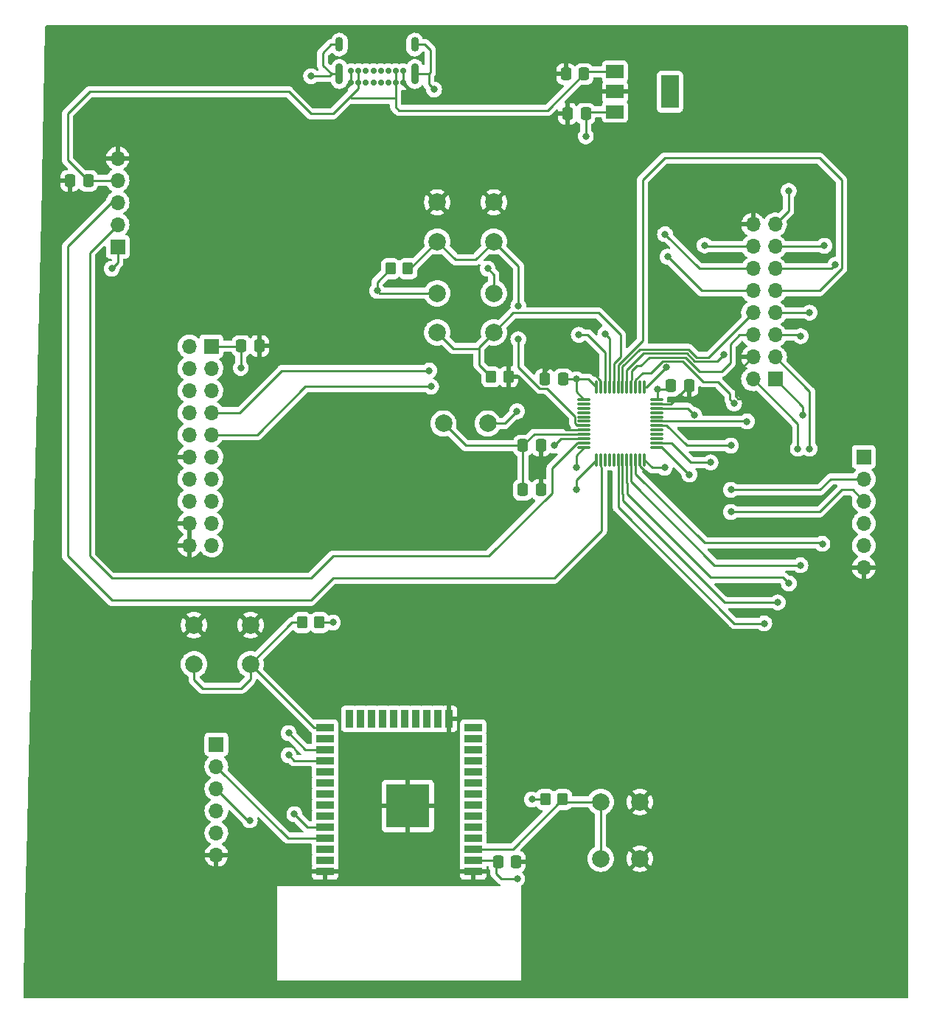
<source format=gbr>
%TF.GenerationSoftware,KiCad,Pcbnew,(6.0.5)*%
%TF.CreationDate,2024-11-07T13:37:00-06:00*%
%TF.ProjectId,FinalPCBBoard1,46696e61-6c50-4434-9242-6f617264312e,rev?*%
%TF.SameCoordinates,Original*%
%TF.FileFunction,Copper,L1,Top*%
%TF.FilePolarity,Positive*%
%FSLAX46Y46*%
G04 Gerber Fmt 4.6, Leading zero omitted, Abs format (unit mm)*
G04 Created by KiCad (PCBNEW (6.0.5)) date 2024-11-07 13:37:00*
%MOMM*%
%LPD*%
G01*
G04 APERTURE LIST*
G04 Aperture macros list*
%AMRoundRect*
0 Rectangle with rounded corners*
0 $1 Rounding radius*
0 $2 $3 $4 $5 $6 $7 $8 $9 X,Y pos of 4 corners*
0 Add a 4 corners polygon primitive as box body*
4,1,4,$2,$3,$4,$5,$6,$7,$8,$9,$2,$3,0*
0 Add four circle primitives for the rounded corners*
1,1,$1+$1,$2,$3*
1,1,$1+$1,$4,$5*
1,1,$1+$1,$6,$7*
1,1,$1+$1,$8,$9*
0 Add four rect primitives between the rounded corners*
20,1,$1+$1,$2,$3,$4,$5,0*
20,1,$1+$1,$4,$5,$6,$7,0*
20,1,$1+$1,$6,$7,$8,$9,0*
20,1,$1+$1,$8,$9,$2,$3,0*%
G04 Aperture macros list end*
%TA.AperFunction,SMDPad,CuDef*%
%ADD10RoundRect,0.250000X0.337500X0.475000X-0.337500X0.475000X-0.337500X-0.475000X0.337500X-0.475000X0*%
%TD*%
%TA.AperFunction,SMDPad,CuDef*%
%ADD11RoundRect,0.075000X-0.662500X-0.075000X0.662500X-0.075000X0.662500X0.075000X-0.662500X0.075000X0*%
%TD*%
%TA.AperFunction,SMDPad,CuDef*%
%ADD12RoundRect,0.075000X-0.075000X-0.662500X0.075000X-0.662500X0.075000X0.662500X-0.075000X0.662500X0*%
%TD*%
%TA.AperFunction,SMDPad,CuDef*%
%ADD13R,2.000000X1.500000*%
%TD*%
%TA.AperFunction,SMDPad,CuDef*%
%ADD14R,2.000000X3.800000*%
%TD*%
%TA.AperFunction,SMDPad,CuDef*%
%ADD15R,5.000000X5.000000*%
%TD*%
%TA.AperFunction,SMDPad,CuDef*%
%ADD16R,2.000000X0.900000*%
%TD*%
%TA.AperFunction,SMDPad,CuDef*%
%ADD17R,0.900000X2.000000*%
%TD*%
%TA.AperFunction,ComponentPad*%
%ADD18C,2.000000*%
%TD*%
%TA.AperFunction,ComponentPad*%
%ADD19R,1.700000X1.700000*%
%TD*%
%TA.AperFunction,ComponentPad*%
%ADD20O,1.700000X1.700000*%
%TD*%
%TA.AperFunction,SMDPad,CuDef*%
%ADD21RoundRect,0.250000X-0.350000X-0.450000X0.350000X-0.450000X0.350000X0.450000X-0.350000X0.450000X0*%
%TD*%
%TA.AperFunction,SMDPad,CuDef*%
%ADD22RoundRect,0.250000X0.350000X0.450000X-0.350000X0.450000X-0.350000X-0.450000X0.350000X-0.450000X0*%
%TD*%
%TA.AperFunction,ComponentPad*%
%ADD23C,0.700000*%
%TD*%
%TA.AperFunction,ComponentPad*%
%ADD24O,0.900000X1.700000*%
%TD*%
%TA.AperFunction,ComponentPad*%
%ADD25O,0.900000X2.400000*%
%TD*%
%TA.AperFunction,SMDPad,CuDef*%
%ADD26RoundRect,0.250000X-0.337500X-0.475000X0.337500X-0.475000X0.337500X0.475000X-0.337500X0.475000X0*%
%TD*%
%TA.AperFunction,ViaPad*%
%ADD27C,0.800000*%
%TD*%
%TA.AperFunction,Conductor*%
%ADD28C,0.250000*%
%TD*%
G04 APERTURE END LIST*
D10*
%TO.P,C7,1*%
%TO.N,Net-(C13-Pad1)*%
X125362500Y-46225000D03*
%TO.P,C7,2*%
%TO.N,GND*%
X123287500Y-46225000D03*
%TD*%
D11*
%TO.P,U3,1,VBAT*%
%TO.N,VDD*%
X125377500Y-83610000D03*
%TO.P,U3,2,PC13*%
%TO.N,unconnected-(U3-Pad2)*%
X125377500Y-84110000D03*
%TO.P,U3,3,PC14*%
%TO.N,unconnected-(U3-Pad3)*%
X125377500Y-84610000D03*
%TO.P,U3,4,PC15*%
%TO.N,unconnected-(U3-Pad4)*%
X125377500Y-85110000D03*
%TO.P,U3,5,PD0*%
%TO.N,unconnected-(U3-Pad5)*%
X125377500Y-85610000D03*
%TO.P,U3,6,PD1*%
%TO.N,unconnected-(U3-Pad6)*%
X125377500Y-86110000D03*
%TO.P,U3,7,NRST*%
%TO.N,Net-(R1-Pad2)*%
X125377500Y-86610000D03*
%TO.P,U3,8,VSSA*%
%TO.N,GND*%
X125377500Y-87110000D03*
%TO.P,U3,9,VDDA*%
%TO.N,+3.3VA*%
X125377500Y-87610000D03*
%TO.P,U3,10,PA0*%
%TO.N,CLKR*%
X125377500Y-88110000D03*
%TO.P,U3,11,PA1*%
%TO.N,DT*%
X125377500Y-88610000D03*
%TO.P,U3,12,PA2*%
%TO.N,Net-(STMPROGRAM1-Pad2)*%
X125377500Y-89110000D03*
D12*
%TO.P,U3,13,PA3*%
%TO.N,Net-(STMPROGRAM1-Pad3)*%
X126790000Y-90522500D03*
%TO.P,U3,14,PA4*%
%TO.N,SW*%
X127290000Y-90522500D03*
%TO.P,U3,15,PA5*%
%TO.N,unconnected-(U3-Pad15)*%
X127790000Y-90522500D03*
%TO.P,U3,16,PA6*%
%TO.N,unconnected-(U3-Pad16)*%
X128290000Y-90522500D03*
%TO.P,U3,17,PA7*%
%TO.N,unconnected-(U3-Pad17)*%
X128790000Y-90522500D03*
%TO.P,U3,18,PB0*%
%TO.N,R1*%
X129290000Y-90522500D03*
%TO.P,U3,19,PB1*%
%TO.N,G1*%
X129790000Y-90522500D03*
%TO.P,U3,20,PB2*%
%TO.N,B1*%
X130290000Y-90522500D03*
%TO.P,U3,21,PB10*%
%TO.N,D*%
X130790000Y-90522500D03*
%TO.P,U3,22,PB11*%
%TO.N,CLK*%
X131290000Y-90522500D03*
%TO.P,U3,23,VSS*%
%TO.N,GND*%
X131790000Y-90522500D03*
%TO.P,U3,24,VDD*%
%TO.N,VDD*%
X132290000Y-90522500D03*
D11*
%TO.P,U3,25,PB12*%
%TO.N,LAT*%
X133702500Y-89110000D03*
%TO.P,U3,26,PB13*%
%TO.N,OE*%
X133702500Y-88610000D03*
%TO.P,U3,27,PB14*%
%TO.N,unconnected-(U3-Pad27)*%
X133702500Y-88110000D03*
%TO.P,U3,28,PB15*%
%TO.N,unconnected-(U3-Pad28)*%
X133702500Y-87610000D03*
%TO.P,U3,29,PA8*%
%TO.N,unconnected-(U3-Pad29)*%
X133702500Y-87110000D03*
%TO.P,U3,30,PA9*%
%TO.N,Net-(U1-Pad27)*%
X133702500Y-86610000D03*
%TO.P,U3,31,PA10*%
%TO.N,Net-(U1-Pad28)*%
X133702500Y-86110000D03*
%TO.P,U3,32,PA11*%
%TO.N,unconnected-(U3-Pad32)*%
X133702500Y-85610000D03*
%TO.P,U3,33,PA12*%
%TO.N,unconnected-(U3-Pad33)*%
X133702500Y-85110000D03*
%TO.P,U3,34,PA13*%
%TO.N,SWDIO*%
X133702500Y-84610000D03*
%TO.P,U3,35,VSS*%
%TO.N,GND*%
X133702500Y-84110000D03*
%TO.P,U3,36,VDD*%
%TO.N,VDD*%
X133702500Y-83610000D03*
D12*
%TO.P,U3,37,PA14*%
%TO.N,SWCLK*%
X132290000Y-82197500D03*
%TO.P,U3,38,PA15*%
%TO.N,unconnected-(U3-Pad38)*%
X131790000Y-82197500D03*
%TO.P,U3,39,PB3*%
%TO.N,R2*%
X131290000Y-82197500D03*
%TO.P,U3,40,PB4*%
%TO.N,G2*%
X130790000Y-82197500D03*
%TO.P,U3,41,PB5*%
%TO.N,B2*%
X130290000Y-82197500D03*
%TO.P,U3,42,PB6*%
%TO.N,E*%
X129790000Y-82197500D03*
%TO.P,U3,43,PB7*%
%TO.N,A*%
X129290000Y-82197500D03*
%TO.P,U3,44,BOOT0*%
%TO.N,Net-(U3-Pad44)*%
X128790000Y-82197500D03*
%TO.P,U3,45,PB8*%
%TO.N,B*%
X128290000Y-82197500D03*
%TO.P,U3,46,PB9*%
%TO.N,C*%
X127790000Y-82197500D03*
%TO.P,U3,47,VSS*%
%TO.N,GND*%
X127290000Y-82197500D03*
%TO.P,U3,48,VDD*%
%TO.N,VDD*%
X126790000Y-82197500D03*
%TD*%
D13*
%TO.P,U2,1,VI*%
%TO.N,Net-(C13-Pad1)*%
X128930000Y-45960000D03*
%TO.P,U2,2,GND*%
%TO.N,GND*%
X128930000Y-48260000D03*
%TO.P,U2,3,VO*%
%TO.N,VDD*%
X128930000Y-50560000D03*
D14*
%TO.P,U2,4*%
%TO.N,N/C*%
X135230000Y-48260000D03*
%TD*%
D15*
%TO.P,U1,39,GND*%
%TO.N,GND*%
X105140000Y-130295000D03*
D16*
%TO.P,U1,38,GND*%
X95640000Y-137795000D03*
%TO.P,U1,37,IO23*%
%TO.N,unconnected-(U1-Pad37)*%
X95640000Y-136525000D03*
%TO.P,U1,36,IO22*%
%TO.N,unconnected-(U1-Pad36)*%
X95640000Y-135255000D03*
%TO.P,U1,35,TXD0/IO1*%
%TO.N,Net-(ESPPROGRAM1-Pad2)*%
X95640000Y-133985000D03*
%TO.P,U1,34,RXD0/IO3*%
%TO.N,Net-(ESPPROGRAM1-Pad3)*%
X95640000Y-132715000D03*
%TO.P,U1,33,IO21*%
%TO.N,unconnected-(U1-Pad33)*%
X95640000Y-131445000D03*
%TO.P,U1,32,NC*%
%TO.N,unconnected-(U1-Pad32)*%
X95640000Y-130175000D03*
%TO.P,U1,31,IO19*%
%TO.N,unconnected-(U1-Pad31)*%
X95640000Y-128905000D03*
%TO.P,U1,30,IO18*%
%TO.N,unconnected-(U1-Pad30)*%
X95640000Y-127635000D03*
%TO.P,U1,29,IO5*%
%TO.N,unconnected-(U1-Pad29)*%
X95640000Y-126365000D03*
%TO.P,U1,28,IO17*%
%TO.N,Net-(U1-Pad28)*%
X95640000Y-125095000D03*
%TO.P,U1,27,IO16*%
%TO.N,Net-(U1-Pad27)*%
X95640000Y-123825000D03*
%TO.P,U1,26,IO4*%
%TO.N,unconnected-(U1-Pad26)*%
X95640000Y-122555000D03*
%TO.P,U1,25,IO0*%
%TO.N,Net-(ESPBOOT1-Pad2)*%
X95640000Y-121285000D03*
D17*
%TO.P,U1,24,IO2*%
%TO.N,unconnected-(U1-Pad24)*%
X98425000Y-120285000D03*
%TO.P,U1,23,IO15*%
%TO.N,unconnected-(U1-Pad23)*%
X99695000Y-120285000D03*
%TO.P,U1,22,SDI/SD1*%
%TO.N,unconnected-(U1-Pad22)*%
X100965000Y-120285000D03*
%TO.P,U1,21,SDO/SD0*%
%TO.N,unconnected-(U1-Pad21)*%
X102235000Y-120285000D03*
%TO.P,U1,20,SCK/CLK*%
%TO.N,unconnected-(U1-Pad20)*%
X103505000Y-120285000D03*
%TO.P,U1,19,SCS/CMD*%
%TO.N,unconnected-(U1-Pad19)*%
X104775000Y-120285000D03*
%TO.P,U1,18,SWP/SD3*%
%TO.N,unconnected-(U1-Pad18)*%
X106045000Y-120285000D03*
%TO.P,U1,17,SHD/SD2*%
%TO.N,unconnected-(U1-Pad17)*%
X107315000Y-120285000D03*
%TO.P,U1,16,IO13*%
%TO.N,unconnected-(U1-Pad16)*%
X108585000Y-120285000D03*
%TO.P,U1,15,GND*%
%TO.N,GND*%
X109855000Y-120285000D03*
D16*
%TO.P,U1,14,IO12*%
%TO.N,unconnected-(U1-Pad14)*%
X112640000Y-121285000D03*
%TO.P,U1,13,IO14*%
%TO.N,unconnected-(U1-Pad13)*%
X112640000Y-122555000D03*
%TO.P,U1,12,IO27*%
%TO.N,unconnected-(U1-Pad12)*%
X112640000Y-123825000D03*
%TO.P,U1,11,IO26*%
%TO.N,unconnected-(U1-Pad11)*%
X112640000Y-125095000D03*
%TO.P,U1,10,IO25*%
%TO.N,unconnected-(U1-Pad10)*%
X112640000Y-126365000D03*
%TO.P,U1,9,IO33*%
%TO.N,unconnected-(U1-Pad9)*%
X112640000Y-127635000D03*
%TO.P,U1,8,IO32*%
%TO.N,unconnected-(U1-Pad8)*%
X112640000Y-128905000D03*
%TO.P,U1,7,IO35*%
%TO.N,unconnected-(U1-Pad7)*%
X112640000Y-130175000D03*
%TO.P,U1,6,IO34*%
%TO.N,unconnected-(U1-Pad6)*%
X112640000Y-131445000D03*
%TO.P,U1,5,SENSOR_VN*%
%TO.N,unconnected-(U1-Pad5)*%
X112640000Y-132715000D03*
%TO.P,U1,4,SENSOR_VP*%
%TO.N,unconnected-(U1-Pad4)*%
X112640000Y-133985000D03*
%TO.P,U1,3,EN*%
%TO.N,Net-(ESPEN1-Pad2)*%
X112640000Y-135255000D03*
%TO.P,U1,2,VDD*%
%TO.N,VDD*%
X112640000Y-136525000D03*
%TO.P,U1,1,GND*%
%TO.N,GND*%
X112640000Y-137795000D03*
%TD*%
D18*
%TO.P,STMRST2,1,1*%
%TO.N,VDD*%
X115010000Y-71410000D03*
X108510000Y-71410000D03*
%TO.P,STMRST2,2,2*%
%TO.N,Net-(U3-Pad44)*%
X108510000Y-75910000D03*
X115010000Y-75910000D03*
%TD*%
%TO.P,STMRST1,1,1*%
%TO.N,GND*%
X115010000Y-60960000D03*
X108510000Y-60960000D03*
%TO.P,STMRST1,2,2*%
%TO.N,Net-(R1-Pad2)*%
X108510000Y-65460000D03*
X115010000Y-65460000D03*
%TD*%
D19*
%TO.P,STMPROGRAM1,1,Pin_1*%
%TO.N,unconnected-(STMPROGRAM1-Pad1)*%
X157505000Y-90195000D03*
D20*
%TO.P,STMPROGRAM1,2,Pin_2*%
%TO.N,Net-(STMPROGRAM1-Pad2)*%
X157505000Y-92735000D03*
%TO.P,STMPROGRAM1,3,Pin_3*%
%TO.N,Net-(STMPROGRAM1-Pad3)*%
X157505000Y-95275000D03*
%TO.P,STMPROGRAM1,4,Pin_4*%
%TO.N,unconnected-(STMPROGRAM1-Pad4)*%
X157505000Y-97815000D03*
%TO.P,STMPROGRAM1,5,Pin_5*%
%TO.N,unconnected-(STMPROGRAM1-Pad5)*%
X157505000Y-100355000D03*
%TO.P,STMPROGRAM1,6,Pin_6*%
%TO.N,GND*%
X157505000Y-102895000D03*
%TD*%
D21*
%TO.P,R4,1*%
%TO.N,Net-(U3-Pad44)*%
X114700000Y-81000000D03*
%TO.P,R4,2*%
%TO.N,GND*%
X116700000Y-81000000D03*
%TD*%
D22*
%TO.P,R3,1*%
%TO.N,VDD*%
X94980000Y-109220000D03*
%TO.P,R3,2*%
%TO.N,Net-(ESPBOOT1-Pad2)*%
X92980000Y-109220000D03*
%TD*%
D21*
%TO.P,R2,1*%
%TO.N,VDD*%
X120920000Y-129540000D03*
%TO.P,R2,2*%
%TO.N,Net-(ESPEN1-Pad2)*%
X122920000Y-129540000D03*
%TD*%
%TO.P,R1,1*%
%TO.N,VDD*%
X103140000Y-68580000D03*
%TO.P,R1,2*%
%TO.N,Net-(R1-Pad2)*%
X105140000Y-68580000D03*
%TD*%
D19*
%TO.P,J4,1,Pin_1*%
%TO.N,VDD*%
X82570000Y-77500000D03*
D20*
%TO.P,J4,2,Pin_2*%
%TO.N,unconnected-(J4-Pad2)*%
X80030000Y-77500000D03*
%TO.P,J4,3,Pin_3*%
%TO.N,unconnected-(J4-Pad3)*%
X82570000Y-80040000D03*
%TO.P,J4,4,Pin_4*%
%TO.N,unconnected-(J4-Pad4)*%
X80030000Y-80040000D03*
%TO.P,J4,5,Pin_5*%
%TO.N,unconnected-(J4-Pad5)*%
X82570000Y-82580000D03*
%TO.P,J4,6,Pin_6*%
%TO.N,unconnected-(J4-Pad6)*%
X80030000Y-82580000D03*
%TO.P,J4,7,Pin_7*%
%TO.N,SWDIO*%
X82570000Y-85120000D03*
%TO.P,J4,8,Pin_8*%
%TO.N,unconnected-(J4-Pad8)*%
X80030000Y-85120000D03*
%TO.P,J4,9,Pin_9*%
%TO.N,SWCLK*%
X82570000Y-87660000D03*
%TO.P,J4,10,Pin_10*%
%TO.N,unconnected-(J4-Pad10)*%
X80030000Y-87660000D03*
%TO.P,J4,11,Pin_11*%
%TO.N,unconnected-(J4-Pad11)*%
X82570000Y-90200000D03*
%TO.P,J4,12,Pin_12*%
%TO.N,GND*%
X80030000Y-90200000D03*
%TO.P,J4,13,Pin_13*%
%TO.N,unconnected-(J4-Pad13)*%
X82570000Y-92740000D03*
%TO.P,J4,14,Pin_14*%
%TO.N,unconnected-(J4-Pad14)*%
X80030000Y-92740000D03*
%TO.P,J4,15,Pin_15*%
%TO.N,unconnected-(J4-Pad15)*%
X82570000Y-95280000D03*
%TO.P,J4,16,Pin_16*%
%TO.N,unconnected-(J4-Pad16)*%
X80030000Y-95280000D03*
%TO.P,J4,17,Pin_17*%
%TO.N,unconnected-(J4-Pad17)*%
X82570000Y-97820000D03*
%TO.P,J4,18,Pin_18*%
%TO.N,GND*%
X80030000Y-97820000D03*
%TO.P,J4,19,Pin_19*%
%TO.N,unconnected-(J4-Pad19)*%
X82570000Y-100360000D03*
%TO.P,J4,20,Pin_20*%
%TO.N,GND*%
X80030000Y-100360000D03*
%TD*%
D19*
%TO.P,J3,1,Pin_1*%
%TO.N,CLKR*%
X71800000Y-66060000D03*
D20*
%TO.P,J3,2,Pin_2*%
%TO.N,DT*%
X71800000Y-63520000D03*
%TO.P,J3,3,Pin_3*%
%TO.N,SW*%
X71800000Y-60980000D03*
%TO.P,J3,4,Pin_4*%
%TO.N,Net-(C13-Pad1)*%
X71800000Y-58440000D03*
%TO.P,J3,5,Pin_5*%
%TO.N,GND*%
X71800000Y-55900000D03*
%TD*%
D19*
%TO.P,J2,1,Pin_1*%
%TO.N,R1*%
X147320000Y-81280000D03*
D20*
%TO.P,J2,2,Pin_2*%
%TO.N,G1*%
X144780000Y-81280000D03*
%TO.P,J2,3,Pin_3*%
%TO.N,B1*%
X147320000Y-78740000D03*
%TO.P,J2,4,Pin_4*%
%TO.N,GND*%
X144780000Y-78740000D03*
%TO.P,J2,5,Pin_5*%
%TO.N,R2*%
X147320000Y-76200000D03*
%TO.P,J2,6,Pin_6*%
%TO.N,G2*%
X144780000Y-76200000D03*
%TO.P,J2,7,Pin_7*%
%TO.N,B2*%
X147320000Y-73660000D03*
%TO.P,J2,8,Pin_8*%
%TO.N,E*%
X144780000Y-73660000D03*
%TO.P,J2,9,Pin_9*%
%TO.N,A*%
X147320000Y-71120000D03*
%TO.P,J2,10,Pin_10*%
%TO.N,B*%
X144780000Y-71120000D03*
%TO.P,J2,11,Pin_11*%
%TO.N,C*%
X147320000Y-68580000D03*
%TO.P,J2,12,Pin_12*%
%TO.N,D*%
X144780000Y-68580000D03*
%TO.P,J2,13,Pin_13*%
%TO.N,CLK*%
X147320000Y-66040000D03*
%TO.P,J2,14,Pin_14*%
%TO.N,LAT*%
X144780000Y-66040000D03*
%TO.P,J2,15,Pin_15*%
%TO.N,OE*%
X147320000Y-63500000D03*
%TO.P,J2,16,Pin_16*%
%TO.N,GND*%
X144780000Y-63500000D03*
%TD*%
D23*
%TO.P,J1,A1,GND*%
%TO.N,GND*%
X104575000Y-47205000D03*
%TO.P,J1,A4,VBUS*%
%TO.N,Net-(C13-Pad1)*%
X103725000Y-47205000D03*
%TO.P,J1,A5,CC1*%
%TO.N,unconnected-(J1-PadA5)*%
X102875000Y-47205000D03*
%TO.P,J1,A6,D+*%
%TO.N,unconnected-(J1-PadA6)*%
X102025000Y-47205000D03*
%TO.P,J1,A7,D-*%
%TO.N,unconnected-(J1-PadA7)*%
X101175000Y-47205000D03*
%TO.P,J1,A8,SBU1*%
%TO.N,unconnected-(J1-PadA8)*%
X100325000Y-47205000D03*
%TO.P,J1,A9,VBUS*%
%TO.N,Net-(C13-Pad1)*%
X99475000Y-47205000D03*
%TO.P,J1,A12,GND*%
%TO.N,GND*%
X98625000Y-47205000D03*
%TO.P,J1,B1,GND*%
X98625000Y-45855000D03*
%TO.P,J1,B4,VBUS*%
%TO.N,Net-(C13-Pad1)*%
X99475000Y-45855000D03*
%TO.P,J1,B5,CC2*%
%TO.N,unconnected-(J1-PadB5)*%
X100325000Y-45855000D03*
%TO.P,J1,B6,D+*%
%TO.N,unconnected-(J1-PadB6)*%
X101175000Y-45855000D03*
%TO.P,J1,B7,D-*%
%TO.N,unconnected-(J1-PadB7)*%
X102025000Y-45855000D03*
%TO.P,J1,B8,SBU2*%
%TO.N,unconnected-(J1-PadB8)*%
X102875000Y-45855000D03*
%TO.P,J1,B9,VBUS*%
%TO.N,Net-(C13-Pad1)*%
X103725000Y-45855000D03*
%TO.P,J1,B12,GND*%
%TO.N,GND*%
X104575000Y-45855000D03*
D24*
%TO.P,J1,S1,SHIELD*%
%TO.N,unconnected-(J1-PadS1)*%
X97275000Y-42845000D03*
X105925000Y-42845000D03*
D25*
X97275000Y-46225000D03*
X105925000Y-46225000D03*
%TD*%
D18*
%TO.P,FB1,1*%
%TO.N,+3.3VA*%
X109220000Y-86360000D03*
%TO.P,FB1,2*%
%TO.N,VDD*%
X114300000Y-86360000D03*
%TD*%
D19*
%TO.P,ESPPROGRAM1,1,Pin_1*%
%TO.N,unconnected-(ESPPROGRAM1-Pad1)*%
X83140000Y-123215000D03*
D20*
%TO.P,ESPPROGRAM1,2,Pin_2*%
%TO.N,Net-(ESPPROGRAM1-Pad2)*%
X83140000Y-125755000D03*
%TO.P,ESPPROGRAM1,3,Pin_3*%
%TO.N,Net-(ESPPROGRAM1-Pad3)*%
X83140000Y-128295000D03*
%TO.P,ESPPROGRAM1,4,Pin_4*%
%TO.N,unconnected-(ESPPROGRAM1-Pad4)*%
X83140000Y-130835000D03*
%TO.P,ESPPROGRAM1,5,Pin_5*%
%TO.N,unconnected-(ESPPROGRAM1-Pad5)*%
X83140000Y-133375000D03*
%TO.P,ESPPROGRAM1,6,Pin_6*%
%TO.N,GND*%
X83140000Y-135915000D03*
%TD*%
D18*
%TO.P,ESPEN1,1,1*%
%TO.N,GND*%
X131790000Y-136330000D03*
X131790000Y-129830000D03*
%TO.P,ESPEN1,2,2*%
%TO.N,Net-(ESPEN1-Pad2)*%
X127290000Y-129830000D03*
X127290000Y-136330000D03*
%TD*%
%TO.P,ESPBOOT1,1,1*%
%TO.N,GND*%
X87070000Y-109510000D03*
X80570000Y-109510000D03*
%TO.P,ESPBOOT1,2,2*%
%TO.N,Net-(ESPBOOT1-Pad2)*%
X80570000Y-114010000D03*
X87070000Y-114010000D03*
%TD*%
D26*
%TO.P,C15,1*%
%TO.N,VDD*%
X86012500Y-77450000D03*
%TO.P,C15,2*%
%TO.N,GND*%
X88087500Y-77450000D03*
%TD*%
%TO.P,C14,1*%
%TO.N,+3.3VA*%
X118342500Y-88900000D03*
%TO.P,C14,2*%
%TO.N,GND*%
X120417500Y-88900000D03*
%TD*%
D10*
%TO.P,C13,1*%
%TO.N,Net-(C13-Pad1)*%
X68412500Y-58475000D03*
%TO.P,C13,2*%
%TO.N,GND*%
X66337500Y-58475000D03*
%TD*%
D26*
%TO.P,C12,1*%
%TO.N,+3.3VA*%
X118342500Y-93980000D03*
%TO.P,C12,2*%
%TO.N,GND*%
X120417500Y-93980000D03*
%TD*%
D10*
%TO.P,C11,2*%
%TO.N,GND*%
X123487500Y-50775000D03*
%TO.P,C11,1*%
%TO.N,VDD*%
X125562500Y-50775000D03*
%TD*%
D26*
%TO.P,C10,1*%
%TO.N,VDD*%
X135337500Y-82025000D03*
%TO.P,C10,2*%
%TO.N,GND*%
X137412500Y-82025000D03*
%TD*%
%TO.P,C4,2*%
%TO.N,GND*%
X117562500Y-136675000D03*
%TO.P,C4,1*%
%TO.N,VDD*%
X115487500Y-136675000D03*
%TD*%
D10*
%TO.P,C1,1*%
%TO.N,VDD*%
X122957500Y-81280000D03*
%TO.P,C1,2*%
%TO.N,GND*%
X120882500Y-81280000D03*
%TD*%
D27*
%TO.N,unconnected-(J1-PadS1)*%
X94025000Y-46475000D03*
X108150000Y-48000000D03*
%TO.N,VDD*%
X85950000Y-79975000D03*
X125575000Y-53375000D03*
X117700000Y-138650000D03*
%TO.N,GND*%
X122300000Y-86100000D03*
X120350000Y-90875000D03*
%TO.N,Net-(ESPPROGRAM1-Pad3)*%
X86975000Y-131925000D03*
X92100000Y-131225000D03*
%TO.N,GND*%
X144750000Y-60800000D03*
X142100000Y-81200000D03*
%TO.N,R2*%
X150250000Y-76325000D03*
X142600000Y-84050500D03*
%TO.N,B2*%
X151275000Y-73625000D03*
X141425500Y-78475000D03*
%TO.N,LAT*%
X139225000Y-65900000D03*
X137475000Y-92225000D03*
%TO.N,OE*%
X148875000Y-59650000D03*
X139900000Y-90825000D03*
%TO.N,R1*%
X150525000Y-85425000D03*
X146075000Y-109325000D03*
%TO.N,G1*%
X149925000Y-89250000D03*
X147625000Y-106900000D03*
%TO.N,B1*%
X151275500Y-89250000D03*
X148900000Y-104725000D03*
%TO.N,SWCLK*%
X107800000Y-82125000D03*
X134825000Y-79923060D03*
%TO.N,SWDIO*%
X107600000Y-80275000D03*
X138025500Y-85385500D03*
%TO.N,D*%
X134675000Y-64625000D03*
X150225000Y-102625000D03*
%TO.N,Net-(R1-Pad2)*%
X117825000Y-72850000D03*
X117825000Y-76675000D03*
%TO.N,CLK*%
X152975000Y-65950000D03*
X152750000Y-100175000D03*
%TO.N,Net-(STMPROGRAM1-Pad3)*%
X142240000Y-96520000D03*
%TO.N,Net-(STMPROGRAM1-Pad2)*%
X142240000Y-93980000D03*
%TO.N,VDD*%
X134620000Y-91440000D03*
%TO.N,Net-(U1-Pad28)*%
X91440000Y-124460000D03*
X144075000Y-86125000D03*
%TO.N,Net-(U1-Pad27)*%
X142240000Y-88900000D03*
X91440000Y-121920000D03*
%TO.N,Net-(STMPROGRAM1-Pad3)*%
X124460000Y-93980000D03*
%TO.N,Net-(STMPROGRAM1-Pad2)*%
X124460000Y-91440000D03*
%TO.N,C*%
X154215500Y-68125000D03*
X124775000Y-76175000D03*
%TO.N,B*%
X127825000Y-76050000D03*
X134975000Y-67200000D03*
%TO.N,VDD*%
X114300000Y-68580000D03*
X101600000Y-71120000D03*
%TO.N,CLKR*%
X71120000Y-68580000D03*
X121920000Y-88900000D03*
%TO.N,VDD*%
X133850000Y-82400000D03*
X124460000Y-81280000D03*
X117675000Y-84950000D03*
X119380000Y-129540000D03*
X96520000Y-109220000D03*
%TD*%
D28*
%TO.N,Net-(ESPBOOT1-Pad2)*%
X87070000Y-115680000D02*
X85975000Y-116775000D01*
X85975000Y-116775000D02*
X81575000Y-116775000D01*
X80570000Y-115770000D02*
X80570000Y-114010000D01*
X87070000Y-114010000D02*
X87070000Y-115680000D01*
X81575000Y-116775000D02*
X80570000Y-115770000D01*
%TO.N,GND*%
X142750000Y-81850000D02*
X142100000Y-81200000D01*
X142750000Y-83225000D02*
X142750000Y-81850000D01*
X145725000Y-85500000D02*
X143775000Y-83550000D01*
X140400000Y-93925000D02*
X145725000Y-88600000D01*
X145725000Y-88600000D02*
X145725000Y-85500000D01*
X131790000Y-91254295D02*
X134460705Y-93925000D01*
X134460705Y-93925000D02*
X140400000Y-93925000D01*
X143075000Y-83550000D02*
X142750000Y-83225000D01*
X131790000Y-90522500D02*
X131790000Y-91254295D01*
X143775000Y-83550000D02*
X143075000Y-83550000D01*
%TO.N,R2*%
X131315480Y-82172020D02*
X131290000Y-82197500D01*
X131315480Y-81359520D02*
X131315480Y-82172020D01*
X132125000Y-80550000D02*
X131315480Y-81359520D01*
X133050000Y-80550000D02*
X132125000Y-80550000D01*
X134401440Y-79198560D02*
X133050000Y-80550000D01*
X136698560Y-79198560D02*
X134401440Y-79198560D01*
X139050000Y-81550000D02*
X136698560Y-79198560D01*
X140725000Y-81550000D02*
X139050000Y-81550000D01*
X142125000Y-82950000D02*
X140725000Y-81550000D01*
X142125000Y-83575500D02*
X142125000Y-82950000D01*
X142600000Y-84050500D02*
X142125000Y-83575500D01*
%TO.N,GND*%
X135327500Y-84110000D02*
X137412500Y-82025000D01*
X133702500Y-84110000D02*
X135327500Y-84110000D01*
X120882500Y-80417500D02*
X120882500Y-81280000D01*
X121800000Y-79500000D02*
X120882500Y-80417500D01*
X125324295Y-79500000D02*
X121800000Y-79500000D01*
X127290000Y-81465705D02*
X125324295Y-79500000D01*
X127290000Y-82197500D02*
X127290000Y-81465705D01*
%TO.N,unconnected-(J1-PadS1)*%
X94025000Y-46475000D02*
X96100000Y-46475000D01*
X96100000Y-46475000D02*
X96350000Y-46225000D01*
X107525000Y-47375000D02*
X108150000Y-48000000D01*
X107525000Y-46225000D02*
X107525000Y-47375000D01*
%TO.N,GND*%
X125377500Y-87110000D02*
X123310000Y-87110000D01*
X123310000Y-87110000D02*
X122300000Y-86100000D01*
%TO.N,Net-(R1-Pad2)*%
X110600000Y-67550000D02*
X108510000Y-65460000D01*
X112920000Y-67550000D02*
X110600000Y-67550000D01*
X115010000Y-65460000D02*
X112920000Y-67550000D01*
X105390000Y-68580000D02*
X108510000Y-65460000D01*
X105140000Y-68580000D02*
X105390000Y-68580000D01*
%TO.N,Net-(C13-Pad1)*%
X98675000Y-49000000D02*
X103725000Y-49000000D01*
X103725000Y-49000000D02*
X103725000Y-50000000D01*
X98497500Y-48822500D02*
X98675000Y-49000000D01*
X103725000Y-47205000D02*
X103725000Y-49000000D01*
X98497500Y-48822500D02*
X96520000Y-50800000D01*
X99475000Y-47845000D02*
X98497500Y-48822500D01*
X103725000Y-45855000D02*
X103725000Y-47205000D01*
X99475000Y-45855000D02*
X99475000Y-47205000D01*
%TO.N,GND*%
X104575000Y-45855000D02*
X104575000Y-47205000D01*
X98625000Y-45855000D02*
X98625000Y-47205000D01*
%TO.N,unconnected-(J1-PadS1)*%
X107525000Y-46225000D02*
X105925000Y-46225000D01*
X107095000Y-42845000D02*
X107700000Y-43450000D01*
X107700000Y-46050000D02*
X107525000Y-46225000D01*
X105925000Y-42845000D02*
X107095000Y-42845000D01*
X107700000Y-43450000D02*
X107700000Y-46050000D01*
X95350000Y-43825000D02*
X96330000Y-42845000D01*
X95350000Y-45225000D02*
X95350000Y-43825000D01*
X96350000Y-46225000D02*
X95350000Y-45225000D01*
X96330000Y-42845000D02*
X97275000Y-42845000D01*
X97275000Y-46225000D02*
X96350000Y-46225000D01*
%TO.N,B2*%
X132225480Y-78299520D02*
X130290000Y-80235000D01*
X137188802Y-78299520D02*
X132225480Y-78299520D01*
X130290000Y-80235000D02*
X130290000Y-82197500D01*
X138088802Y-79199520D02*
X137188802Y-78299520D01*
X140700980Y-79199520D02*
X138088802Y-79199520D01*
X141425500Y-78475000D02*
X140700980Y-79199520D01*
%TO.N,Net-(C13-Pad1)*%
X104125000Y-50400000D02*
X121187500Y-50400000D01*
X103725000Y-50000000D02*
X104125000Y-50400000D01*
X121187500Y-50400000D02*
X125362500Y-46225000D01*
%TO.N,Net-(U3-Pad44)*%
X113300000Y-77740000D02*
X113300000Y-79600000D01*
X113300000Y-79600000D02*
X114700000Y-81000000D01*
%TO.N,SW*%
X127290000Y-91325006D02*
X127290000Y-90522500D01*
X127390489Y-91425495D02*
X127290000Y-91325006D01*
X121920000Y-104140000D02*
X127390489Y-98669511D01*
X127390489Y-98669511D02*
X127390489Y-91425495D01*
X114300000Y-104140000D02*
X121920000Y-104140000D01*
%TO.N,VDD*%
X116265000Y-86360000D02*
X117675000Y-84950000D01*
X114300000Y-86360000D02*
X116265000Y-86360000D01*
X85962500Y-77500000D02*
X86012500Y-77450000D01*
X82570000Y-77500000D02*
X85962500Y-77500000D01*
X85950000Y-79975000D02*
X85950000Y-77512500D01*
X85950000Y-77512500D02*
X86012500Y-77450000D01*
X125575000Y-50787500D02*
X125562500Y-50775000D01*
X125575000Y-53375000D02*
X125575000Y-50787500D01*
X125777500Y-50560000D02*
X125562500Y-50775000D01*
X128930000Y-50560000D02*
X125777500Y-50560000D01*
%TO.N,Net-(C13-Pad1)*%
X125627500Y-45960000D02*
X128930000Y-45960000D01*
X125362500Y-46225000D02*
X125627500Y-45960000D01*
X68447500Y-58440000D02*
X71800000Y-58440000D01*
X68412500Y-58475000D02*
X68447500Y-58440000D01*
X66040000Y-50800000D02*
X66040000Y-56102500D01*
X91440000Y-48260000D02*
X68580000Y-48260000D01*
X96520000Y-50800000D02*
X93980000Y-50800000D01*
X68580000Y-48260000D02*
X66040000Y-50800000D01*
X99475000Y-47205000D02*
X99475000Y-47845000D01*
X93980000Y-50800000D02*
X91440000Y-48260000D01*
X66040000Y-56102500D02*
X68412500Y-58475000D01*
%TO.N,VDD*%
X115337500Y-136525000D02*
X112640000Y-136525000D01*
X115487500Y-136675000D02*
X115337500Y-136525000D01*
X115250000Y-136912500D02*
X115487500Y-136675000D01*
X115250000Y-138025000D02*
X115250000Y-136912500D01*
X115875000Y-138650000D02*
X115250000Y-138025000D01*
X117700000Y-138650000D02*
X115875000Y-138650000D01*
X120920000Y-129540000D02*
X119380000Y-129540000D01*
X134962500Y-82400000D02*
X135337500Y-82025000D01*
X133850000Y-82400000D02*
X134962500Y-82400000D01*
X133850000Y-83462500D02*
X133702500Y-83610000D01*
X133850000Y-82400000D02*
X133850000Y-83462500D01*
%TO.N,SWCLK*%
X132550560Y-82197500D02*
X132290000Y-82197500D01*
X134825000Y-79923060D02*
X132550560Y-82197500D01*
%TO.N,G2*%
X143250000Y-76200000D02*
X144780000Y-76200000D01*
X142175000Y-77275000D02*
X143250000Y-76200000D01*
X142175000Y-79375000D02*
X142175000Y-77275000D01*
X141175000Y-80375000D02*
X142175000Y-79375000D01*
X138628564Y-80375000D02*
X141175000Y-80375000D01*
X137002604Y-78749040D02*
X138628564Y-80375000D01*
X132850960Y-78749040D02*
X137002604Y-78749040D01*
X130850000Y-80350000D02*
X131450000Y-79750000D01*
X131850000Y-79750000D02*
X132850960Y-78749040D01*
X130850000Y-81334994D02*
X130850000Y-80350000D01*
X130790000Y-81394994D02*
X130850000Y-81334994D01*
X131450000Y-79750000D02*
X131850000Y-79750000D01*
X130790000Y-82197500D02*
X130790000Y-81394994D01*
%TO.N,GND*%
X120417500Y-90807500D02*
X120350000Y-90875000D01*
X120417500Y-88900000D02*
X120417500Y-90807500D01*
%TO.N,SWDIO*%
X137250000Y-84610000D02*
X133702500Y-84610000D01*
X138025500Y-85385500D02*
X137250000Y-84610000D01*
%TO.N,C*%
X127790000Y-78165000D02*
X127790000Y-82197500D01*
X125800000Y-76175000D02*
X127790000Y-78165000D01*
X124775000Y-76175000D02*
X125800000Y-76175000D01*
%TO.N,Net-(R1-Pad2)*%
X124574994Y-86610000D02*
X125377500Y-86610000D01*
X124315480Y-85540480D02*
X124315480Y-86350486D01*
X124315480Y-86350486D02*
X124574994Y-86610000D01*
X121104520Y-82329520D02*
X124315480Y-85540480D01*
X120307027Y-82329520D02*
X121104520Y-82329520D01*
X117825000Y-79847493D02*
X120307027Y-82329520D01*
X117825000Y-76675000D02*
X117825000Y-79847493D01*
%TO.N,Net-(ESPPROGRAM1-Pad3)*%
X86770000Y-131925000D02*
X83140000Y-128295000D01*
X86975000Y-131925000D02*
X86770000Y-131925000D01*
X93590000Y-132715000D02*
X92100000Y-131225000D01*
X95640000Y-132715000D02*
X93590000Y-132715000D01*
%TO.N,GND*%
X144750000Y-61675000D02*
X144750000Y-60800000D01*
X144780000Y-61705000D02*
X144750000Y-61675000D01*
X144780000Y-63500000D02*
X144780000Y-61705000D01*
X142320000Y-81200000D02*
X142100000Y-81200000D01*
X144780000Y-78740000D02*
X142320000Y-81200000D01*
%TO.N,R2*%
X150125000Y-76200000D02*
X150250000Y-76325000D01*
X147320000Y-76200000D02*
X150125000Y-76200000D01*
%TO.N,E*%
X139690000Y-78750000D02*
X144780000Y-73660000D01*
X138275000Y-78750000D02*
X139690000Y-78750000D01*
X137375000Y-77850000D02*
X138275000Y-78750000D01*
X131775000Y-77850000D02*
X137375000Y-77850000D01*
X129790000Y-79835000D02*
X131775000Y-77850000D01*
X129790000Y-82197500D02*
X129790000Y-79835000D01*
%TO.N,B2*%
X151275000Y-73625000D02*
X151240000Y-73660000D01*
X151240000Y-73660000D02*
X147320000Y-73660000D01*
%TO.N,LAT*%
X139365000Y-66040000D02*
X144780000Y-66040000D01*
X139225000Y-65900000D02*
X139365000Y-66040000D01*
%TO.N,B*%
X134975000Y-67200000D02*
X138895000Y-71120000D01*
X138895000Y-71120000D02*
X144780000Y-71120000D01*
%TO.N,D*%
X138630000Y-68580000D02*
X144780000Y-68580000D01*
X134675000Y-64625000D02*
X138630000Y-68580000D01*
%TO.N,LAT*%
X134360000Y-89110000D02*
X137475000Y-92225000D01*
X133702500Y-89110000D02*
X134360000Y-89110000D01*
%TO.N,OE*%
X148875000Y-61945000D02*
X147320000Y-63500000D01*
X148875000Y-59650000D02*
X148875000Y-61945000D01*
X137600000Y-90825000D02*
X139900000Y-90825000D01*
X135385000Y-88610000D02*
X137600000Y-90825000D01*
X133702500Y-88610000D02*
X135385000Y-88610000D01*
%TO.N,Net-(U1-Pad28)*%
X144060000Y-86110000D02*
X133702500Y-86110000D01*
X144075000Y-86125000D02*
X144060000Y-86110000D01*
%TO.N,R1*%
X150525000Y-84485000D02*
X147320000Y-81280000D01*
X150525000Y-85425000D02*
X150525000Y-84485000D01*
X129290000Y-95965000D02*
X142650000Y-109325000D01*
X142650000Y-109325000D02*
X146075000Y-109325000D01*
X129290000Y-90522500D02*
X129290000Y-95965000D01*
%TO.N,G1*%
X149925000Y-89250000D02*
X149925000Y-86425000D01*
X149925000Y-86425000D02*
X144780000Y-81280000D01*
X141500000Y-106900000D02*
X147625000Y-106900000D01*
X129800000Y-94475000D02*
X129800000Y-95200000D01*
X129790000Y-94465000D02*
X129800000Y-94475000D01*
X129800000Y-95200000D02*
X141500000Y-106900000D01*
X129790000Y-90522500D02*
X129790000Y-94465000D01*
%TO.N,B1*%
X151275500Y-82695500D02*
X151275500Y-89250000D01*
X147320000Y-78740000D02*
X151275500Y-82695500D01*
X148200000Y-104025000D02*
X148900000Y-104725000D01*
X139900000Y-104025000D02*
X148200000Y-104025000D01*
X130325000Y-94450000D02*
X139900000Y-104025000D01*
X130325000Y-93210718D02*
X130325000Y-94450000D01*
X130290000Y-93175718D02*
X130325000Y-93210718D01*
X130290000Y-90522500D02*
X130290000Y-93175718D01*
%TO.N,SWCLK*%
X87840000Y-87660000D02*
X82570000Y-87660000D01*
X107800000Y-82125000D02*
X93375000Y-82125000D01*
X93375000Y-82125000D02*
X87840000Y-87660000D01*
%TO.N,SWDIO*%
X85830000Y-85120000D02*
X82570000Y-85120000D01*
X107600000Y-80275000D02*
X90675000Y-80275000D01*
X90675000Y-80275000D02*
X85830000Y-85120000D01*
%TO.N,B*%
X128340480Y-81344514D02*
X128290000Y-81394994D01*
X127825000Y-76050000D02*
X128340480Y-76565480D01*
X128290000Y-81394994D02*
X128290000Y-82197500D01*
X128340480Y-76565480D02*
X128340480Y-81344514D01*
%TO.N,D*%
X130790000Y-93040000D02*
X140375000Y-102625000D01*
X130790000Y-90522500D02*
X130790000Y-93040000D01*
X140375000Y-102625000D02*
X150225000Y-102625000D01*
%TO.N,CLK*%
X131290000Y-92125717D02*
X131290000Y-90522500D01*
X152750000Y-100175000D02*
X152650000Y-100075000D01*
X139239283Y-100075000D02*
X131290000Y-92125717D01*
X152650000Y-100075000D02*
X139239283Y-100075000D01*
%TO.N,Net-(R1-Pad2)*%
X117825000Y-68275000D02*
X115010000Y-65460000D01*
X117825000Y-72850000D02*
X117825000Y-68275000D01*
%TO.N,CLK*%
X152885000Y-66040000D02*
X152975000Y-65950000D01*
X147320000Y-66040000D02*
X152885000Y-66040000D01*
%TO.N,C*%
X153760500Y-68580000D02*
X154215500Y-68125000D01*
X147320000Y-68580000D02*
X153760500Y-68580000D01*
%TO.N,VDD*%
X122957500Y-81280000D02*
X124460000Y-81280000D01*
%TO.N,Net-(STMPROGRAM1-Pad3)*%
X142240000Y-96520000D02*
X152400000Y-96520000D01*
%TO.N,Net-(STMPROGRAM1-Pad2)*%
X153695000Y-92735000D02*
X157505000Y-92735000D01*
X152450000Y-93980000D02*
X153695000Y-92735000D01*
X142240000Y-93980000D02*
X152450000Y-93980000D01*
%TO.N,VDD*%
X133207500Y-91440000D02*
X132290000Y-90522500D01*
X134620000Y-91440000D02*
X133207500Y-91440000D01*
%TO.N,Net-(U1-Pad28)*%
X92075000Y-125095000D02*
X95640000Y-125095000D01*
X91440000Y-124460000D02*
X92075000Y-125095000D01*
%TO.N,Net-(U1-Pad27)*%
X137160000Y-88900000D02*
X142240000Y-88900000D01*
X134870000Y-86610000D02*
X137160000Y-88900000D01*
X133702500Y-86610000D02*
X134870000Y-86610000D01*
X93345000Y-123825000D02*
X95640000Y-123825000D01*
X91440000Y-121920000D02*
X93345000Y-123825000D01*
%TO.N,Net-(STMPROGRAM1-Pad3)*%
X152400000Y-96520000D02*
X154940000Y-93980000D01*
X154940000Y-93980000D02*
X156210000Y-93980000D01*
X156210000Y-93980000D02*
X157505000Y-95275000D01*
X124460000Y-92852500D02*
X126790000Y-90522500D01*
X124460000Y-93980000D02*
X124460000Y-92852500D01*
%TO.N,Net-(STMPROGRAM1-Pad2)*%
X124460000Y-90027500D02*
X124460000Y-91440000D01*
X125377500Y-89110000D02*
X124460000Y-90027500D01*
%TO.N,A*%
X152400000Y-71120000D02*
X147320000Y-71120000D01*
X154940000Y-68580000D02*
X152400000Y-71120000D01*
X154940000Y-58420000D02*
X154940000Y-68580000D01*
X152400000Y-55880000D02*
X154940000Y-58420000D01*
X134620000Y-55880000D02*
X152400000Y-55880000D01*
X132080000Y-58420000D02*
X134620000Y-55880000D01*
X132080000Y-76835718D02*
X132080000Y-58420000D01*
X129290000Y-79625718D02*
X132080000Y-76835718D01*
X129290000Y-82197500D02*
X129290000Y-79625718D01*
%TO.N,Net-(U3-Pad44)*%
X117260000Y-73660000D02*
X115010000Y-75910000D01*
X127000000Y-73660000D02*
X117260000Y-73660000D01*
X129540000Y-78740000D02*
X129540000Y-76200000D01*
X128790000Y-79490000D02*
X129540000Y-78740000D01*
X128790000Y-82197500D02*
X128790000Y-79490000D01*
X129540000Y-76200000D02*
X127000000Y-73660000D01*
%TO.N,VDD*%
X115010000Y-71410000D02*
X115010000Y-69290000D01*
X115010000Y-69290000D02*
X114300000Y-68580000D01*
%TO.N,Net-(U3-Pad44)*%
X110340000Y-77740000D02*
X108510000Y-75910000D01*
X113300000Y-77740000D02*
X113300000Y-77620000D01*
X113300000Y-77740000D02*
X110340000Y-77740000D01*
X113300000Y-77620000D02*
X115010000Y-75910000D01*
%TO.N,VDD*%
X101890000Y-71410000D02*
X108510000Y-71410000D01*
X101600000Y-71120000D02*
X101890000Y-71410000D01*
X101600000Y-70120000D02*
X101600000Y-71120000D01*
X103140000Y-68580000D02*
X101600000Y-70120000D01*
%TO.N,CLKR*%
X71800000Y-67900000D02*
X71120000Y-68580000D01*
X71800000Y-66060000D02*
X71800000Y-67900000D01*
X122710000Y-88110000D02*
X121920000Y-88900000D01*
X125377500Y-88110000D02*
X122710000Y-88110000D01*
%TO.N,DT*%
X68580000Y-66740000D02*
X71800000Y-63520000D01*
X68580000Y-101600000D02*
X68580000Y-66740000D01*
X71120000Y-104140000D02*
X68580000Y-101600000D01*
X93980000Y-104140000D02*
X71120000Y-104140000D01*
X96520000Y-101600000D02*
X93980000Y-104140000D01*
X114422493Y-101600000D02*
X96520000Y-101600000D01*
X121689644Y-94332849D02*
X114422493Y-101600000D01*
X121689644Y-91495350D02*
X121689644Y-94332849D01*
X124574994Y-88610000D02*
X121689644Y-91495350D01*
X125377500Y-88610000D02*
X124574994Y-88610000D01*
%TO.N,SW*%
X71780000Y-60960000D02*
X71800000Y-60980000D01*
X71120000Y-60960000D02*
X71780000Y-60960000D01*
X66040000Y-66040000D02*
X71120000Y-60960000D01*
X66040000Y-101600000D02*
X66040000Y-66040000D01*
X71120000Y-106680000D02*
X66040000Y-101600000D01*
X93980000Y-106680000D02*
X71120000Y-106680000D01*
X96520000Y-104140000D02*
X93980000Y-106680000D01*
X114475006Y-104140000D02*
X96520000Y-104140000D01*
%TO.N,+3.3VA*%
X119632500Y-87610000D02*
X125377500Y-87610000D01*
X118342500Y-88900000D02*
X119632500Y-87610000D01*
X118342500Y-88900000D02*
X118342500Y-93980000D01*
X111760000Y-88900000D02*
X118342500Y-88900000D01*
X109220000Y-86360000D02*
X111760000Y-88900000D01*
%TO.N,VDD*%
X124460000Y-82692500D02*
X124460000Y-81280000D01*
X125377500Y-83610000D02*
X124460000Y-82692500D01*
X125872500Y-81280000D02*
X126790000Y-82197500D01*
X124460000Y-81280000D02*
X125872500Y-81280000D01*
%TO.N,Net-(ESPBOOT1-Pad2)*%
X91860000Y-109220000D02*
X92980000Y-109220000D01*
X87070000Y-114010000D02*
X91860000Y-109220000D01*
X94345000Y-121285000D02*
X87070000Y-114010000D01*
X95640000Y-121285000D02*
X94345000Y-121285000D01*
%TO.N,Net-(ESPPROGRAM1-Pad2)*%
X91370000Y-133985000D02*
X95640000Y-133985000D01*
X83140000Y-125755000D02*
X91370000Y-133985000D01*
%TO.N,Net-(ESPEN1-Pad2)*%
X127290000Y-129830000D02*
X127290000Y-136330000D01*
X123210000Y-129830000D02*
X127290000Y-129830000D01*
X122920000Y-129540000D02*
X123210000Y-129830000D01*
X117205000Y-135255000D02*
X122920000Y-129540000D01*
X112640000Y-135255000D02*
X117205000Y-135255000D01*
%TO.N,VDD*%
X94980000Y-109220000D02*
X96520000Y-109220000D01*
%TD*%
%TA.AperFunction,Conductor*%
%TO.N,GND*%
G36*
X162502121Y-40660002D02*
G01*
X162548614Y-40713658D01*
X162560000Y-40766000D01*
X162560000Y-152274000D01*
X162539998Y-152342121D01*
X162486342Y-152388614D01*
X162434000Y-152400000D01*
X61088896Y-152400000D01*
X61020775Y-152379998D01*
X60974282Y-152326342D01*
X60962929Y-152271137D01*
X61007955Y-150290000D01*
X90140000Y-150290000D01*
X118140000Y-150290000D01*
X118140000Y-139517489D01*
X118160002Y-139449368D01*
X118191939Y-139415553D01*
X118260540Y-139365711D01*
X118311253Y-139328866D01*
X118407124Y-139222390D01*
X118434621Y-139191852D01*
X118434622Y-139191851D01*
X118439040Y-139186944D01*
X118514053Y-139057018D01*
X118531223Y-139027279D01*
X118531224Y-139027278D01*
X118534527Y-139021556D01*
X118593542Y-138839928D01*
X118602679Y-138753000D01*
X118612814Y-138656565D01*
X118613504Y-138650000D01*
X118596719Y-138490298D01*
X118594232Y-138466635D01*
X118594232Y-138466633D01*
X118593542Y-138460072D01*
X118534527Y-138278444D01*
X118530220Y-138270983D01*
X118442341Y-138118774D01*
X118439040Y-138113056D01*
X118311253Y-137971134D01*
X118311735Y-137970700D01*
X118276982Y-137914296D01*
X118278329Y-137843312D01*
X118317840Y-137784326D01*
X118332226Y-137773955D01*
X118367810Y-137751934D01*
X118379208Y-137742901D01*
X118493739Y-137628171D01*
X118502751Y-137616760D01*
X118587816Y-137478757D01*
X118593963Y-137465576D01*
X118645138Y-137311290D01*
X118648005Y-137297914D01*
X118657672Y-137203562D01*
X118658000Y-137197146D01*
X118658000Y-136947115D01*
X118653525Y-136931876D01*
X118652135Y-136930671D01*
X118644452Y-136929000D01*
X117434500Y-136929000D01*
X117366379Y-136908998D01*
X117319886Y-136855342D01*
X117308500Y-136803000D01*
X117308500Y-136547000D01*
X117328502Y-136478879D01*
X117382158Y-136432386D01*
X117434500Y-136421000D01*
X118639884Y-136421000D01*
X118655123Y-136416525D01*
X118656328Y-136415135D01*
X118657999Y-136407452D01*
X118657999Y-136152905D01*
X118657662Y-136146386D01*
X118647743Y-136050794D01*
X118644851Y-136037400D01*
X118593412Y-135883216D01*
X118587239Y-135870038D01*
X118501937Y-135732193D01*
X118492901Y-135720792D01*
X118378171Y-135606261D01*
X118366760Y-135597249D01*
X118228757Y-135512184D01*
X118215576Y-135506037D01*
X118134781Y-135479238D01*
X118076421Y-135438807D01*
X118049185Y-135373242D01*
X118061719Y-135303361D01*
X118085354Y-135270550D01*
X122570499Y-130785405D01*
X122632811Y-130751379D01*
X122659594Y-130748500D01*
X123320400Y-130748500D01*
X123323646Y-130748163D01*
X123323650Y-130748163D01*
X123419308Y-130738238D01*
X123419312Y-130738237D01*
X123426166Y-130737526D01*
X123432702Y-130735345D01*
X123432704Y-130735345D01*
X123574445Y-130688056D01*
X123593946Y-130681550D01*
X123744348Y-130588478D01*
X123749521Y-130583296D01*
X123832191Y-130500482D01*
X123894474Y-130466403D01*
X123921364Y-130463500D01*
X125838434Y-130463500D01*
X125906555Y-130483502D01*
X125945867Y-130523665D01*
X126063241Y-130715202D01*
X126063245Y-130715208D01*
X126065824Y-130719416D01*
X126220031Y-130899969D01*
X126400584Y-131054176D01*
X126404792Y-131056755D01*
X126404798Y-131056759D01*
X126596335Y-131174133D01*
X126643966Y-131226781D01*
X126656500Y-131281566D01*
X126656500Y-134878434D01*
X126636498Y-134946555D01*
X126596335Y-134985867D01*
X126404798Y-135103241D01*
X126404792Y-135103245D01*
X126400584Y-135105824D01*
X126220031Y-135260031D01*
X126065824Y-135440584D01*
X126063245Y-135444792D01*
X126063241Y-135444798D01*
X126025714Y-135506037D01*
X125941760Y-135643037D01*
X125939867Y-135647607D01*
X125939865Y-135647611D01*
X125852789Y-135857833D01*
X125850895Y-135862406D01*
X125844270Y-135890000D01*
X125808883Y-136037400D01*
X125795465Y-136093289D01*
X125776835Y-136330000D01*
X125795465Y-136566711D01*
X125796619Y-136571518D01*
X125796620Y-136571524D01*
X125808503Y-136621020D01*
X125850895Y-136797594D01*
X125852788Y-136802165D01*
X125852789Y-136802167D01*
X125939772Y-137012163D01*
X125941760Y-137016963D01*
X125944346Y-137021183D01*
X126063241Y-137215202D01*
X126063245Y-137215208D01*
X126065824Y-137219416D01*
X126220031Y-137399969D01*
X126400584Y-137554176D01*
X126404792Y-137556755D01*
X126404798Y-137556759D01*
X126523543Y-137629526D01*
X126603037Y-137678240D01*
X126607607Y-137680133D01*
X126607611Y-137680135D01*
X126817833Y-137767211D01*
X126822406Y-137769105D01*
X126881283Y-137783240D01*
X127048476Y-137823380D01*
X127048482Y-137823381D01*
X127053289Y-137824535D01*
X127290000Y-137843165D01*
X127526711Y-137824535D01*
X127531518Y-137823381D01*
X127531524Y-137823380D01*
X127698717Y-137783240D01*
X127757594Y-137769105D01*
X127762167Y-137767211D01*
X127972389Y-137680135D01*
X127972393Y-137680133D01*
X127976963Y-137678240D01*
X128056457Y-137629526D01*
X128165556Y-137562670D01*
X130922160Y-137562670D01*
X130927887Y-137570320D01*
X131099042Y-137675205D01*
X131107837Y-137679687D01*
X131317988Y-137766734D01*
X131327373Y-137769783D01*
X131548554Y-137822885D01*
X131558301Y-137824428D01*
X131785070Y-137842275D01*
X131794930Y-137842275D01*
X132021699Y-137824428D01*
X132031446Y-137822885D01*
X132252627Y-137769783D01*
X132262012Y-137766734D01*
X132472163Y-137679687D01*
X132480958Y-137675205D01*
X132648445Y-137572568D01*
X132657907Y-137562110D01*
X132654124Y-137553334D01*
X131802812Y-136702022D01*
X131788868Y-136694408D01*
X131787035Y-136694539D01*
X131780420Y-136698790D01*
X130928920Y-137550290D01*
X130922160Y-137562670D01*
X128165556Y-137562670D01*
X128175202Y-137556759D01*
X128175208Y-137556755D01*
X128179416Y-137554176D01*
X128359969Y-137399969D01*
X128514176Y-137219416D01*
X128516755Y-137215208D01*
X128516759Y-137215202D01*
X128635654Y-137021183D01*
X128638240Y-137016963D01*
X128640229Y-137012163D01*
X128727211Y-136802167D01*
X128727212Y-136802165D01*
X128729105Y-136797594D01*
X128771497Y-136621020D01*
X128783380Y-136571524D01*
X128783381Y-136571518D01*
X128784535Y-136566711D01*
X128802777Y-136334930D01*
X130277725Y-136334930D01*
X130295572Y-136561699D01*
X130297115Y-136571446D01*
X130350217Y-136792627D01*
X130353266Y-136802012D01*
X130440313Y-137012163D01*
X130444795Y-137020958D01*
X130547432Y-137188445D01*
X130557890Y-137197907D01*
X130566666Y-137194124D01*
X131417978Y-136342812D01*
X131424356Y-136331132D01*
X132154408Y-136331132D01*
X132154539Y-136332965D01*
X132158790Y-136339580D01*
X133010290Y-137191080D01*
X133022670Y-137197840D01*
X133030320Y-137192113D01*
X133135205Y-137020958D01*
X133139687Y-137012163D01*
X133226734Y-136802012D01*
X133229783Y-136792627D01*
X133282885Y-136571446D01*
X133284428Y-136561699D01*
X133302275Y-136334930D01*
X133302275Y-136325070D01*
X133284428Y-136098301D01*
X133282885Y-136088554D01*
X133229783Y-135867373D01*
X133226734Y-135857988D01*
X133139687Y-135647837D01*
X133135205Y-135639042D01*
X133032568Y-135471555D01*
X133022110Y-135462093D01*
X133013334Y-135465876D01*
X132162022Y-136317188D01*
X132154408Y-136331132D01*
X131424356Y-136331132D01*
X131425592Y-136328868D01*
X131425461Y-136327035D01*
X131421210Y-136320420D01*
X130569710Y-135468920D01*
X130557330Y-135462160D01*
X130549680Y-135467887D01*
X130444795Y-135639042D01*
X130440313Y-135647837D01*
X130353266Y-135857988D01*
X130350217Y-135867373D01*
X130297115Y-136088554D01*
X130295572Y-136098301D01*
X130277725Y-136325070D01*
X130277725Y-136334930D01*
X128802777Y-136334930D01*
X128803165Y-136330000D01*
X128784535Y-136093289D01*
X128771118Y-136037400D01*
X128735730Y-135890000D01*
X128729105Y-135862406D01*
X128727211Y-135857833D01*
X128640135Y-135647611D01*
X128640133Y-135647607D01*
X128638240Y-135643037D01*
X128554286Y-135506037D01*
X128516759Y-135444798D01*
X128516755Y-135444792D01*
X128514176Y-135440584D01*
X128359969Y-135260031D01*
X128179416Y-135105824D01*
X128175208Y-135103245D01*
X128175202Y-135103241D01*
X128166470Y-135097890D01*
X130922093Y-135097890D01*
X130925876Y-135106666D01*
X131777188Y-135957978D01*
X131791132Y-135965592D01*
X131792965Y-135965461D01*
X131799580Y-135961210D01*
X132651080Y-135109710D01*
X132657840Y-135097330D01*
X132652113Y-135089680D01*
X132480958Y-134984795D01*
X132472163Y-134980313D01*
X132262012Y-134893266D01*
X132252627Y-134890217D01*
X132031446Y-134837115D01*
X132021699Y-134835572D01*
X131794930Y-134817725D01*
X131785070Y-134817725D01*
X131558301Y-134835572D01*
X131548554Y-134837115D01*
X131327373Y-134890217D01*
X131317988Y-134893266D01*
X131107837Y-134980313D01*
X131099042Y-134984795D01*
X130931555Y-135087432D01*
X130922093Y-135097890D01*
X128166470Y-135097890D01*
X127983665Y-134985867D01*
X127936034Y-134933219D01*
X127923500Y-134878434D01*
X127923500Y-131281566D01*
X127943502Y-131213445D01*
X127983665Y-131174133D01*
X128165556Y-131062670D01*
X130922160Y-131062670D01*
X130927887Y-131070320D01*
X131099042Y-131175205D01*
X131107837Y-131179687D01*
X131317988Y-131266734D01*
X131327373Y-131269783D01*
X131548554Y-131322885D01*
X131558301Y-131324428D01*
X131785070Y-131342275D01*
X131794930Y-131342275D01*
X132021699Y-131324428D01*
X132031446Y-131322885D01*
X132252627Y-131269783D01*
X132262012Y-131266734D01*
X132472163Y-131179687D01*
X132480958Y-131175205D01*
X132648445Y-131072568D01*
X132657907Y-131062110D01*
X132654124Y-131053334D01*
X131802812Y-130202022D01*
X131788868Y-130194408D01*
X131787035Y-130194539D01*
X131780420Y-130198790D01*
X130928920Y-131050290D01*
X130922160Y-131062670D01*
X128165556Y-131062670D01*
X128175202Y-131056759D01*
X128175208Y-131056755D01*
X128179416Y-131054176D01*
X128359969Y-130899969D01*
X128514176Y-130719416D01*
X128516755Y-130715208D01*
X128516759Y-130715202D01*
X128635654Y-130521183D01*
X128638240Y-130516963D01*
X128640229Y-130512163D01*
X128727211Y-130302167D01*
X128727212Y-130302165D01*
X128729105Y-130297594D01*
X128761735Y-130161680D01*
X128783380Y-130071524D01*
X128783381Y-130071518D01*
X128784535Y-130066711D01*
X128802777Y-129834930D01*
X130277725Y-129834930D01*
X130295572Y-130061699D01*
X130297115Y-130071446D01*
X130350217Y-130292627D01*
X130353266Y-130302012D01*
X130440313Y-130512163D01*
X130444795Y-130520958D01*
X130547432Y-130688445D01*
X130557890Y-130697907D01*
X130566666Y-130694124D01*
X131417978Y-129842812D01*
X131424356Y-129831132D01*
X132154408Y-129831132D01*
X132154539Y-129832965D01*
X132158790Y-129839580D01*
X133010290Y-130691080D01*
X133022670Y-130697840D01*
X133030320Y-130692113D01*
X133135205Y-130520958D01*
X133139687Y-130512163D01*
X133226734Y-130302012D01*
X133229783Y-130292627D01*
X133282885Y-130071446D01*
X133284428Y-130061699D01*
X133302275Y-129834930D01*
X133302275Y-129825070D01*
X133284428Y-129598301D01*
X133282885Y-129588554D01*
X133229783Y-129367373D01*
X133226734Y-129357988D01*
X133139687Y-129147837D01*
X133135205Y-129139042D01*
X133032568Y-128971555D01*
X133022110Y-128962093D01*
X133013334Y-128965876D01*
X132162022Y-129817188D01*
X132154408Y-129831132D01*
X131424356Y-129831132D01*
X131425592Y-129828868D01*
X131425461Y-129827035D01*
X131421210Y-129820420D01*
X130569710Y-128968920D01*
X130557330Y-128962160D01*
X130549680Y-128967887D01*
X130444795Y-129139042D01*
X130440313Y-129147837D01*
X130353266Y-129357988D01*
X130350217Y-129367373D01*
X130297115Y-129588554D01*
X130295572Y-129598301D01*
X130277725Y-129825070D01*
X130277725Y-129834930D01*
X128802777Y-129834930D01*
X128803165Y-129830000D01*
X128784535Y-129593289D01*
X128782361Y-129584231D01*
X128738883Y-129403134D01*
X128729105Y-129362406D01*
X128721396Y-129343794D01*
X128640135Y-129147611D01*
X128640133Y-129147607D01*
X128638240Y-129143037D01*
X128634133Y-129136335D01*
X128516759Y-128944798D01*
X128516755Y-128944792D01*
X128514176Y-128940584D01*
X128359969Y-128760031D01*
X128343772Y-128746197D01*
X128286867Y-128697596D01*
X128179416Y-128605824D01*
X128175208Y-128603245D01*
X128175202Y-128603241D01*
X128166470Y-128597890D01*
X130922093Y-128597890D01*
X130925876Y-128606666D01*
X131777188Y-129457978D01*
X131791132Y-129465592D01*
X131792965Y-129465461D01*
X131799580Y-129461210D01*
X132651080Y-128609710D01*
X132657840Y-128597330D01*
X132652113Y-128589680D01*
X132480958Y-128484795D01*
X132472163Y-128480313D01*
X132262012Y-128393266D01*
X132252627Y-128390217D01*
X132031446Y-128337115D01*
X132021699Y-128335572D01*
X131794930Y-128317725D01*
X131785070Y-128317725D01*
X131558301Y-128335572D01*
X131548554Y-128337115D01*
X131327373Y-128390217D01*
X131317988Y-128393266D01*
X131107837Y-128480313D01*
X131099042Y-128484795D01*
X130931555Y-128587432D01*
X130922093Y-128597890D01*
X128166470Y-128597890D01*
X127981183Y-128484346D01*
X127976963Y-128481760D01*
X127972393Y-128479867D01*
X127972389Y-128479865D01*
X127762167Y-128392789D01*
X127762165Y-128392788D01*
X127757594Y-128390895D01*
X127677391Y-128371640D01*
X127531524Y-128336620D01*
X127531518Y-128336619D01*
X127526711Y-128335465D01*
X127290000Y-128316835D01*
X127053289Y-128335465D01*
X127048482Y-128336619D01*
X127048476Y-128336620D01*
X126902609Y-128371640D01*
X126822406Y-128390895D01*
X126817835Y-128392788D01*
X126817833Y-128392789D01*
X126607611Y-128479865D01*
X126607607Y-128479867D01*
X126603037Y-128481760D01*
X126598817Y-128484346D01*
X126404798Y-128603241D01*
X126404792Y-128603245D01*
X126400584Y-128605824D01*
X126293133Y-128697596D01*
X126236229Y-128746197D01*
X126220031Y-128760031D01*
X126065824Y-128940584D01*
X126063245Y-128944792D01*
X126063241Y-128944798D01*
X125945867Y-129136335D01*
X125893219Y-129183966D01*
X125838434Y-129196500D01*
X124154500Y-129196500D01*
X124086379Y-129176498D01*
X124039886Y-129122842D01*
X124028500Y-129070500D01*
X124028500Y-129039600D01*
X124025302Y-129008774D01*
X124018238Y-128940692D01*
X124018237Y-128940688D01*
X124017526Y-128933834D01*
X123961550Y-128766054D01*
X123868478Y-128615652D01*
X123743303Y-128490695D01*
X123737072Y-128486854D01*
X123598968Y-128401725D01*
X123598966Y-128401724D01*
X123592738Y-128397885D01*
X123493315Y-128364908D01*
X123431389Y-128344368D01*
X123431387Y-128344368D01*
X123424861Y-128342203D01*
X123418025Y-128341503D01*
X123418022Y-128341502D01*
X123370371Y-128336620D01*
X123320400Y-128331500D01*
X122519600Y-128331500D01*
X122516354Y-128331837D01*
X122516350Y-128331837D01*
X122420692Y-128341762D01*
X122420688Y-128341763D01*
X122413834Y-128342474D01*
X122407298Y-128344655D01*
X122407296Y-128344655D01*
X122346591Y-128364908D01*
X122246054Y-128398450D01*
X122095652Y-128491522D01*
X122090479Y-128496704D01*
X122009216Y-128578109D01*
X121946934Y-128612188D01*
X121876114Y-128607185D01*
X121831025Y-128578264D01*
X121748483Y-128495866D01*
X121743303Y-128490695D01*
X121737072Y-128486854D01*
X121598968Y-128401725D01*
X121598966Y-128401724D01*
X121592738Y-128397885D01*
X121493315Y-128364908D01*
X121431389Y-128344368D01*
X121431387Y-128344368D01*
X121424861Y-128342203D01*
X121418025Y-128341503D01*
X121418022Y-128341502D01*
X121370371Y-128336620D01*
X121320400Y-128331500D01*
X120519600Y-128331500D01*
X120516354Y-128331837D01*
X120516350Y-128331837D01*
X120420692Y-128341762D01*
X120420688Y-128341763D01*
X120413834Y-128342474D01*
X120407298Y-128344655D01*
X120407296Y-128344655D01*
X120346591Y-128364908D01*
X120246054Y-128398450D01*
X120095652Y-128491522D01*
X119970695Y-128616697D01*
X119966853Y-128622929D01*
X119966852Y-128622931D01*
X119935747Y-128673393D01*
X119882976Y-128720887D01*
X119812904Y-128732311D01*
X119777238Y-128722385D01*
X119773874Y-128720887D01*
X119662288Y-128671206D01*
X119568888Y-128651353D01*
X119481944Y-128632872D01*
X119481939Y-128632872D01*
X119475487Y-128631500D01*
X119284513Y-128631500D01*
X119278061Y-128632872D01*
X119278056Y-128632872D01*
X119191112Y-128651353D01*
X119097712Y-128671206D01*
X119091682Y-128673891D01*
X119091681Y-128673891D01*
X118929278Y-128746197D01*
X118929276Y-128746198D01*
X118923248Y-128748882D01*
X118917907Y-128752762D01*
X118917906Y-128752763D01*
X118907903Y-128760031D01*
X118768747Y-128861134D01*
X118764326Y-128866044D01*
X118764325Y-128866045D01*
X118669324Y-128971555D01*
X118640960Y-129003056D01*
X118545473Y-129168444D01*
X118486458Y-129350072D01*
X118485768Y-129356633D01*
X118485768Y-129356635D01*
X118469289Y-129513423D01*
X118466496Y-129540000D01*
X118467186Y-129546565D01*
X118474346Y-129614684D01*
X118486458Y-129729928D01*
X118545473Y-129911556D01*
X118640960Y-130076944D01*
X118645378Y-130081851D01*
X118645379Y-130081852D01*
X118764325Y-130213955D01*
X118768747Y-130218866D01*
X118867843Y-130290864D01*
X118905017Y-130317872D01*
X118923248Y-130331118D01*
X118929276Y-130333802D01*
X118929278Y-130333803D01*
X119029158Y-130378272D01*
X119097712Y-130408794D01*
X119191113Y-130428647D01*
X119278056Y-130447128D01*
X119278061Y-130447128D01*
X119284513Y-130448500D01*
X119475487Y-130448500D01*
X119481939Y-130447128D01*
X119481944Y-130447128D01*
X119568887Y-130428647D01*
X119662288Y-130408794D01*
X119777272Y-130357600D01*
X119847639Y-130348166D01*
X119911936Y-130378272D01*
X119935665Y-130406404D01*
X119971522Y-130464348D01*
X120096697Y-130589305D01*
X120102927Y-130593145D01*
X120102928Y-130593146D01*
X120240090Y-130677694D01*
X120247262Y-130682115D01*
X120294672Y-130697840D01*
X120408611Y-130735632D01*
X120408613Y-130735632D01*
X120415139Y-130737797D01*
X120421975Y-130738497D01*
X120421978Y-130738498D01*
X120507894Y-130747301D01*
X120519600Y-130748500D01*
X120519576Y-130748735D01*
X120585247Y-130771720D01*
X120628940Y-130827679D01*
X120635443Y-130898377D01*
X120600899Y-130963197D01*
X118772986Y-132791109D01*
X116979500Y-134584595D01*
X116917188Y-134618621D01*
X116890405Y-134621500D01*
X114273830Y-134621500D01*
X114205709Y-134601498D01*
X114159216Y-134547842D01*
X114148015Y-134488683D01*
X114148132Y-134486520D01*
X114148500Y-134483134D01*
X114148500Y-133486866D01*
X114141745Y-133424684D01*
X114130328Y-133394229D01*
X114125145Y-133323423D01*
X114130326Y-133305776D01*
X114141745Y-133275316D01*
X114148500Y-133213134D01*
X114148500Y-132216866D01*
X114141745Y-132154684D01*
X114130328Y-132124229D01*
X114125145Y-132053423D01*
X114130326Y-132035776D01*
X114141745Y-132005316D01*
X114148500Y-131943134D01*
X114148500Y-130946866D01*
X114141745Y-130884684D01*
X114130328Y-130854229D01*
X114125145Y-130783423D01*
X114130326Y-130765776D01*
X114141745Y-130735316D01*
X114148500Y-130673134D01*
X114148500Y-129676866D01*
X114141745Y-129614684D01*
X114130328Y-129584229D01*
X114125145Y-129513423D01*
X114130326Y-129495776D01*
X114141745Y-129465316D01*
X114148500Y-129403134D01*
X114148500Y-128406866D01*
X114141745Y-128344684D01*
X114130328Y-128314229D01*
X114125145Y-128243423D01*
X114130326Y-128225776D01*
X114141745Y-128195316D01*
X114148500Y-128133134D01*
X114148500Y-127136866D01*
X114141745Y-127074684D01*
X114130328Y-127044229D01*
X114125145Y-126973423D01*
X114130326Y-126955776D01*
X114141745Y-126925316D01*
X114148500Y-126863134D01*
X114148500Y-125866866D01*
X114141745Y-125804684D01*
X114130328Y-125774229D01*
X114125145Y-125703423D01*
X114130326Y-125685776D01*
X114141745Y-125655316D01*
X114148500Y-125593134D01*
X114148500Y-124596866D01*
X114141745Y-124534684D01*
X114130328Y-124504229D01*
X114125145Y-124433423D01*
X114130326Y-124415776D01*
X114141745Y-124385316D01*
X114148500Y-124323134D01*
X114148500Y-123326866D01*
X114141745Y-123264684D01*
X114130328Y-123234229D01*
X114125145Y-123163423D01*
X114130326Y-123145776D01*
X114141745Y-123115316D01*
X114148500Y-123053134D01*
X114148500Y-122056866D01*
X114141745Y-121994684D01*
X114130328Y-121964229D01*
X114125145Y-121893423D01*
X114130326Y-121875776D01*
X114141745Y-121845316D01*
X114148500Y-121783134D01*
X114148500Y-120786866D01*
X114141745Y-120724684D01*
X114090615Y-120588295D01*
X114003261Y-120471739D01*
X113886705Y-120384385D01*
X113750316Y-120333255D01*
X113688134Y-120326500D01*
X111591866Y-120326500D01*
X111529684Y-120333255D01*
X111393295Y-120384385D01*
X111276739Y-120471739D01*
X111189385Y-120588295D01*
X111138255Y-120724684D01*
X111131500Y-120786866D01*
X111131500Y-121783134D01*
X111138255Y-121845316D01*
X111149672Y-121875771D01*
X111154855Y-121946577D01*
X111149674Y-121964224D01*
X111138255Y-121994684D01*
X111131500Y-122056866D01*
X111131500Y-123053134D01*
X111138255Y-123115316D01*
X111149672Y-123145771D01*
X111154855Y-123216577D01*
X111149674Y-123234224D01*
X111138255Y-123264684D01*
X111131500Y-123326866D01*
X111131500Y-124323134D01*
X111138255Y-124385316D01*
X111149672Y-124415771D01*
X111154855Y-124486577D01*
X111149674Y-124504224D01*
X111138255Y-124534684D01*
X111131500Y-124596866D01*
X111131500Y-125593134D01*
X111138255Y-125655316D01*
X111149672Y-125685771D01*
X111154855Y-125756577D01*
X111149674Y-125774224D01*
X111138255Y-125804684D01*
X111131500Y-125866866D01*
X111131500Y-126863134D01*
X111138255Y-126925316D01*
X111149672Y-126955771D01*
X111154855Y-127026577D01*
X111149674Y-127044224D01*
X111138255Y-127074684D01*
X111131500Y-127136866D01*
X111131500Y-128133134D01*
X111138255Y-128195316D01*
X111149672Y-128225771D01*
X111154855Y-128296577D01*
X111149674Y-128314224D01*
X111138255Y-128344684D01*
X111131500Y-128406866D01*
X111131500Y-129403134D01*
X111138255Y-129465316D01*
X111149672Y-129495771D01*
X111154855Y-129566577D01*
X111149674Y-129584224D01*
X111138255Y-129614684D01*
X111131500Y-129676866D01*
X111131500Y-130673134D01*
X111138255Y-130735316D01*
X111149672Y-130765771D01*
X111154855Y-130836577D01*
X111149674Y-130854224D01*
X111138255Y-130884684D01*
X111131500Y-130946866D01*
X111131500Y-131943134D01*
X111138255Y-132005316D01*
X111149672Y-132035771D01*
X111154855Y-132106577D01*
X111149674Y-132124224D01*
X111138255Y-132154684D01*
X111131500Y-132216866D01*
X111131500Y-133213134D01*
X111138255Y-133275316D01*
X111149672Y-133305771D01*
X111154855Y-133376577D01*
X111149674Y-133394224D01*
X111138255Y-133424684D01*
X111131500Y-133486866D01*
X111131500Y-134483134D01*
X111138255Y-134545316D01*
X111149672Y-134575771D01*
X111154855Y-134646577D01*
X111149674Y-134664224D01*
X111138255Y-134694684D01*
X111131500Y-134756866D01*
X111131500Y-135753134D01*
X111138255Y-135815316D01*
X111149672Y-135845771D01*
X111154855Y-135916577D01*
X111149674Y-135934224D01*
X111138255Y-135964684D01*
X111131500Y-136026866D01*
X111131500Y-137023134D01*
X111138255Y-137085316D01*
X111149939Y-137116483D01*
X111155122Y-137187288D01*
X111149939Y-137204943D01*
X111141521Y-137227398D01*
X111137895Y-137242649D01*
X111132369Y-137293514D01*
X111132000Y-137300328D01*
X111132000Y-137522885D01*
X111136475Y-137538124D01*
X111137865Y-137539329D01*
X111145548Y-137541000D01*
X114129884Y-137541000D01*
X114145123Y-137536525D01*
X114146328Y-137535135D01*
X114147999Y-137527452D01*
X114147999Y-137300325D01*
X114147511Y-137291312D01*
X114163801Y-137222209D01*
X114214865Y-137172884D01*
X114273327Y-137158500D01*
X114273550Y-137158500D01*
X114341671Y-137178502D01*
X114388164Y-137232158D01*
X114398877Y-137271497D01*
X114401618Y-137297914D01*
X114402474Y-137306166D01*
X114404655Y-137312702D01*
X114404655Y-137312704D01*
X114442325Y-137425615D01*
X114458450Y-137473946D01*
X114551522Y-137624348D01*
X114556704Y-137629521D01*
X114556708Y-137629526D01*
X114579517Y-137652295D01*
X114613597Y-137714577D01*
X114616500Y-137741468D01*
X114616500Y-137946233D01*
X114615973Y-137957416D01*
X114614298Y-137964909D01*
X114614547Y-137972835D01*
X114614547Y-137972836D01*
X114616438Y-138032986D01*
X114616500Y-138036945D01*
X114616500Y-138064856D01*
X114616997Y-138068790D01*
X114616997Y-138068791D01*
X114617005Y-138068856D01*
X114617938Y-138080693D01*
X114619327Y-138124889D01*
X114624978Y-138144339D01*
X114628987Y-138163700D01*
X114631526Y-138183797D01*
X114634445Y-138191168D01*
X114634445Y-138191170D01*
X114647804Y-138224912D01*
X114651649Y-138236142D01*
X114663982Y-138278593D01*
X114668015Y-138285412D01*
X114668017Y-138285417D01*
X114674293Y-138296028D01*
X114682988Y-138313776D01*
X114690448Y-138332617D01*
X114695110Y-138339033D01*
X114695110Y-138339034D01*
X114716436Y-138368387D01*
X114722952Y-138378307D01*
X114745458Y-138416362D01*
X114759779Y-138430683D01*
X114772619Y-138445716D01*
X114784528Y-138462107D01*
X114790634Y-138467158D01*
X114818605Y-138490298D01*
X114827384Y-138498288D01*
X115371343Y-139042247D01*
X115378887Y-139050537D01*
X115383000Y-139057018D01*
X115388777Y-139062443D01*
X115432667Y-139103658D01*
X115435509Y-139106413D01*
X115455230Y-139126134D01*
X115458425Y-139128612D01*
X115467447Y-139136318D01*
X115499679Y-139166586D01*
X115506628Y-139170406D01*
X115517432Y-139176346D01*
X115533956Y-139187199D01*
X115549959Y-139199613D01*
X115590543Y-139217176D01*
X115601173Y-139222383D01*
X115639940Y-139243695D01*
X115647617Y-139245666D01*
X115647622Y-139245668D01*
X115659558Y-139248732D01*
X115678266Y-139255137D01*
X115682605Y-139257014D01*
X115689584Y-139260035D01*
X115689588Y-139260036D01*
X115696855Y-139263181D01*
X115701145Y-139263860D01*
X115759638Y-139301215D01*
X115789316Y-139365711D01*
X115779413Y-139436014D01*
X115733074Y-139489803D01*
X115664650Y-139510000D01*
X90140000Y-139510000D01*
X90140000Y-150290000D01*
X61007955Y-150290000D01*
X61280689Y-138289669D01*
X94132001Y-138289669D01*
X94132371Y-138296490D01*
X94137895Y-138347352D01*
X94141521Y-138362604D01*
X94186676Y-138483054D01*
X94195214Y-138498649D01*
X94271715Y-138600724D01*
X94284276Y-138613285D01*
X94386351Y-138689786D01*
X94401946Y-138698324D01*
X94522394Y-138743478D01*
X94537649Y-138747105D01*
X94588514Y-138752631D01*
X94595328Y-138753000D01*
X95367885Y-138753000D01*
X95383124Y-138748525D01*
X95384329Y-138747135D01*
X95386000Y-138739452D01*
X95386000Y-138734884D01*
X95894000Y-138734884D01*
X95898475Y-138750123D01*
X95899865Y-138751328D01*
X95907548Y-138752999D01*
X96684669Y-138752999D01*
X96691490Y-138752629D01*
X96742352Y-138747105D01*
X96757604Y-138743479D01*
X96878054Y-138698324D01*
X96893649Y-138689786D01*
X96995724Y-138613285D01*
X97008285Y-138600724D01*
X97084786Y-138498649D01*
X97093324Y-138483054D01*
X97138478Y-138362606D01*
X97142105Y-138347351D01*
X97147631Y-138296486D01*
X97148000Y-138289672D01*
X97148000Y-138289669D01*
X111132001Y-138289669D01*
X111132371Y-138296490D01*
X111137895Y-138347352D01*
X111141521Y-138362604D01*
X111186676Y-138483054D01*
X111195214Y-138498649D01*
X111271715Y-138600724D01*
X111284276Y-138613285D01*
X111386351Y-138689786D01*
X111401946Y-138698324D01*
X111522394Y-138743478D01*
X111537649Y-138747105D01*
X111588514Y-138752631D01*
X111595328Y-138753000D01*
X112367885Y-138753000D01*
X112383124Y-138748525D01*
X112384329Y-138747135D01*
X112386000Y-138739452D01*
X112386000Y-138734884D01*
X112894000Y-138734884D01*
X112898475Y-138750123D01*
X112899865Y-138751328D01*
X112907548Y-138752999D01*
X113684669Y-138752999D01*
X113691490Y-138752629D01*
X113742352Y-138747105D01*
X113757604Y-138743479D01*
X113878054Y-138698324D01*
X113893649Y-138689786D01*
X113995724Y-138613285D01*
X114008285Y-138600724D01*
X114084786Y-138498649D01*
X114093324Y-138483054D01*
X114138478Y-138362606D01*
X114142105Y-138347351D01*
X114147631Y-138296486D01*
X114148000Y-138289672D01*
X114148000Y-138067115D01*
X114143525Y-138051876D01*
X114142135Y-138050671D01*
X114134452Y-138049000D01*
X112912115Y-138049000D01*
X112896876Y-138053475D01*
X112895671Y-138054865D01*
X112894000Y-138062548D01*
X112894000Y-138734884D01*
X112386000Y-138734884D01*
X112386000Y-138067115D01*
X112381525Y-138051876D01*
X112380135Y-138050671D01*
X112372452Y-138049000D01*
X111150116Y-138049000D01*
X111134877Y-138053475D01*
X111133672Y-138054865D01*
X111132001Y-138062548D01*
X111132001Y-138289669D01*
X97148000Y-138289669D01*
X97148000Y-138067115D01*
X97143525Y-138051876D01*
X97142135Y-138050671D01*
X97134452Y-138049000D01*
X95912115Y-138049000D01*
X95896876Y-138053475D01*
X95895671Y-138054865D01*
X95894000Y-138062548D01*
X95894000Y-138734884D01*
X95386000Y-138734884D01*
X95386000Y-138067115D01*
X95381525Y-138051876D01*
X95380135Y-138050671D01*
X95372452Y-138049000D01*
X94150116Y-138049000D01*
X94134877Y-138053475D01*
X94133672Y-138054865D01*
X94132001Y-138062548D01*
X94132001Y-138289669D01*
X61280689Y-138289669D01*
X61328569Y-136182966D01*
X81808257Y-136182966D01*
X81838565Y-136317446D01*
X81841645Y-136327275D01*
X81921770Y-136524603D01*
X81926413Y-136533794D01*
X82037694Y-136715388D01*
X82043777Y-136723699D01*
X82183213Y-136884667D01*
X82190580Y-136891883D01*
X82354434Y-137027916D01*
X82362881Y-137033831D01*
X82546756Y-137141279D01*
X82556042Y-137145729D01*
X82755001Y-137221703D01*
X82764899Y-137224579D01*
X82868250Y-137245606D01*
X82882299Y-137244410D01*
X82886000Y-137234065D01*
X82886000Y-137233517D01*
X83394000Y-137233517D01*
X83398064Y-137247359D01*
X83411478Y-137249393D01*
X83418184Y-137248534D01*
X83428262Y-137246392D01*
X83632255Y-137185191D01*
X83641842Y-137181433D01*
X83833095Y-137087739D01*
X83841945Y-137082464D01*
X84015328Y-136958792D01*
X84023200Y-136952139D01*
X84174052Y-136801812D01*
X84180730Y-136793965D01*
X84305003Y-136621020D01*
X84310313Y-136612183D01*
X84404670Y-136421267D01*
X84408469Y-136411672D01*
X84470377Y-136207910D01*
X84472555Y-136197837D01*
X84473986Y-136186962D01*
X84471775Y-136172778D01*
X84458617Y-136169000D01*
X83412115Y-136169000D01*
X83396876Y-136173475D01*
X83395671Y-136174865D01*
X83394000Y-136182548D01*
X83394000Y-137233517D01*
X82886000Y-137233517D01*
X82886000Y-136187115D01*
X82881525Y-136171876D01*
X82880135Y-136170671D01*
X82872452Y-136169000D01*
X81823225Y-136169000D01*
X81809694Y-136172973D01*
X81808257Y-136182966D01*
X61328569Y-136182966D01*
X61832500Y-114010000D01*
X79056835Y-114010000D01*
X79075465Y-114246711D01*
X79130895Y-114477594D01*
X79132788Y-114482165D01*
X79132789Y-114482167D01*
X79153040Y-114531056D01*
X79221760Y-114696963D01*
X79224346Y-114701183D01*
X79343241Y-114895202D01*
X79343245Y-114895208D01*
X79345824Y-114899416D01*
X79500031Y-115079969D01*
X79680584Y-115234176D01*
X79684792Y-115236755D01*
X79684798Y-115236759D01*
X79876335Y-115354133D01*
X79923966Y-115406781D01*
X79936500Y-115461566D01*
X79936500Y-115691227D01*
X79935972Y-115702417D01*
X79934298Y-115709909D01*
X79934547Y-115717832D01*
X79936438Y-115777986D01*
X79936500Y-115781945D01*
X79936500Y-115809856D01*
X79936997Y-115813790D01*
X79936997Y-115813791D01*
X79937005Y-115813856D01*
X79937938Y-115825693D01*
X79939327Y-115869889D01*
X79944978Y-115889339D01*
X79948987Y-115908700D01*
X79949791Y-115915060D01*
X79951526Y-115928797D01*
X79954445Y-115936168D01*
X79954445Y-115936170D01*
X79967804Y-115969912D01*
X79971649Y-115981142D01*
X79983982Y-116023593D01*
X79988015Y-116030412D01*
X79988017Y-116030417D01*
X79994293Y-116041028D01*
X80002988Y-116058776D01*
X80010448Y-116077617D01*
X80015110Y-116084033D01*
X80015110Y-116084034D01*
X80036436Y-116113387D01*
X80042952Y-116123307D01*
X80065458Y-116161362D01*
X80079779Y-116175683D01*
X80092619Y-116190716D01*
X80104528Y-116207107D01*
X80110634Y-116212158D01*
X80138605Y-116235298D01*
X80147384Y-116243288D01*
X81071343Y-117167247D01*
X81078887Y-117175537D01*
X81083000Y-117182018D01*
X81088777Y-117187443D01*
X81132667Y-117228658D01*
X81135509Y-117231413D01*
X81155231Y-117251135D01*
X81158355Y-117253558D01*
X81158359Y-117253562D01*
X81158424Y-117253612D01*
X81167445Y-117261317D01*
X81199679Y-117291586D01*
X81206627Y-117295405D01*
X81206629Y-117295407D01*
X81217432Y-117301346D01*
X81233959Y-117312202D01*
X81243698Y-117319757D01*
X81243700Y-117319758D01*
X81249960Y-117324614D01*
X81290540Y-117342174D01*
X81301188Y-117347391D01*
X81325976Y-117361018D01*
X81339940Y-117368695D01*
X81347616Y-117370666D01*
X81347619Y-117370667D01*
X81359562Y-117373733D01*
X81378267Y-117380137D01*
X81396855Y-117388181D01*
X81404678Y-117389420D01*
X81404688Y-117389423D01*
X81440524Y-117395099D01*
X81452144Y-117397505D01*
X81483959Y-117405673D01*
X81494970Y-117408500D01*
X81515224Y-117408500D01*
X81534934Y-117410051D01*
X81554943Y-117413220D01*
X81562835Y-117412474D01*
X81581580Y-117410702D01*
X81598962Y-117409059D01*
X81610819Y-117408500D01*
X85896233Y-117408500D01*
X85907416Y-117409027D01*
X85914909Y-117410702D01*
X85922835Y-117410453D01*
X85922836Y-117410453D01*
X85982986Y-117408562D01*
X85986945Y-117408500D01*
X86014856Y-117408500D01*
X86018791Y-117408003D01*
X86018856Y-117407995D01*
X86030693Y-117407062D01*
X86062951Y-117406048D01*
X86066970Y-117405922D01*
X86074889Y-117405673D01*
X86094343Y-117400021D01*
X86113700Y-117396013D01*
X86125930Y-117394468D01*
X86125931Y-117394468D01*
X86133797Y-117393474D01*
X86141168Y-117390555D01*
X86141170Y-117390555D01*
X86174912Y-117377196D01*
X86186142Y-117373351D01*
X86220983Y-117363229D01*
X86220984Y-117363229D01*
X86228593Y-117361018D01*
X86235412Y-117356985D01*
X86235417Y-117356983D01*
X86246028Y-117350707D01*
X86263776Y-117342012D01*
X86282617Y-117334552D01*
X86318387Y-117308564D01*
X86328307Y-117302048D01*
X86359535Y-117283580D01*
X86359538Y-117283578D01*
X86366362Y-117279542D01*
X86380683Y-117265221D01*
X86395717Y-117252380D01*
X86397431Y-117251135D01*
X86412107Y-117240472D01*
X86440298Y-117206395D01*
X86448288Y-117197616D01*
X87462253Y-116183652D01*
X87470539Y-116176112D01*
X87477018Y-116172000D01*
X87523644Y-116122348D01*
X87526398Y-116119507D01*
X87546135Y-116099770D01*
X87548615Y-116096573D01*
X87556320Y-116087551D01*
X87565649Y-116077617D01*
X87586586Y-116055321D01*
X87590405Y-116048375D01*
X87590407Y-116048372D01*
X87596348Y-116037566D01*
X87607199Y-116021047D01*
X87614758Y-116011301D01*
X87619614Y-116005041D01*
X87622759Y-115997772D01*
X87622762Y-115997768D01*
X87637174Y-115964463D01*
X87642391Y-115953813D01*
X87663695Y-115915060D01*
X87668733Y-115895437D01*
X87675137Y-115876734D01*
X87680033Y-115865420D01*
X87680033Y-115865419D01*
X87683181Y-115858145D01*
X87684420Y-115850322D01*
X87684423Y-115850312D01*
X87690099Y-115814476D01*
X87692502Y-115802869D01*
X87693635Y-115798454D01*
X87729942Y-115737443D01*
X87793470Y-115705747D01*
X87864050Y-115713428D01*
X87904775Y-115740679D01*
X93841343Y-121677247D01*
X93848887Y-121685537D01*
X93853000Y-121692018D01*
X93858777Y-121697443D01*
X93902667Y-121738658D01*
X93905509Y-121741413D01*
X93925231Y-121761135D01*
X93928355Y-121763558D01*
X93928359Y-121763562D01*
X93928424Y-121763612D01*
X93937445Y-121771317D01*
X93969679Y-121801586D01*
X93976627Y-121805405D01*
X93976629Y-121805407D01*
X93987432Y-121811346D01*
X94003959Y-121822202D01*
X94013698Y-121829757D01*
X94013700Y-121829758D01*
X94019960Y-121834614D01*
X94060540Y-121852174D01*
X94071193Y-121857394D01*
X94076200Y-121860147D01*
X94126256Y-121910495D01*
X94141145Y-121979913D01*
X94139277Y-121991959D01*
X94138255Y-121994684D01*
X94131500Y-122056866D01*
X94131500Y-123053134D01*
X94131868Y-123056520D01*
X94131985Y-123058683D01*
X94115698Y-123127786D01*
X94064636Y-123177114D01*
X94006170Y-123191500D01*
X93659594Y-123191500D01*
X93591473Y-123171498D01*
X93570499Y-123154595D01*
X92387122Y-121971217D01*
X92353096Y-121908905D01*
X92350907Y-121895292D01*
X92334232Y-121736635D01*
X92334232Y-121736633D01*
X92333542Y-121730072D01*
X92274527Y-121548444D01*
X92179040Y-121383056D01*
X92131014Y-121329717D01*
X92055675Y-121246045D01*
X92055674Y-121246044D01*
X92051253Y-121241134D01*
X91896752Y-121128882D01*
X91890724Y-121126198D01*
X91890722Y-121126197D01*
X91728319Y-121053891D01*
X91728318Y-121053891D01*
X91722288Y-121051206D01*
X91628888Y-121031353D01*
X91541944Y-121012872D01*
X91541939Y-121012872D01*
X91535487Y-121011500D01*
X91344513Y-121011500D01*
X91338061Y-121012872D01*
X91338056Y-121012872D01*
X91251112Y-121031353D01*
X91157712Y-121051206D01*
X91151682Y-121053891D01*
X91151681Y-121053891D01*
X90989278Y-121126197D01*
X90989276Y-121126198D01*
X90983248Y-121128882D01*
X90828747Y-121241134D01*
X90824326Y-121246044D01*
X90824325Y-121246045D01*
X90748987Y-121329717D01*
X90700960Y-121383056D01*
X90605473Y-121548444D01*
X90546458Y-121730072D01*
X90545768Y-121736633D01*
X90545768Y-121736635D01*
X90531145Y-121875769D01*
X90526496Y-121920000D01*
X90527186Y-121926565D01*
X90534346Y-121994684D01*
X90546458Y-122109928D01*
X90605473Y-122291556D01*
X90608776Y-122297278D01*
X90608777Y-122297279D01*
X90642686Y-122356010D01*
X90700960Y-122456944D01*
X90828747Y-122598866D01*
X90983248Y-122711118D01*
X90989276Y-122713802D01*
X90989278Y-122713803D01*
X91151681Y-122786109D01*
X91157712Y-122788794D01*
X91251113Y-122808647D01*
X91338056Y-122827128D01*
X91338061Y-122827128D01*
X91344513Y-122828500D01*
X91400406Y-122828500D01*
X91468527Y-122848502D01*
X91489497Y-122865401D01*
X92213641Y-123589545D01*
X92224603Y-123609621D01*
X92230504Y-123611232D01*
X92253501Y-123629406D01*
X92841359Y-124217264D01*
X92848888Y-124225538D01*
X92853000Y-124232018D01*
X92858777Y-124237443D01*
X92865386Y-124243649D01*
X92901352Y-124304862D01*
X92898515Y-124375802D01*
X92857775Y-124433946D01*
X92792067Y-124460835D01*
X92779134Y-124461500D01*
X92467113Y-124461500D01*
X92398992Y-124441498D01*
X92352499Y-124387842D01*
X92341803Y-124348671D01*
X92334232Y-124276634D01*
X92334231Y-124276631D01*
X92333542Y-124270072D01*
X92274527Y-124088444D01*
X92179040Y-123923056D01*
X92070775Y-123802816D01*
X92064265Y-123789250D01*
X92064159Y-123789227D01*
X92050488Y-123780578D01*
X91896752Y-123668882D01*
X91890724Y-123666198D01*
X91890722Y-123666197D01*
X91728319Y-123593891D01*
X91728318Y-123593891D01*
X91722288Y-123591206D01*
X91628888Y-123571353D01*
X91541944Y-123552872D01*
X91541939Y-123552872D01*
X91535487Y-123551500D01*
X91344513Y-123551500D01*
X91338061Y-123552872D01*
X91338056Y-123552872D01*
X91251112Y-123571353D01*
X91157712Y-123591206D01*
X91151682Y-123593891D01*
X91151681Y-123593891D01*
X90989278Y-123666197D01*
X90989276Y-123666198D01*
X90983248Y-123668882D01*
X90828747Y-123781134D01*
X90824326Y-123786044D01*
X90824325Y-123786045D01*
X90809224Y-123802817D01*
X90700960Y-123923056D01*
X90605473Y-124088444D01*
X90546458Y-124270072D01*
X90545768Y-124276633D01*
X90545768Y-124276635D01*
X90530049Y-124426199D01*
X90526496Y-124460000D01*
X90527186Y-124466565D01*
X90534346Y-124534684D01*
X90546458Y-124649928D01*
X90605473Y-124831556D01*
X90700960Y-124996944D01*
X90705378Y-125001851D01*
X90705379Y-125001852D01*
X90781484Y-125086375D01*
X90828747Y-125138866D01*
X90983248Y-125251118D01*
X90989276Y-125253802D01*
X90989278Y-125253803D01*
X91139577Y-125320720D01*
X91157712Y-125328794D01*
X91251113Y-125348647D01*
X91338056Y-125367128D01*
X91338061Y-125367128D01*
X91344513Y-125368500D01*
X91400406Y-125368500D01*
X91468527Y-125388502D01*
X91489501Y-125405405D01*
X91571343Y-125487247D01*
X91578887Y-125495537D01*
X91583000Y-125502018D01*
X91588777Y-125507443D01*
X91632667Y-125548658D01*
X91635509Y-125551413D01*
X91655231Y-125571135D01*
X91658355Y-125573558D01*
X91658359Y-125573562D01*
X91658424Y-125573612D01*
X91667445Y-125581317D01*
X91699679Y-125611586D01*
X91706627Y-125615405D01*
X91706629Y-125615407D01*
X91717432Y-125621346D01*
X91733959Y-125632202D01*
X91743698Y-125639757D01*
X91743700Y-125639758D01*
X91749960Y-125644614D01*
X91790540Y-125662174D01*
X91801188Y-125667391D01*
X91839940Y-125688695D01*
X91847616Y-125690666D01*
X91847619Y-125690667D01*
X91859562Y-125693733D01*
X91878267Y-125700137D01*
X91896855Y-125708181D01*
X91904678Y-125709420D01*
X91904688Y-125709423D01*
X91940524Y-125715099D01*
X91952144Y-125717505D01*
X91987289Y-125726528D01*
X91994970Y-125728500D01*
X92015224Y-125728500D01*
X92034934Y-125730051D01*
X92054943Y-125733220D01*
X92062835Y-125732474D01*
X92098961Y-125729059D01*
X92110819Y-125728500D01*
X94006170Y-125728500D01*
X94074291Y-125748502D01*
X94120784Y-125802158D01*
X94131985Y-125861317D01*
X94131868Y-125863480D01*
X94131500Y-125866866D01*
X94131500Y-126863134D01*
X94138255Y-126925316D01*
X94149672Y-126955771D01*
X94154855Y-127026577D01*
X94149674Y-127044224D01*
X94138255Y-127074684D01*
X94131500Y-127136866D01*
X94131500Y-128133134D01*
X94138255Y-128195316D01*
X94149672Y-128225771D01*
X94154855Y-128296577D01*
X94149674Y-128314224D01*
X94138255Y-128344684D01*
X94131500Y-128406866D01*
X94131500Y-129403134D01*
X94138255Y-129465316D01*
X94149672Y-129495771D01*
X94154855Y-129566577D01*
X94149674Y-129584224D01*
X94138255Y-129614684D01*
X94131500Y-129676866D01*
X94131500Y-130673134D01*
X94138255Y-130735316D01*
X94149672Y-130765771D01*
X94154855Y-130836577D01*
X94149674Y-130854224D01*
X94138255Y-130884684D01*
X94131500Y-130946866D01*
X94131500Y-131943134D01*
X94131868Y-131946520D01*
X94131985Y-131948683D01*
X94115698Y-132017786D01*
X94064636Y-132067114D01*
X94006170Y-132081500D01*
X93904595Y-132081500D01*
X93836474Y-132061498D01*
X93815500Y-132044595D01*
X93047122Y-131276217D01*
X93013096Y-131213905D01*
X93010907Y-131200292D01*
X92994232Y-131041635D01*
X92994232Y-131041633D01*
X92993542Y-131035072D01*
X92934527Y-130853444D01*
X92907627Y-130806851D01*
X92894100Y-130783423D01*
X92839040Y-130688056D01*
X92719115Y-130554865D01*
X92715675Y-130551045D01*
X92715674Y-130551044D01*
X92711253Y-130546134D01*
X92576872Y-130448500D01*
X92562094Y-130437763D01*
X92562093Y-130437762D01*
X92556752Y-130433882D01*
X92550724Y-130431198D01*
X92550722Y-130431197D01*
X92388319Y-130358891D01*
X92388318Y-130358891D01*
X92382288Y-130356206D01*
X92276891Y-130333803D01*
X92201944Y-130317872D01*
X92201939Y-130317872D01*
X92195487Y-130316500D01*
X92004513Y-130316500D01*
X91998061Y-130317872D01*
X91998056Y-130317872D01*
X91923109Y-130333803D01*
X91817712Y-130356206D01*
X91811682Y-130358891D01*
X91811681Y-130358891D01*
X91649278Y-130431197D01*
X91649276Y-130431198D01*
X91643248Y-130433882D01*
X91637907Y-130437762D01*
X91637906Y-130437763D01*
X91623128Y-130448500D01*
X91488747Y-130546134D01*
X91484326Y-130551044D01*
X91484325Y-130551045D01*
X91480886Y-130554865D01*
X91360960Y-130688056D01*
X91305900Y-130783423D01*
X91292374Y-130806851D01*
X91265473Y-130853444D01*
X91206458Y-131035072D01*
X91205768Y-131041633D01*
X91205768Y-131041635D01*
X91189093Y-131200292D01*
X91186496Y-131225000D01*
X91187186Y-131231565D01*
X91203634Y-131388056D01*
X91206458Y-131414928D01*
X91265473Y-131596556D01*
X91360960Y-131761944D01*
X91365378Y-131766851D01*
X91365379Y-131766852D01*
X91484325Y-131898955D01*
X91488747Y-131903866D01*
X91587843Y-131975864D01*
X91629179Y-132005896D01*
X91643248Y-132016118D01*
X91649276Y-132018802D01*
X91649278Y-132018803D01*
X91751552Y-132064338D01*
X91817712Y-132093794D01*
X91886263Y-132108365D01*
X91998056Y-132132128D01*
X91998061Y-132132128D01*
X92004513Y-132133500D01*
X92060406Y-132133500D01*
X92128527Y-132153502D01*
X92149501Y-132170405D01*
X93086343Y-133107247D01*
X93093887Y-133115537D01*
X93098000Y-133122018D01*
X93103777Y-133127443D01*
X93110386Y-133133649D01*
X93146352Y-133194862D01*
X93143515Y-133265802D01*
X93102775Y-133323946D01*
X93037067Y-133350835D01*
X93024134Y-133351500D01*
X91684594Y-133351500D01*
X91616473Y-133331498D01*
X91595499Y-133314595D01*
X84491218Y-126210313D01*
X84457192Y-126148001D01*
X84459755Y-126084589D01*
X84470865Y-126048022D01*
X84472370Y-126043069D01*
X84501529Y-125821590D01*
X84503156Y-125755000D01*
X84484852Y-125532361D01*
X84430431Y-125315702D01*
X84341354Y-125110840D01*
X84301906Y-125049862D01*
X84222822Y-124927617D01*
X84222820Y-124927614D01*
X84220014Y-124923277D01*
X84216532Y-124919450D01*
X84072798Y-124761488D01*
X84041746Y-124697642D01*
X84050141Y-124627143D01*
X84095317Y-124572375D01*
X84121761Y-124558706D01*
X84228297Y-124518767D01*
X84236705Y-124515615D01*
X84353261Y-124428261D01*
X84440615Y-124311705D01*
X84491745Y-124175316D01*
X84498500Y-124113134D01*
X84498500Y-122316866D01*
X84491745Y-122254684D01*
X84440615Y-122118295D01*
X84353261Y-122001739D01*
X84236705Y-121914385D01*
X84100316Y-121863255D01*
X84038134Y-121856500D01*
X82241866Y-121856500D01*
X82179684Y-121863255D01*
X82043295Y-121914385D01*
X81926739Y-122001739D01*
X81839385Y-122118295D01*
X81788255Y-122254684D01*
X81781500Y-122316866D01*
X81781500Y-124113134D01*
X81788255Y-124175316D01*
X81839385Y-124311705D01*
X81926739Y-124428261D01*
X82043295Y-124515615D01*
X82051704Y-124518767D01*
X82051705Y-124518768D01*
X82160451Y-124559535D01*
X82217216Y-124602176D01*
X82241916Y-124668738D01*
X82226709Y-124738087D01*
X82207316Y-124764568D01*
X82080629Y-124897138D01*
X82077715Y-124901410D01*
X82077714Y-124901411D01*
X82012546Y-124996944D01*
X81954743Y-125081680D01*
X81860688Y-125284305D01*
X81800989Y-125499570D01*
X81777251Y-125721695D01*
X81777548Y-125726848D01*
X81777548Y-125726851D01*
X81785818Y-125870283D01*
X81790110Y-125944715D01*
X81791247Y-125949761D01*
X81791248Y-125949767D01*
X81811119Y-126037939D01*
X81839222Y-126162639D01*
X81923266Y-126369616D01*
X82039987Y-126560088D01*
X82186250Y-126728938D01*
X82358126Y-126871632D01*
X82428595Y-126912811D01*
X82431445Y-126914476D01*
X82480169Y-126966114D01*
X82493240Y-127035897D01*
X82466509Y-127101669D01*
X82426055Y-127135027D01*
X82413607Y-127141507D01*
X82409474Y-127144610D01*
X82409471Y-127144612D01*
X82239100Y-127272530D01*
X82234965Y-127275635D01*
X82080629Y-127437138D01*
X81954743Y-127621680D01*
X81860688Y-127824305D01*
X81800989Y-128039570D01*
X81777251Y-128261695D01*
X81777548Y-128266848D01*
X81777548Y-128266851D01*
X81785136Y-128398450D01*
X81790110Y-128484715D01*
X81791247Y-128489761D01*
X81791248Y-128489767D01*
X81811192Y-128578264D01*
X81839222Y-128702639D01*
X81923266Y-128909616D01*
X81955424Y-128962093D01*
X82021856Y-129070500D01*
X82039987Y-129100088D01*
X82186250Y-129268938D01*
X82358126Y-129411632D01*
X82428595Y-129452811D01*
X82431445Y-129454476D01*
X82480169Y-129506114D01*
X82493240Y-129575897D01*
X82466509Y-129641669D01*
X82426055Y-129675027D01*
X82413607Y-129681507D01*
X82409474Y-129684610D01*
X82409471Y-129684612D01*
X82239100Y-129812530D01*
X82234965Y-129815635D01*
X82080629Y-129977138D01*
X82077715Y-129981410D01*
X82077714Y-129981411D01*
X82016296Y-130071446D01*
X81954743Y-130161680D01*
X81860688Y-130364305D01*
X81800989Y-130579570D01*
X81777251Y-130801695D01*
X81777548Y-130806848D01*
X81777548Y-130806851D01*
X81789739Y-131018280D01*
X81790110Y-131024715D01*
X81791247Y-131029761D01*
X81791248Y-131029767D01*
X81800894Y-131072568D01*
X81839222Y-131242639D01*
X81923266Y-131449616D01*
X81925965Y-131454020D01*
X82016818Y-131602279D01*
X82039987Y-131640088D01*
X82186250Y-131808938D01*
X82358126Y-131951632D01*
X82428595Y-131992811D01*
X82431445Y-131994476D01*
X82480169Y-132046114D01*
X82493240Y-132115897D01*
X82466509Y-132181669D01*
X82426055Y-132215027D01*
X82413607Y-132221507D01*
X82409474Y-132224610D01*
X82409471Y-132224612D01*
X82239100Y-132352530D01*
X82234965Y-132355635D01*
X82080629Y-132517138D01*
X81954743Y-132701680D01*
X81939003Y-132735590D01*
X81887527Y-132846486D01*
X81860688Y-132904305D01*
X81800989Y-133119570D01*
X81777251Y-133341695D01*
X81777548Y-133346848D01*
X81777548Y-133346851D01*
X81783011Y-133441590D01*
X81790110Y-133564715D01*
X81791247Y-133569761D01*
X81791248Y-133569767D01*
X81811119Y-133657939D01*
X81839222Y-133782639D01*
X81923266Y-133989616D01*
X82039987Y-134180088D01*
X82186250Y-134348938D01*
X82358126Y-134491632D01*
X82391863Y-134511346D01*
X82431955Y-134534774D01*
X82480679Y-134586412D01*
X82493750Y-134656195D01*
X82467019Y-134721967D01*
X82426562Y-134755327D01*
X82418457Y-134759546D01*
X82409738Y-134765036D01*
X82239433Y-134892905D01*
X82231726Y-134899748D01*
X82084590Y-135053717D01*
X82078104Y-135061727D01*
X81958098Y-135237649D01*
X81953000Y-135246623D01*
X81863338Y-135439783D01*
X81859775Y-135449470D01*
X81804389Y-135649183D01*
X81805912Y-135657607D01*
X81818292Y-135661000D01*
X84458344Y-135661000D01*
X84471875Y-135657027D01*
X84473180Y-135647947D01*
X84431214Y-135480875D01*
X84427894Y-135471124D01*
X84342972Y-135275814D01*
X84338105Y-135266739D01*
X84222426Y-135087926D01*
X84216136Y-135079757D01*
X84072806Y-134922240D01*
X84065273Y-134915215D01*
X83898139Y-134783222D01*
X83889556Y-134777520D01*
X83852602Y-134757120D01*
X83802631Y-134706687D01*
X83787859Y-134637245D01*
X83812975Y-134570839D01*
X83840327Y-134544232D01*
X83879736Y-134516122D01*
X84019860Y-134416173D01*
X84052653Y-134383495D01*
X84174435Y-134262137D01*
X84178096Y-134258489D01*
X84237594Y-134175689D01*
X84305435Y-134081277D01*
X84308453Y-134077077D01*
X84407430Y-133876811D01*
X84472370Y-133663069D01*
X84501529Y-133441590D01*
X84503156Y-133375000D01*
X84484852Y-133152361D01*
X84430431Y-132935702D01*
X84341354Y-132730840D01*
X84220014Y-132543277D01*
X84069670Y-132378051D01*
X84065619Y-132374852D01*
X84065615Y-132374848D01*
X83898414Y-132242800D01*
X83898410Y-132242798D01*
X83894359Y-132239598D01*
X83853053Y-132216796D01*
X83803084Y-132166364D01*
X83788312Y-132096921D01*
X83813428Y-132030516D01*
X83840780Y-132003909D01*
X83884603Y-131972650D01*
X84019860Y-131876173D01*
X84178096Y-131718489D01*
X84237594Y-131635689D01*
X84305435Y-131541277D01*
X84308453Y-131537077D01*
X84368823Y-131414928D01*
X84405136Y-131341453D01*
X84405137Y-131341451D01*
X84407430Y-131336811D01*
X84441401Y-131225000D01*
X84470865Y-131128023D01*
X84470865Y-131128021D01*
X84472370Y-131123069D01*
X84501529Y-130901590D01*
X84501611Y-130898240D01*
X84502676Y-130854654D01*
X84524336Y-130787042D01*
X84579111Y-130741874D01*
X84649611Y-130733490D01*
X84717733Y-130768637D01*
X86068458Y-132119362D01*
X86099196Y-132169520D01*
X86115312Y-132219118D01*
X86140473Y-132296556D01*
X86235960Y-132461944D01*
X86363747Y-132603866D01*
X86518248Y-132716118D01*
X86524276Y-132718802D01*
X86524278Y-132718803D01*
X86686681Y-132791109D01*
X86692712Y-132793794D01*
X86786112Y-132813647D01*
X86873056Y-132832128D01*
X86873061Y-132832128D01*
X86879513Y-132833500D01*
X87070487Y-132833500D01*
X87076939Y-132832128D01*
X87076944Y-132832128D01*
X87163888Y-132813647D01*
X87257288Y-132793794D01*
X87263319Y-132791109D01*
X87425722Y-132718803D01*
X87425724Y-132718802D01*
X87431752Y-132716118D01*
X87586253Y-132603866D01*
X87714040Y-132461944D01*
X87809527Y-132296556D01*
X87868542Y-132114928D01*
X87869676Y-132104144D01*
X87887814Y-131931565D01*
X87888504Y-131925000D01*
X87871882Y-131766852D01*
X87869232Y-131741635D01*
X87869232Y-131741633D01*
X87868542Y-131735072D01*
X87859557Y-131707419D01*
X87857529Y-131636454D01*
X87894191Y-131575656D01*
X87957903Y-131544330D01*
X88028437Y-131552422D01*
X88068485Y-131579389D01*
X90866343Y-134377247D01*
X90873887Y-134385537D01*
X90878000Y-134392018D01*
X90883777Y-134397443D01*
X90927667Y-134438658D01*
X90930509Y-134441413D01*
X90950231Y-134461135D01*
X90953355Y-134463558D01*
X90953359Y-134463562D01*
X90953424Y-134463612D01*
X90962445Y-134471317D01*
X90994679Y-134501586D01*
X91001627Y-134505405D01*
X91001629Y-134505407D01*
X91012432Y-134511346D01*
X91028959Y-134522202D01*
X91038698Y-134529757D01*
X91038700Y-134529758D01*
X91044960Y-134534614D01*
X91085540Y-134552174D01*
X91096188Y-134557391D01*
X91134940Y-134578695D01*
X91142616Y-134580666D01*
X91142619Y-134580667D01*
X91154562Y-134583733D01*
X91173267Y-134590137D01*
X91191855Y-134598181D01*
X91199678Y-134599420D01*
X91199688Y-134599423D01*
X91235524Y-134605099D01*
X91247144Y-134607505D01*
X91282289Y-134616528D01*
X91289970Y-134618500D01*
X91310224Y-134618500D01*
X91329934Y-134620051D01*
X91349943Y-134623220D01*
X91357835Y-134622474D01*
X91393961Y-134619059D01*
X91405819Y-134618500D01*
X94006170Y-134618500D01*
X94074291Y-134638502D01*
X94120784Y-134692158D01*
X94131985Y-134751317D01*
X94131868Y-134753480D01*
X94131500Y-134756866D01*
X94131500Y-135753134D01*
X94138255Y-135815316D01*
X94149672Y-135845771D01*
X94154855Y-135916577D01*
X94149674Y-135934224D01*
X94138255Y-135964684D01*
X94131500Y-136026866D01*
X94131500Y-137023134D01*
X94138255Y-137085316D01*
X94149939Y-137116483D01*
X94155122Y-137187288D01*
X94149939Y-137204943D01*
X94141521Y-137227398D01*
X94137895Y-137242649D01*
X94132369Y-137293514D01*
X94132000Y-137300328D01*
X94132000Y-137522885D01*
X94136475Y-137538124D01*
X94137865Y-137539329D01*
X94145548Y-137541000D01*
X97129884Y-137541000D01*
X97145123Y-137536525D01*
X97146328Y-137535135D01*
X97147999Y-137527452D01*
X97147999Y-137300331D01*
X97147629Y-137293510D01*
X97142105Y-137242648D01*
X97138480Y-137227400D01*
X97130061Y-137204943D01*
X97124878Y-137134136D01*
X97130058Y-137116490D01*
X97141745Y-137085316D01*
X97148500Y-137023134D01*
X97148500Y-136026866D01*
X97141745Y-135964684D01*
X97130328Y-135934229D01*
X97125145Y-135863423D01*
X97130326Y-135845776D01*
X97141745Y-135815316D01*
X97148500Y-135753134D01*
X97148500Y-134756866D01*
X97141745Y-134694684D01*
X97130328Y-134664229D01*
X97125145Y-134593423D01*
X97130326Y-134575776D01*
X97141745Y-134545316D01*
X97148500Y-134483134D01*
X97148500Y-133486866D01*
X97141745Y-133424684D01*
X97130328Y-133394229D01*
X97125145Y-133323423D01*
X97130326Y-133305776D01*
X97141745Y-133275316D01*
X97148500Y-133213134D01*
X97148500Y-132839669D01*
X102132001Y-132839669D01*
X102132371Y-132846490D01*
X102137895Y-132897352D01*
X102141521Y-132912604D01*
X102186676Y-133033054D01*
X102195214Y-133048649D01*
X102271715Y-133150724D01*
X102284276Y-133163285D01*
X102386351Y-133239786D01*
X102401946Y-133248324D01*
X102522394Y-133293478D01*
X102537649Y-133297105D01*
X102588514Y-133302631D01*
X102595328Y-133303000D01*
X104867885Y-133303000D01*
X104883124Y-133298525D01*
X104884329Y-133297135D01*
X104886000Y-133289452D01*
X104886000Y-133284884D01*
X105394000Y-133284884D01*
X105398475Y-133300123D01*
X105399865Y-133301328D01*
X105407548Y-133302999D01*
X107684669Y-133302999D01*
X107691490Y-133302629D01*
X107742352Y-133297105D01*
X107757604Y-133293479D01*
X107878054Y-133248324D01*
X107893649Y-133239786D01*
X107995724Y-133163285D01*
X108008285Y-133150724D01*
X108084786Y-133048649D01*
X108093324Y-133033054D01*
X108138478Y-132912606D01*
X108142105Y-132897351D01*
X108147631Y-132846486D01*
X108148000Y-132839672D01*
X108148000Y-130567115D01*
X108143525Y-130551876D01*
X108142135Y-130550671D01*
X108134452Y-130549000D01*
X105412115Y-130549000D01*
X105396876Y-130553475D01*
X105395671Y-130554865D01*
X105394000Y-130562548D01*
X105394000Y-133284884D01*
X104886000Y-133284884D01*
X104886000Y-130567115D01*
X104881525Y-130551876D01*
X104880135Y-130550671D01*
X104872452Y-130549000D01*
X102150116Y-130549000D01*
X102134877Y-130553475D01*
X102133672Y-130554865D01*
X102132001Y-130562548D01*
X102132001Y-132839669D01*
X97148500Y-132839669D01*
X97148500Y-132216866D01*
X97141745Y-132154684D01*
X97130328Y-132124229D01*
X97125145Y-132053423D01*
X97130326Y-132035776D01*
X97141745Y-132005316D01*
X97148500Y-131943134D01*
X97148500Y-130946866D01*
X97141745Y-130884684D01*
X97130328Y-130854229D01*
X97125145Y-130783423D01*
X97130326Y-130765776D01*
X97141745Y-130735316D01*
X97148500Y-130673134D01*
X97148500Y-130022885D01*
X102132000Y-130022885D01*
X102136475Y-130038124D01*
X102137865Y-130039329D01*
X102145548Y-130041000D01*
X104867885Y-130041000D01*
X104883124Y-130036525D01*
X104884329Y-130035135D01*
X104886000Y-130027452D01*
X104886000Y-130022885D01*
X105394000Y-130022885D01*
X105398475Y-130038124D01*
X105399865Y-130039329D01*
X105407548Y-130041000D01*
X108129884Y-130041000D01*
X108145123Y-130036525D01*
X108146328Y-130035135D01*
X108147999Y-130027452D01*
X108147999Y-127750331D01*
X108147629Y-127743510D01*
X108142105Y-127692648D01*
X108138479Y-127677396D01*
X108093324Y-127556946D01*
X108084786Y-127541351D01*
X108008285Y-127439276D01*
X107995724Y-127426715D01*
X107893649Y-127350214D01*
X107878054Y-127341676D01*
X107757606Y-127296522D01*
X107742351Y-127292895D01*
X107691486Y-127287369D01*
X107684672Y-127287000D01*
X105412115Y-127287000D01*
X105396876Y-127291475D01*
X105395671Y-127292865D01*
X105394000Y-127300548D01*
X105394000Y-130022885D01*
X104886000Y-130022885D01*
X104886000Y-127305116D01*
X104881525Y-127289877D01*
X104880135Y-127288672D01*
X104872452Y-127287001D01*
X102595331Y-127287001D01*
X102588510Y-127287371D01*
X102537648Y-127292895D01*
X102522396Y-127296521D01*
X102401946Y-127341676D01*
X102386351Y-127350214D01*
X102284276Y-127426715D01*
X102271715Y-127439276D01*
X102195214Y-127541351D01*
X102186676Y-127556946D01*
X102141522Y-127677394D01*
X102137895Y-127692649D01*
X102132369Y-127743514D01*
X102132000Y-127750328D01*
X102132000Y-130022885D01*
X97148500Y-130022885D01*
X97148500Y-129676866D01*
X97141745Y-129614684D01*
X97130328Y-129584229D01*
X97125145Y-129513423D01*
X97130326Y-129495776D01*
X97141745Y-129465316D01*
X97148500Y-129403134D01*
X97148500Y-128406866D01*
X97141745Y-128344684D01*
X97130328Y-128314229D01*
X97125145Y-128243423D01*
X97130326Y-128225776D01*
X97141745Y-128195316D01*
X97148500Y-128133134D01*
X97148500Y-127136866D01*
X97141745Y-127074684D01*
X97130328Y-127044229D01*
X97125145Y-126973423D01*
X97130326Y-126955776D01*
X97141745Y-126925316D01*
X97148500Y-126863134D01*
X97148500Y-125866866D01*
X97141745Y-125804684D01*
X97130328Y-125774229D01*
X97125145Y-125703423D01*
X97130326Y-125685776D01*
X97141745Y-125655316D01*
X97148500Y-125593134D01*
X97148500Y-124596866D01*
X97141745Y-124534684D01*
X97130328Y-124504229D01*
X97125145Y-124433423D01*
X97130326Y-124415776D01*
X97141745Y-124385316D01*
X97148500Y-124323134D01*
X97148500Y-123326866D01*
X97141745Y-123264684D01*
X97130328Y-123234229D01*
X97125145Y-123163423D01*
X97130326Y-123145776D01*
X97141745Y-123115316D01*
X97148500Y-123053134D01*
X97148500Y-122056866D01*
X97141745Y-121994684D01*
X97130328Y-121964229D01*
X97125145Y-121893423D01*
X97130326Y-121875776D01*
X97141745Y-121845316D01*
X97148500Y-121783134D01*
X97148500Y-121333134D01*
X97466500Y-121333134D01*
X97473255Y-121395316D01*
X97524385Y-121531705D01*
X97611739Y-121648261D01*
X97728295Y-121735615D01*
X97864684Y-121786745D01*
X97926866Y-121793500D01*
X98923134Y-121793500D01*
X98985316Y-121786745D01*
X99015771Y-121775328D01*
X99086577Y-121770145D01*
X99104224Y-121775326D01*
X99134684Y-121786745D01*
X99196866Y-121793500D01*
X100193134Y-121793500D01*
X100255316Y-121786745D01*
X100285771Y-121775328D01*
X100356577Y-121770145D01*
X100374224Y-121775326D01*
X100404684Y-121786745D01*
X100466866Y-121793500D01*
X101463134Y-121793500D01*
X101525316Y-121786745D01*
X101555771Y-121775328D01*
X101626577Y-121770145D01*
X101644224Y-121775326D01*
X101674684Y-121786745D01*
X101736866Y-121793500D01*
X102733134Y-121793500D01*
X102795316Y-121786745D01*
X102825771Y-121775328D01*
X102896577Y-121770145D01*
X102914224Y-121775326D01*
X102944684Y-121786745D01*
X103006866Y-121793500D01*
X104003134Y-121793500D01*
X104065316Y-121786745D01*
X104095771Y-121775328D01*
X104166577Y-121770145D01*
X104184224Y-121775326D01*
X104214684Y-121786745D01*
X104276866Y-121793500D01*
X105273134Y-121793500D01*
X105335316Y-121786745D01*
X105365771Y-121775328D01*
X105436577Y-121770145D01*
X105454224Y-121775326D01*
X105484684Y-121786745D01*
X105546866Y-121793500D01*
X106543134Y-121793500D01*
X106605316Y-121786745D01*
X106635771Y-121775328D01*
X106706577Y-121770145D01*
X106724224Y-121775326D01*
X106754684Y-121786745D01*
X106816866Y-121793500D01*
X107813134Y-121793500D01*
X107875316Y-121786745D01*
X107905771Y-121775328D01*
X107976577Y-121770145D01*
X107994224Y-121775326D01*
X108024684Y-121786745D01*
X108086866Y-121793500D01*
X109083134Y-121793500D01*
X109145316Y-121786745D01*
X109176483Y-121775061D01*
X109247288Y-121769878D01*
X109264943Y-121775061D01*
X109287398Y-121783479D01*
X109302649Y-121787105D01*
X109353514Y-121792631D01*
X109360328Y-121793000D01*
X109582885Y-121793000D01*
X109598124Y-121788525D01*
X109599329Y-121787135D01*
X109601000Y-121779452D01*
X109601000Y-121774884D01*
X110109000Y-121774884D01*
X110113475Y-121790123D01*
X110114865Y-121791328D01*
X110122548Y-121792999D01*
X110349669Y-121792999D01*
X110356490Y-121792629D01*
X110407352Y-121787105D01*
X110422604Y-121783479D01*
X110543054Y-121738324D01*
X110558649Y-121729786D01*
X110660724Y-121653285D01*
X110673285Y-121640724D01*
X110749786Y-121538649D01*
X110758324Y-121523054D01*
X110803478Y-121402606D01*
X110807105Y-121387351D01*
X110812631Y-121336486D01*
X110813000Y-121329672D01*
X110813000Y-120557115D01*
X110808525Y-120541876D01*
X110807135Y-120540671D01*
X110799452Y-120539000D01*
X110127115Y-120539000D01*
X110111876Y-120543475D01*
X110110671Y-120544865D01*
X110109000Y-120552548D01*
X110109000Y-121774884D01*
X109601000Y-121774884D01*
X109601000Y-120012885D01*
X110109000Y-120012885D01*
X110113475Y-120028124D01*
X110114865Y-120029329D01*
X110122548Y-120031000D01*
X110794884Y-120031000D01*
X110810123Y-120026525D01*
X110811328Y-120025135D01*
X110812999Y-120017452D01*
X110812999Y-119240331D01*
X110812629Y-119233510D01*
X110807105Y-119182648D01*
X110803479Y-119167396D01*
X110758324Y-119046946D01*
X110749786Y-119031351D01*
X110673285Y-118929276D01*
X110660724Y-118916715D01*
X110558649Y-118840214D01*
X110543054Y-118831676D01*
X110422606Y-118786522D01*
X110407351Y-118782895D01*
X110356486Y-118777369D01*
X110349672Y-118777000D01*
X110127115Y-118777000D01*
X110111876Y-118781475D01*
X110110671Y-118782865D01*
X110109000Y-118790548D01*
X110109000Y-120012885D01*
X109601000Y-120012885D01*
X109601000Y-118795116D01*
X109596525Y-118779877D01*
X109595135Y-118778672D01*
X109587452Y-118777001D01*
X109360331Y-118777001D01*
X109353510Y-118777371D01*
X109302648Y-118782895D01*
X109287400Y-118786520D01*
X109264943Y-118794939D01*
X109194136Y-118800122D01*
X109176490Y-118794942D01*
X109145316Y-118783255D01*
X109083134Y-118776500D01*
X108086866Y-118776500D01*
X108024684Y-118783255D01*
X107994229Y-118794672D01*
X107923423Y-118799855D01*
X107905776Y-118794674D01*
X107875316Y-118783255D01*
X107813134Y-118776500D01*
X106816866Y-118776500D01*
X106754684Y-118783255D01*
X106724229Y-118794672D01*
X106653423Y-118799855D01*
X106635776Y-118794674D01*
X106605316Y-118783255D01*
X106543134Y-118776500D01*
X105546866Y-118776500D01*
X105484684Y-118783255D01*
X105454229Y-118794672D01*
X105383423Y-118799855D01*
X105365776Y-118794674D01*
X105335316Y-118783255D01*
X105273134Y-118776500D01*
X104276866Y-118776500D01*
X104214684Y-118783255D01*
X104184229Y-118794672D01*
X104113423Y-118799855D01*
X104095776Y-118794674D01*
X104065316Y-118783255D01*
X104003134Y-118776500D01*
X103006866Y-118776500D01*
X102944684Y-118783255D01*
X102914229Y-118794672D01*
X102843423Y-118799855D01*
X102825776Y-118794674D01*
X102795316Y-118783255D01*
X102733134Y-118776500D01*
X101736866Y-118776500D01*
X101674684Y-118783255D01*
X101644229Y-118794672D01*
X101573423Y-118799855D01*
X101555776Y-118794674D01*
X101525316Y-118783255D01*
X101463134Y-118776500D01*
X100466866Y-118776500D01*
X100404684Y-118783255D01*
X100374229Y-118794672D01*
X100303423Y-118799855D01*
X100285776Y-118794674D01*
X100255316Y-118783255D01*
X100193134Y-118776500D01*
X99196866Y-118776500D01*
X99134684Y-118783255D01*
X99104229Y-118794672D01*
X99033423Y-118799855D01*
X99015776Y-118794674D01*
X98985316Y-118783255D01*
X98923134Y-118776500D01*
X97926866Y-118776500D01*
X97864684Y-118783255D01*
X97728295Y-118834385D01*
X97611739Y-118921739D01*
X97524385Y-119038295D01*
X97473255Y-119174684D01*
X97466500Y-119236866D01*
X97466500Y-121333134D01*
X97148500Y-121333134D01*
X97148500Y-120786866D01*
X97141745Y-120724684D01*
X97090615Y-120588295D01*
X97003261Y-120471739D01*
X96886705Y-120384385D01*
X96750316Y-120333255D01*
X96688134Y-120326500D01*
X94591866Y-120326500D01*
X94529684Y-120333255D01*
X94507760Y-120341474D01*
X94430704Y-120370361D01*
X94359896Y-120375544D01*
X94297379Y-120341474D01*
X88544364Y-114588459D01*
X88510338Y-114526147D01*
X88510940Y-114469950D01*
X88563380Y-114251524D01*
X88563381Y-114251518D01*
X88564535Y-114246711D01*
X88583165Y-114010000D01*
X88564535Y-113773289D01*
X88510940Y-113550049D01*
X88514487Y-113479141D01*
X88544364Y-113431540D01*
X91843713Y-110132192D01*
X91906025Y-110098166D01*
X91976841Y-110103231D01*
X92030005Y-110141897D01*
X92031522Y-110144348D01*
X92156697Y-110269305D01*
X92162927Y-110273145D01*
X92162928Y-110273146D01*
X92300090Y-110357694D01*
X92307262Y-110362115D01*
X92354672Y-110377840D01*
X92468611Y-110415632D01*
X92468613Y-110415632D01*
X92475139Y-110417797D01*
X92481975Y-110418497D01*
X92481978Y-110418498D01*
X92525031Y-110422909D01*
X92579600Y-110428500D01*
X93380400Y-110428500D01*
X93383646Y-110428163D01*
X93383650Y-110428163D01*
X93479308Y-110418238D01*
X93479312Y-110418237D01*
X93486166Y-110417526D01*
X93492702Y-110415345D01*
X93492704Y-110415345D01*
X93633279Y-110368445D01*
X93653946Y-110361550D01*
X93804348Y-110268478D01*
X93890784Y-110181891D01*
X93953066Y-110147812D01*
X94023886Y-110152815D01*
X94068975Y-110181736D01*
X94144431Y-110257060D01*
X94156697Y-110269305D01*
X94162927Y-110273145D01*
X94162928Y-110273146D01*
X94300090Y-110357694D01*
X94307262Y-110362115D01*
X94354672Y-110377840D01*
X94468611Y-110415632D01*
X94468613Y-110415632D01*
X94475139Y-110417797D01*
X94481975Y-110418497D01*
X94481978Y-110418498D01*
X94525031Y-110422909D01*
X94579600Y-110428500D01*
X95380400Y-110428500D01*
X95383646Y-110428163D01*
X95383650Y-110428163D01*
X95479308Y-110418238D01*
X95479312Y-110418237D01*
X95486166Y-110417526D01*
X95492702Y-110415345D01*
X95492704Y-110415345D01*
X95633279Y-110368445D01*
X95653946Y-110361550D01*
X95804348Y-110268478D01*
X95929305Y-110143303D01*
X95939276Y-110127128D01*
X95964253Y-110086607D01*
X96017024Y-110039113D01*
X96087096Y-110027689D01*
X96122761Y-110037615D01*
X96237712Y-110088794D01*
X96331113Y-110108647D01*
X96418056Y-110127128D01*
X96418061Y-110127128D01*
X96424513Y-110128500D01*
X96615487Y-110128500D01*
X96621939Y-110127128D01*
X96621944Y-110127128D01*
X96708887Y-110108647D01*
X96802288Y-110088794D01*
X96808319Y-110086109D01*
X96970722Y-110013803D01*
X96970724Y-110013802D01*
X96976752Y-110011118D01*
X96986734Y-110003866D01*
X97077141Y-109938181D01*
X97131253Y-109898866D01*
X97137284Y-109892168D01*
X97254621Y-109761852D01*
X97254622Y-109761851D01*
X97259040Y-109756944D01*
X97354527Y-109591556D01*
X97413542Y-109409928D01*
X97433504Y-109220000D01*
X97432814Y-109213435D01*
X97414232Y-109036635D01*
X97414232Y-109036633D01*
X97413542Y-109030072D01*
X97354527Y-108848444D01*
X97259040Y-108683056D01*
X97242882Y-108665110D01*
X97135675Y-108546045D01*
X97135674Y-108546044D01*
X97131253Y-108541134D01*
X96976752Y-108428882D01*
X96970724Y-108426198D01*
X96970722Y-108426197D01*
X96808319Y-108353891D01*
X96808318Y-108353891D01*
X96802288Y-108351206D01*
X96708888Y-108331353D01*
X96621944Y-108312872D01*
X96621939Y-108312872D01*
X96615487Y-108311500D01*
X96424513Y-108311500D01*
X96418061Y-108312872D01*
X96418056Y-108312872D01*
X96331112Y-108331353D01*
X96237712Y-108351206D01*
X96231682Y-108353891D01*
X96231681Y-108353891D01*
X96122728Y-108402400D01*
X96052361Y-108411834D01*
X95988064Y-108381728D01*
X95964335Y-108353596D01*
X95932332Y-108301880D01*
X95928478Y-108295652D01*
X95803303Y-108170695D01*
X95797072Y-108166854D01*
X95658968Y-108081725D01*
X95658966Y-108081724D01*
X95652738Y-108077885D01*
X95492254Y-108024655D01*
X95491389Y-108024368D01*
X95491387Y-108024368D01*
X95484861Y-108022203D01*
X95478025Y-108021503D01*
X95478022Y-108021502D01*
X95434969Y-108017091D01*
X95380400Y-108011500D01*
X94579600Y-108011500D01*
X94576354Y-108011837D01*
X94576350Y-108011837D01*
X94480692Y-108021762D01*
X94480688Y-108021763D01*
X94473834Y-108022474D01*
X94467298Y-108024655D01*
X94467296Y-108024655D01*
X94335194Y-108068728D01*
X94306054Y-108078450D01*
X94155652Y-108171522D01*
X94150479Y-108176704D01*
X94069216Y-108258109D01*
X94006934Y-108292188D01*
X93936114Y-108287185D01*
X93891025Y-108258264D01*
X93808483Y-108175866D01*
X93803303Y-108170695D01*
X93797072Y-108166854D01*
X93658968Y-108081725D01*
X93658966Y-108081724D01*
X93652738Y-108077885D01*
X93492254Y-108024655D01*
X93491389Y-108024368D01*
X93491387Y-108024368D01*
X93484861Y-108022203D01*
X93478025Y-108021503D01*
X93478022Y-108021502D01*
X93434969Y-108017091D01*
X93380400Y-108011500D01*
X92579600Y-108011500D01*
X92576354Y-108011837D01*
X92576350Y-108011837D01*
X92480692Y-108021762D01*
X92480688Y-108021763D01*
X92473834Y-108022474D01*
X92467298Y-108024655D01*
X92467296Y-108024655D01*
X92335194Y-108068728D01*
X92306054Y-108078450D01*
X92155652Y-108171522D01*
X92030695Y-108296697D01*
X92026855Y-108302927D01*
X92026854Y-108302928D01*
X91949215Y-108428882D01*
X91937885Y-108447262D01*
X91934028Y-108458891D01*
X91919839Y-108501669D01*
X91879408Y-108560029D01*
X91813844Y-108587266D01*
X91804207Y-108587940D01*
X91760111Y-108589326D01*
X91752497Y-108591538D01*
X91752492Y-108591539D01*
X91740659Y-108594977D01*
X91721296Y-108598988D01*
X91701203Y-108601526D01*
X91693836Y-108604443D01*
X91693831Y-108604444D01*
X91660092Y-108617802D01*
X91648865Y-108621646D01*
X91606407Y-108633982D01*
X91599581Y-108638019D01*
X91588972Y-108644293D01*
X91571224Y-108652988D01*
X91552383Y-108660448D01*
X91545967Y-108665110D01*
X91545966Y-108665110D01*
X91516613Y-108686436D01*
X91506693Y-108692952D01*
X91475465Y-108711420D01*
X91475462Y-108711422D01*
X91468638Y-108715458D01*
X91454317Y-108729779D01*
X91439284Y-108742619D01*
X91422893Y-108754528D01*
X91417842Y-108760634D01*
X91394702Y-108788605D01*
X91386712Y-108797384D01*
X87648459Y-112535636D01*
X87586147Y-112569662D01*
X87529951Y-112569060D01*
X87477104Y-112556373D01*
X87311524Y-112516620D01*
X87311518Y-112516619D01*
X87306711Y-112515465D01*
X87070000Y-112496835D01*
X86833289Y-112515465D01*
X86828482Y-112516619D01*
X86828476Y-112516620D01*
X86682609Y-112551640D01*
X86602406Y-112570895D01*
X86597835Y-112572788D01*
X86597833Y-112572789D01*
X86387611Y-112659865D01*
X86387607Y-112659867D01*
X86383037Y-112661760D01*
X86378817Y-112664346D01*
X86184798Y-112783241D01*
X86184792Y-112783245D01*
X86180584Y-112785824D01*
X86000031Y-112940031D01*
X85845824Y-113120584D01*
X85843245Y-113124792D01*
X85843241Y-113124798D01*
X85724346Y-113318817D01*
X85721760Y-113323037D01*
X85719867Y-113327607D01*
X85719865Y-113327611D01*
X85632789Y-113537833D01*
X85630895Y-113542406D01*
X85575465Y-113773289D01*
X85556835Y-114010000D01*
X85575465Y-114246711D01*
X85630895Y-114477594D01*
X85632788Y-114482165D01*
X85632789Y-114482167D01*
X85653040Y-114531056D01*
X85721760Y-114696963D01*
X85724346Y-114701183D01*
X85843241Y-114895202D01*
X85843245Y-114895208D01*
X85845824Y-114899416D01*
X86000031Y-115079969D01*
X86180584Y-115234176D01*
X86184809Y-115236765D01*
X86316711Y-115317595D01*
X86364342Y-115370243D01*
X86375949Y-115440284D01*
X86347846Y-115505482D01*
X86339971Y-115514123D01*
X85749499Y-116104595D01*
X85687187Y-116138621D01*
X85660404Y-116141500D01*
X81889595Y-116141500D01*
X81821474Y-116121498D01*
X81800499Y-116104595D01*
X81244225Y-115548320D01*
X81210200Y-115486008D01*
X81215265Y-115415192D01*
X81257812Y-115358357D01*
X81267486Y-115351793D01*
X81455193Y-115236765D01*
X81455203Y-115236758D01*
X81459416Y-115234176D01*
X81639969Y-115079969D01*
X81794176Y-114899416D01*
X81796755Y-114895208D01*
X81796759Y-114895202D01*
X81915654Y-114701183D01*
X81918240Y-114696963D01*
X81986961Y-114531056D01*
X82007211Y-114482167D01*
X82007212Y-114482165D01*
X82009105Y-114477594D01*
X82064535Y-114246711D01*
X82083165Y-114010000D01*
X82064535Y-113773289D01*
X82009105Y-113542406D01*
X82007211Y-113537833D01*
X81920135Y-113327611D01*
X81920133Y-113327607D01*
X81918240Y-113323037D01*
X81915654Y-113318817D01*
X81796759Y-113124798D01*
X81796755Y-113124792D01*
X81794176Y-113120584D01*
X81639969Y-112940031D01*
X81459416Y-112785824D01*
X81455208Y-112783245D01*
X81455202Y-112783241D01*
X81261183Y-112664346D01*
X81256963Y-112661760D01*
X81252393Y-112659867D01*
X81252389Y-112659865D01*
X81042167Y-112572789D01*
X81042165Y-112572788D01*
X81037594Y-112570895D01*
X80957391Y-112551640D01*
X80811524Y-112516620D01*
X80811518Y-112516619D01*
X80806711Y-112515465D01*
X80570000Y-112496835D01*
X80333289Y-112515465D01*
X80328482Y-112516619D01*
X80328476Y-112516620D01*
X80182609Y-112551640D01*
X80102406Y-112570895D01*
X80097835Y-112572788D01*
X80097833Y-112572789D01*
X79887611Y-112659865D01*
X79887607Y-112659867D01*
X79883037Y-112661760D01*
X79878817Y-112664346D01*
X79684798Y-112783241D01*
X79684792Y-112783245D01*
X79680584Y-112785824D01*
X79500031Y-112940031D01*
X79345824Y-113120584D01*
X79343245Y-113124792D01*
X79343241Y-113124798D01*
X79224346Y-113318817D01*
X79221760Y-113323037D01*
X79219867Y-113327607D01*
X79219865Y-113327611D01*
X79132789Y-113537833D01*
X79130895Y-113542406D01*
X79075465Y-113773289D01*
X79056835Y-114010000D01*
X61832500Y-114010000D01*
X61906758Y-110742670D01*
X79702160Y-110742670D01*
X79707887Y-110750320D01*
X79879042Y-110855205D01*
X79887837Y-110859687D01*
X80097988Y-110946734D01*
X80107373Y-110949783D01*
X80328554Y-111002885D01*
X80338301Y-111004428D01*
X80565070Y-111022275D01*
X80574930Y-111022275D01*
X80801699Y-111004428D01*
X80811446Y-111002885D01*
X81032627Y-110949783D01*
X81042012Y-110946734D01*
X81252163Y-110859687D01*
X81260958Y-110855205D01*
X81428445Y-110752568D01*
X81437400Y-110742670D01*
X86202160Y-110742670D01*
X86207887Y-110750320D01*
X86379042Y-110855205D01*
X86387837Y-110859687D01*
X86597988Y-110946734D01*
X86607373Y-110949783D01*
X86828554Y-111002885D01*
X86838301Y-111004428D01*
X87065070Y-111022275D01*
X87074930Y-111022275D01*
X87301699Y-111004428D01*
X87311446Y-111002885D01*
X87532627Y-110949783D01*
X87542012Y-110946734D01*
X87752163Y-110859687D01*
X87760958Y-110855205D01*
X87928445Y-110752568D01*
X87937907Y-110742110D01*
X87934124Y-110733334D01*
X87082812Y-109882022D01*
X87068868Y-109874408D01*
X87067035Y-109874539D01*
X87060420Y-109878790D01*
X86208920Y-110730290D01*
X86202160Y-110742670D01*
X81437400Y-110742670D01*
X81437907Y-110742110D01*
X81434124Y-110733334D01*
X80582812Y-109882022D01*
X80568868Y-109874408D01*
X80567035Y-109874539D01*
X80560420Y-109878790D01*
X79708920Y-110730290D01*
X79702160Y-110742670D01*
X61906758Y-110742670D01*
X61934661Y-109514928D01*
X79057725Y-109514928D01*
X79075572Y-109741699D01*
X79077115Y-109751446D01*
X79130217Y-109972627D01*
X79133266Y-109982012D01*
X79220313Y-110192163D01*
X79224795Y-110200958D01*
X79327432Y-110368445D01*
X79337890Y-110377907D01*
X79346666Y-110374124D01*
X80197978Y-109522812D01*
X80204356Y-109511132D01*
X80934408Y-109511132D01*
X80934539Y-109512965D01*
X80938790Y-109519580D01*
X81790290Y-110371080D01*
X81802670Y-110377840D01*
X81810320Y-110372113D01*
X81915205Y-110200958D01*
X81919687Y-110192163D01*
X82006734Y-109982012D01*
X82009783Y-109972627D01*
X82062885Y-109751446D01*
X82064428Y-109741699D01*
X82082275Y-109514928D01*
X85557725Y-109514928D01*
X85575572Y-109741699D01*
X85577115Y-109751446D01*
X85630217Y-109972627D01*
X85633266Y-109982012D01*
X85720313Y-110192163D01*
X85724795Y-110200958D01*
X85827432Y-110368445D01*
X85837890Y-110377907D01*
X85846666Y-110374124D01*
X86697978Y-109522812D01*
X86704356Y-109511132D01*
X87434408Y-109511132D01*
X87434539Y-109512965D01*
X87438790Y-109519580D01*
X88290290Y-110371080D01*
X88302670Y-110377840D01*
X88310320Y-110372113D01*
X88415205Y-110200958D01*
X88419687Y-110192163D01*
X88506734Y-109982012D01*
X88509783Y-109972627D01*
X88562885Y-109751446D01*
X88564428Y-109741699D01*
X88582275Y-109514928D01*
X88582275Y-109505070D01*
X88564428Y-109278301D01*
X88562885Y-109268554D01*
X88509783Y-109047373D01*
X88506734Y-109037988D01*
X88419687Y-108827837D01*
X88415205Y-108819042D01*
X88312568Y-108651555D01*
X88302110Y-108642093D01*
X88293334Y-108645876D01*
X87442022Y-109497188D01*
X87434408Y-109511132D01*
X86704356Y-109511132D01*
X86705592Y-109508868D01*
X86705461Y-109507035D01*
X86701210Y-109500420D01*
X85849710Y-108648920D01*
X85837330Y-108642160D01*
X85829680Y-108647887D01*
X85724795Y-108819042D01*
X85720313Y-108827837D01*
X85633266Y-109037988D01*
X85630217Y-109047373D01*
X85577115Y-109268554D01*
X85575572Y-109278301D01*
X85557725Y-109505070D01*
X85557725Y-109514928D01*
X82082275Y-109514928D01*
X82082275Y-109505070D01*
X82064428Y-109278301D01*
X82062885Y-109268554D01*
X82009783Y-109047373D01*
X82006734Y-109037988D01*
X81919687Y-108827837D01*
X81915205Y-108819042D01*
X81812568Y-108651555D01*
X81802110Y-108642093D01*
X81793334Y-108645876D01*
X80942022Y-109497188D01*
X80934408Y-109511132D01*
X80204356Y-109511132D01*
X80205592Y-109508868D01*
X80205461Y-109507035D01*
X80201210Y-109500420D01*
X79349710Y-108648920D01*
X79337330Y-108642160D01*
X79329680Y-108647887D01*
X79224795Y-108819042D01*
X79220313Y-108827837D01*
X79133266Y-109037988D01*
X79130217Y-109047373D01*
X79077115Y-109268554D01*
X79075572Y-109278301D01*
X79057725Y-109505070D01*
X79057725Y-109514928D01*
X61934661Y-109514928D01*
X61962775Y-108277890D01*
X79702093Y-108277890D01*
X79705876Y-108286666D01*
X80557188Y-109137978D01*
X80571132Y-109145592D01*
X80572965Y-109145461D01*
X80579580Y-109141210D01*
X81431080Y-108289710D01*
X81437534Y-108277890D01*
X86202093Y-108277890D01*
X86205876Y-108286666D01*
X87057188Y-109137978D01*
X87071132Y-109145592D01*
X87072965Y-109145461D01*
X87079580Y-109141210D01*
X87931080Y-108289710D01*
X87937840Y-108277330D01*
X87932113Y-108269680D01*
X87760958Y-108164795D01*
X87752163Y-108160313D01*
X87542012Y-108073266D01*
X87532627Y-108070217D01*
X87311446Y-108017115D01*
X87301699Y-108015572D01*
X87074930Y-107997725D01*
X87065070Y-107997725D01*
X86838301Y-108015572D01*
X86828554Y-108017115D01*
X86607373Y-108070217D01*
X86597988Y-108073266D01*
X86387837Y-108160313D01*
X86379042Y-108164795D01*
X86211555Y-108267432D01*
X86202093Y-108277890D01*
X81437534Y-108277890D01*
X81437840Y-108277330D01*
X81432113Y-108269680D01*
X81260958Y-108164795D01*
X81252163Y-108160313D01*
X81042012Y-108073266D01*
X81032627Y-108070217D01*
X80811446Y-108017115D01*
X80801699Y-108015572D01*
X80574930Y-107997725D01*
X80565070Y-107997725D01*
X80338301Y-108015572D01*
X80328554Y-108017115D01*
X80107373Y-108070217D01*
X80097988Y-108073266D01*
X79887837Y-108160313D01*
X79879042Y-108164795D01*
X79711555Y-108267432D01*
X79702093Y-108277890D01*
X61962775Y-108277890D01*
X62035221Y-105090271D01*
X63082793Y-58997095D01*
X65242001Y-58997095D01*
X65242338Y-59003614D01*
X65252257Y-59099206D01*
X65255149Y-59112600D01*
X65306588Y-59266784D01*
X65312761Y-59279962D01*
X65398063Y-59417807D01*
X65407099Y-59429208D01*
X65521829Y-59543739D01*
X65533240Y-59552751D01*
X65671243Y-59637816D01*
X65684424Y-59643963D01*
X65838710Y-59695138D01*
X65852086Y-59698005D01*
X65946438Y-59707672D01*
X65952854Y-59708000D01*
X66065385Y-59708000D01*
X66080624Y-59703525D01*
X66081829Y-59702135D01*
X66083500Y-59694452D01*
X66083500Y-58747115D01*
X66079025Y-58731876D01*
X66077635Y-58730671D01*
X66069952Y-58729000D01*
X65260116Y-58729000D01*
X65244877Y-58733475D01*
X65243672Y-58734865D01*
X65242001Y-58742548D01*
X65242001Y-58997095D01*
X63082793Y-58997095D01*
X63100843Y-58202885D01*
X65242000Y-58202885D01*
X65246475Y-58218124D01*
X65247865Y-58219329D01*
X65255548Y-58221000D01*
X66465500Y-58221000D01*
X66533621Y-58241002D01*
X66580114Y-58294658D01*
X66591500Y-58347000D01*
X66591500Y-59689884D01*
X66595975Y-59705123D01*
X66597365Y-59706328D01*
X66605048Y-59707999D01*
X66722095Y-59707999D01*
X66728614Y-59707662D01*
X66824206Y-59697743D01*
X66837600Y-59694851D01*
X66991784Y-59643412D01*
X67004962Y-59637239D01*
X67142807Y-59551937D01*
X67154208Y-59542901D01*
X67268738Y-59428172D01*
X67275794Y-59419238D01*
X67333712Y-59378177D01*
X67404635Y-59374947D01*
X67466046Y-59410574D01*
X67472846Y-59418407D01*
X67476522Y-59424348D01*
X67601697Y-59549305D01*
X67607927Y-59553145D01*
X67607928Y-59553146D01*
X67745288Y-59637816D01*
X67752262Y-59642115D01*
X67795828Y-59656565D01*
X67913611Y-59695632D01*
X67913613Y-59695632D01*
X67920139Y-59697797D01*
X67926975Y-59698497D01*
X67926978Y-59698498D01*
X67970031Y-59702909D01*
X68024600Y-59708500D01*
X68800400Y-59708500D01*
X68803646Y-59708163D01*
X68803650Y-59708163D01*
X68899308Y-59698238D01*
X68899312Y-59698237D01*
X68906166Y-59697526D01*
X68912702Y-59695345D01*
X68912704Y-59695345D01*
X69048618Y-59650000D01*
X69073946Y-59641550D01*
X69224348Y-59548478D01*
X69349305Y-59423303D01*
X69408583Y-59327137D01*
X69438275Y-59278968D01*
X69438276Y-59278966D01*
X69442115Y-59272738D01*
X69479564Y-59159833D01*
X69519995Y-59101473D01*
X69585559Y-59074236D01*
X69599157Y-59073500D01*
X70524274Y-59073500D01*
X70592395Y-59093502D01*
X70631707Y-59133665D01*
X70699987Y-59245088D01*
X70846250Y-59413938D01*
X70922846Y-59477529D01*
X71009301Y-59549305D01*
X71018126Y-59556632D01*
X71088595Y-59597811D01*
X71091445Y-59599476D01*
X71140169Y-59651114D01*
X71153240Y-59720897D01*
X71126509Y-59786669D01*
X71086055Y-59820027D01*
X71073607Y-59826507D01*
X71069474Y-59829610D01*
X71069471Y-59829612D01*
X71047370Y-59846206D01*
X70894965Y-59960635D01*
X70891393Y-59964373D01*
X70760299Y-60101555D01*
X70740629Y-60122138D01*
X70614743Y-60306680D01*
X70520688Y-60509305D01*
X70519306Y-60514288D01*
X70519305Y-60514291D01*
X70470415Y-60690580D01*
X70438093Y-60746002D01*
X65647747Y-65536348D01*
X65639461Y-65543888D01*
X65632982Y-65548000D01*
X65627557Y-65553777D01*
X65586357Y-65597651D01*
X65583602Y-65600493D01*
X65563865Y-65620230D01*
X65561385Y-65623427D01*
X65553682Y-65632447D01*
X65523414Y-65664679D01*
X65519595Y-65671625D01*
X65519593Y-65671628D01*
X65513652Y-65682434D01*
X65502801Y-65698953D01*
X65490386Y-65714959D01*
X65487241Y-65722228D01*
X65487238Y-65722232D01*
X65472826Y-65755537D01*
X65467609Y-65766187D01*
X65446305Y-65804940D01*
X65444334Y-65812615D01*
X65444334Y-65812616D01*
X65441267Y-65824562D01*
X65434863Y-65843266D01*
X65426819Y-65861855D01*
X65425580Y-65869678D01*
X65425577Y-65869688D01*
X65419901Y-65905524D01*
X65417495Y-65917144D01*
X65406500Y-65959970D01*
X65406500Y-65980224D01*
X65404949Y-65999934D01*
X65401780Y-66019943D01*
X65402526Y-66027835D01*
X65405941Y-66063961D01*
X65406500Y-66075819D01*
X65406500Y-101521233D01*
X65405973Y-101532416D01*
X65404298Y-101539909D01*
X65404547Y-101547835D01*
X65404547Y-101547836D01*
X65406438Y-101607986D01*
X65406500Y-101611945D01*
X65406500Y-101639856D01*
X65406997Y-101643790D01*
X65406997Y-101643791D01*
X65407005Y-101643856D01*
X65407938Y-101655693D01*
X65409327Y-101699889D01*
X65414978Y-101719339D01*
X65418987Y-101738700D01*
X65421526Y-101758797D01*
X65424445Y-101766168D01*
X65424445Y-101766170D01*
X65437804Y-101799912D01*
X65441649Y-101811142D01*
X65449383Y-101837763D01*
X65453982Y-101853593D01*
X65458015Y-101860412D01*
X65458017Y-101860417D01*
X65464293Y-101871028D01*
X65472988Y-101888776D01*
X65480448Y-101907617D01*
X65485110Y-101914033D01*
X65485110Y-101914034D01*
X65506436Y-101943387D01*
X65512952Y-101953307D01*
X65535458Y-101991362D01*
X65549779Y-102005683D01*
X65562619Y-102020716D01*
X65574528Y-102037107D01*
X65601907Y-102059757D01*
X65608605Y-102065298D01*
X65617384Y-102073288D01*
X70616348Y-107072253D01*
X70623888Y-107080539D01*
X70628000Y-107087018D01*
X70633777Y-107092443D01*
X70677651Y-107133643D01*
X70680493Y-107136398D01*
X70700230Y-107156135D01*
X70703427Y-107158615D01*
X70712447Y-107166318D01*
X70744679Y-107196586D01*
X70751625Y-107200405D01*
X70751628Y-107200407D01*
X70762434Y-107206348D01*
X70778953Y-107217199D01*
X70794959Y-107229614D01*
X70802228Y-107232759D01*
X70802232Y-107232762D01*
X70835537Y-107247174D01*
X70846187Y-107252391D01*
X70884940Y-107273695D01*
X70892615Y-107275666D01*
X70892616Y-107275666D01*
X70904562Y-107278733D01*
X70923267Y-107285137D01*
X70941855Y-107293181D01*
X70949678Y-107294420D01*
X70949688Y-107294423D01*
X70985524Y-107300099D01*
X70997144Y-107302505D01*
X71028959Y-107310673D01*
X71039970Y-107313500D01*
X71060224Y-107313500D01*
X71079934Y-107315051D01*
X71099943Y-107318220D01*
X71107835Y-107317474D01*
X71126580Y-107315702D01*
X71143962Y-107314059D01*
X71155819Y-107313500D01*
X93901233Y-107313500D01*
X93912416Y-107314027D01*
X93919909Y-107315702D01*
X93927835Y-107315453D01*
X93927836Y-107315453D01*
X93987986Y-107313562D01*
X93991945Y-107313500D01*
X94019856Y-107313500D01*
X94023791Y-107313003D01*
X94023856Y-107312995D01*
X94035693Y-107312062D01*
X94067951Y-107311048D01*
X94071970Y-107310922D01*
X94079889Y-107310673D01*
X94099343Y-107305021D01*
X94118700Y-107301013D01*
X94130930Y-107299468D01*
X94130931Y-107299468D01*
X94138797Y-107298474D01*
X94146168Y-107295555D01*
X94146170Y-107295555D01*
X94179912Y-107282196D01*
X94191142Y-107278351D01*
X94225983Y-107268229D01*
X94225984Y-107268229D01*
X94233593Y-107266018D01*
X94240412Y-107261985D01*
X94240417Y-107261983D01*
X94251028Y-107255707D01*
X94268776Y-107247012D01*
X94287617Y-107239552D01*
X94323387Y-107213564D01*
X94333307Y-107207048D01*
X94364535Y-107188580D01*
X94364538Y-107188578D01*
X94371362Y-107184542D01*
X94385683Y-107170221D01*
X94400717Y-107157380D01*
X94410694Y-107150131D01*
X94417107Y-107145472D01*
X94445298Y-107111395D01*
X94453288Y-107102616D01*
X96745499Y-104810405D01*
X96807811Y-104776379D01*
X96834594Y-104773500D01*
X121841233Y-104773500D01*
X121852416Y-104774027D01*
X121859909Y-104775702D01*
X121867835Y-104775453D01*
X121867836Y-104775453D01*
X121927986Y-104773562D01*
X121931945Y-104773500D01*
X121959856Y-104773500D01*
X121963791Y-104773003D01*
X121963856Y-104772995D01*
X121975693Y-104772062D01*
X122007951Y-104771048D01*
X122011970Y-104770922D01*
X122019889Y-104770673D01*
X122039343Y-104765021D01*
X122058700Y-104761013D01*
X122070930Y-104759468D01*
X122070931Y-104759468D01*
X122078797Y-104758474D01*
X122086168Y-104755555D01*
X122086170Y-104755555D01*
X122119912Y-104742196D01*
X122131142Y-104738351D01*
X122165983Y-104728229D01*
X122165984Y-104728229D01*
X122173593Y-104726018D01*
X122180412Y-104721985D01*
X122180417Y-104721983D01*
X122191028Y-104715707D01*
X122208776Y-104707012D01*
X122227617Y-104699552D01*
X122247987Y-104684753D01*
X122263387Y-104673564D01*
X122273307Y-104667048D01*
X122304535Y-104648580D01*
X122304538Y-104648578D01*
X122311362Y-104644542D01*
X122325683Y-104630221D01*
X122340717Y-104617380D01*
X122342432Y-104616134D01*
X122357107Y-104605472D01*
X122385298Y-104571395D01*
X122393288Y-104562616D01*
X127782742Y-99173163D01*
X127791028Y-99165623D01*
X127797507Y-99161511D01*
X127844133Y-99111859D01*
X127846887Y-99109018D01*
X127866624Y-99089281D01*
X127869104Y-99086084D01*
X127876809Y-99077062D01*
X127907075Y-99044832D01*
X127910894Y-99037886D01*
X127910896Y-99037883D01*
X127916837Y-99027077D01*
X127927688Y-99010558D01*
X127935247Y-99000812D01*
X127940103Y-98994552D01*
X127943248Y-98987283D01*
X127943251Y-98987279D01*
X127957663Y-98953974D01*
X127962880Y-98943324D01*
X127984184Y-98904571D01*
X127989222Y-98884948D01*
X127995626Y-98866245D01*
X128000522Y-98854931D01*
X128000522Y-98854930D01*
X128003670Y-98847656D01*
X128004909Y-98839833D01*
X128004912Y-98839823D01*
X128010588Y-98803987D01*
X128012994Y-98792367D01*
X128022017Y-98757222D01*
X128022017Y-98757221D01*
X128023989Y-98749541D01*
X128023989Y-98729287D01*
X128025540Y-98709576D01*
X128027469Y-98697397D01*
X128028709Y-98689568D01*
X128024548Y-98645549D01*
X128023989Y-98633692D01*
X128023989Y-91892063D01*
X128043991Y-91823942D01*
X128097647Y-91777449D01*
X128166436Y-91767141D01*
X128176756Y-91768500D01*
X128403244Y-91768500D01*
X128407330Y-91767962D01*
X128407331Y-91767962D01*
X128514054Y-91753912D01*
X128584203Y-91764852D01*
X128637301Y-91811980D01*
X128656500Y-91878834D01*
X128656500Y-95886233D01*
X128655973Y-95897416D01*
X128654298Y-95904909D01*
X128654547Y-95912835D01*
X128654547Y-95912836D01*
X128656438Y-95972986D01*
X128656500Y-95976945D01*
X128656500Y-96004856D01*
X128656997Y-96008790D01*
X128656997Y-96008791D01*
X128657005Y-96008856D01*
X128657938Y-96020693D01*
X128659327Y-96064889D01*
X128664978Y-96084339D01*
X128668987Y-96103700D01*
X128671526Y-96123797D01*
X128674445Y-96131168D01*
X128674445Y-96131170D01*
X128687804Y-96164912D01*
X128691649Y-96176142D01*
X128703982Y-96218593D01*
X128708015Y-96225412D01*
X128708017Y-96225417D01*
X128714293Y-96236028D01*
X128722988Y-96253776D01*
X128730448Y-96272617D01*
X128735110Y-96279033D01*
X128735110Y-96279034D01*
X128756436Y-96308387D01*
X128762952Y-96318307D01*
X128785458Y-96356362D01*
X128799779Y-96370683D01*
X128812619Y-96385716D01*
X128824528Y-96402107D01*
X128830634Y-96407158D01*
X128858605Y-96430298D01*
X128867384Y-96438288D01*
X142146343Y-109717247D01*
X142153887Y-109725537D01*
X142158000Y-109732018D01*
X142163777Y-109737443D01*
X142207667Y-109778658D01*
X142210509Y-109781413D01*
X142230230Y-109801134D01*
X142233425Y-109803612D01*
X142242447Y-109811318D01*
X142274679Y-109841586D01*
X142281628Y-109845406D01*
X142292432Y-109851346D01*
X142308956Y-109862199D01*
X142324959Y-109874613D01*
X142365543Y-109892176D01*
X142376173Y-109897383D01*
X142414940Y-109918695D01*
X142422617Y-109920666D01*
X142422622Y-109920668D01*
X142434558Y-109923732D01*
X142453266Y-109930137D01*
X142471855Y-109938181D01*
X142479683Y-109939421D01*
X142479690Y-109939423D01*
X142515524Y-109945099D01*
X142527144Y-109947505D01*
X142562289Y-109956528D01*
X142569970Y-109958500D01*
X142590224Y-109958500D01*
X142609934Y-109960051D01*
X142629943Y-109963220D01*
X142637835Y-109962474D01*
X142673961Y-109959059D01*
X142685819Y-109958500D01*
X145366800Y-109958500D01*
X145434921Y-109978502D01*
X145454147Y-109994843D01*
X145454420Y-109994540D01*
X145459332Y-109998963D01*
X145463747Y-110003866D01*
X145477424Y-110013803D01*
X145600511Y-110103231D01*
X145618248Y-110116118D01*
X145624276Y-110118802D01*
X145624278Y-110118803D01*
X145689434Y-110147812D01*
X145792712Y-110193794D01*
X145886112Y-110213647D01*
X145973056Y-110232128D01*
X145973061Y-110232128D01*
X145979513Y-110233500D01*
X146170487Y-110233500D01*
X146176939Y-110232128D01*
X146176944Y-110232128D01*
X146263888Y-110213647D01*
X146357288Y-110193794D01*
X146460566Y-110147812D01*
X146525722Y-110118803D01*
X146525724Y-110118802D01*
X146531752Y-110116118D01*
X146549490Y-110103231D01*
X146637740Y-110039113D01*
X146686253Y-110003866D01*
X146704620Y-109983467D01*
X146809621Y-109866852D01*
X146809622Y-109866851D01*
X146814040Y-109861944D01*
X146889053Y-109732018D01*
X146906223Y-109702279D01*
X146906224Y-109702278D01*
X146909527Y-109696556D01*
X146968542Y-109514928D01*
X146988504Y-109325000D01*
X146968542Y-109135072D01*
X146909527Y-108953444D01*
X146814040Y-108788056D01*
X146686253Y-108646134D01*
X146548493Y-108546045D01*
X146537094Y-108537763D01*
X146537093Y-108537762D01*
X146531752Y-108533882D01*
X146525724Y-108531198D01*
X146525722Y-108531197D01*
X146363319Y-108458891D01*
X146363318Y-108458891D01*
X146357288Y-108456206D01*
X146246998Y-108432763D01*
X146176944Y-108417872D01*
X146176939Y-108417872D01*
X146170487Y-108416500D01*
X145979513Y-108416500D01*
X145973061Y-108417872D01*
X145973056Y-108417872D01*
X145903002Y-108432763D01*
X145792712Y-108456206D01*
X145786682Y-108458891D01*
X145786681Y-108458891D01*
X145624278Y-108531197D01*
X145624276Y-108531198D01*
X145618248Y-108533882D01*
X145612907Y-108537762D01*
X145612906Y-108537763D01*
X145544105Y-108587750D01*
X145463747Y-108646134D01*
X145459332Y-108651037D01*
X145454420Y-108655460D01*
X145453295Y-108654211D01*
X145399986Y-108687051D01*
X145366800Y-108691500D01*
X142964595Y-108691500D01*
X142896474Y-108671498D01*
X142875500Y-108654595D01*
X141969500Y-107748595D01*
X141935474Y-107686283D01*
X141940539Y-107615468D01*
X141983086Y-107558632D01*
X142049606Y-107533821D01*
X142058595Y-107533500D01*
X146916800Y-107533500D01*
X146984921Y-107553502D01*
X147004147Y-107569843D01*
X147004420Y-107569540D01*
X147009332Y-107573963D01*
X147013747Y-107578866D01*
X147168248Y-107691118D01*
X147174276Y-107693802D01*
X147174278Y-107693803D01*
X147297344Y-107748595D01*
X147342712Y-107768794D01*
X147436112Y-107788647D01*
X147523056Y-107807128D01*
X147523061Y-107807128D01*
X147529513Y-107808500D01*
X147720487Y-107808500D01*
X147726939Y-107807128D01*
X147726944Y-107807128D01*
X147813887Y-107788647D01*
X147907288Y-107768794D01*
X147952656Y-107748595D01*
X148075722Y-107693803D01*
X148075724Y-107693802D01*
X148081752Y-107691118D01*
X148236253Y-107578866D01*
X148364040Y-107436944D01*
X148422314Y-107336010D01*
X148456223Y-107277279D01*
X148456224Y-107277278D01*
X148459527Y-107271556D01*
X148518542Y-107089928D01*
X148519744Y-107078498D01*
X148537814Y-106906565D01*
X148538504Y-106900000D01*
X148518542Y-106710072D01*
X148459527Y-106528444D01*
X148364040Y-106363056D01*
X148236253Y-106221134D01*
X148081752Y-106108882D01*
X148075724Y-106106198D01*
X148075722Y-106106197D01*
X147913319Y-106033891D01*
X147913318Y-106033891D01*
X147907288Y-106031206D01*
X147805617Y-106009595D01*
X147726944Y-105992872D01*
X147726939Y-105992872D01*
X147720487Y-105991500D01*
X147529513Y-105991500D01*
X147523061Y-105992872D01*
X147523056Y-105992872D01*
X147444383Y-106009595D01*
X147342712Y-106031206D01*
X147336682Y-106033891D01*
X147336681Y-106033891D01*
X147174278Y-106106197D01*
X147174276Y-106106198D01*
X147168248Y-106108882D01*
X147013747Y-106221134D01*
X147009332Y-106226037D01*
X147004420Y-106230460D01*
X147003295Y-106229211D01*
X146949986Y-106262051D01*
X146916800Y-106266500D01*
X141814594Y-106266500D01*
X141746473Y-106246498D01*
X141725499Y-106229595D01*
X140369499Y-104873595D01*
X140335473Y-104811283D01*
X140340538Y-104740468D01*
X140383085Y-104683632D01*
X140449605Y-104658821D01*
X140458594Y-104658500D01*
X147866055Y-104658500D01*
X147934176Y-104678502D01*
X147980669Y-104732158D01*
X147991365Y-104771329D01*
X148002114Y-104873595D01*
X148006458Y-104914928D01*
X148065473Y-105096556D01*
X148160960Y-105261944D01*
X148288747Y-105403866D01*
X148443248Y-105516118D01*
X148449276Y-105518802D01*
X148449278Y-105518803D01*
X148611681Y-105591109D01*
X148617712Y-105593794D01*
X148711113Y-105613647D01*
X148798056Y-105632128D01*
X148798061Y-105632128D01*
X148804513Y-105633500D01*
X148995487Y-105633500D01*
X149001939Y-105632128D01*
X149001944Y-105632128D01*
X149088887Y-105613647D01*
X149182288Y-105593794D01*
X149188319Y-105591109D01*
X149350722Y-105518803D01*
X149350724Y-105518802D01*
X149356752Y-105516118D01*
X149511253Y-105403866D01*
X149639040Y-105261944D01*
X149734527Y-105096556D01*
X149793542Y-104914928D01*
X149808244Y-104775051D01*
X149812814Y-104731565D01*
X149813504Y-104725000D01*
X149806515Y-104658500D01*
X149794232Y-104541635D01*
X149794232Y-104541633D01*
X149793542Y-104535072D01*
X149734527Y-104353444D01*
X149639040Y-104188056D01*
X149511253Y-104046134D01*
X149356752Y-103933882D01*
X149350724Y-103931198D01*
X149350722Y-103931197D01*
X149188319Y-103858891D01*
X149188318Y-103858891D01*
X149182288Y-103856206D01*
X149088887Y-103836353D01*
X149001944Y-103817872D01*
X149001939Y-103817872D01*
X148995487Y-103816500D01*
X148939595Y-103816500D01*
X148871474Y-103796498D01*
X148850500Y-103779595D01*
X148703652Y-103632747D01*
X148696112Y-103624461D01*
X148692000Y-103617982D01*
X148642348Y-103571356D01*
X148639507Y-103568602D01*
X148619770Y-103548865D01*
X148616573Y-103546385D01*
X148607551Y-103538680D01*
X148581100Y-103513841D01*
X148575321Y-103508414D01*
X148568375Y-103504595D01*
X148568372Y-103504593D01*
X148557566Y-103498652D01*
X148541051Y-103487804D01*
X148536230Y-103484065D01*
X148494659Y-103426512D01*
X148490803Y-103355620D01*
X148525887Y-103293897D01*
X148588771Y-103260940D01*
X148613449Y-103258500D01*
X149516800Y-103258500D01*
X149584921Y-103278502D01*
X149604147Y-103294843D01*
X149604420Y-103294540D01*
X149609332Y-103298963D01*
X149613747Y-103303866D01*
X149768248Y-103416118D01*
X149774276Y-103418802D01*
X149774278Y-103418803D01*
X149929258Y-103487804D01*
X149942712Y-103493794D01*
X150015789Y-103509327D01*
X150123056Y-103532128D01*
X150123061Y-103532128D01*
X150129513Y-103533500D01*
X150320487Y-103533500D01*
X150326939Y-103532128D01*
X150326944Y-103532128D01*
X150434211Y-103509327D01*
X150507288Y-103493794D01*
X150520742Y-103487804D01*
X150675722Y-103418803D01*
X150675724Y-103418802D01*
X150681752Y-103416118D01*
X150836253Y-103303866D01*
X150877101Y-103258500D01*
X150959621Y-103166852D01*
X150959622Y-103166851D01*
X150963120Y-103162966D01*
X156173257Y-103162966D01*
X156203565Y-103297446D01*
X156206645Y-103307275D01*
X156286770Y-103504603D01*
X156291413Y-103513794D01*
X156402694Y-103695388D01*
X156408777Y-103703699D01*
X156548213Y-103864667D01*
X156555580Y-103871883D01*
X156719434Y-104007916D01*
X156727881Y-104013831D01*
X156911756Y-104121279D01*
X156921042Y-104125729D01*
X157120001Y-104201703D01*
X157129899Y-104204579D01*
X157233250Y-104225606D01*
X157247299Y-104224410D01*
X157251000Y-104214065D01*
X157251000Y-104213517D01*
X157759000Y-104213517D01*
X157763064Y-104227359D01*
X157776478Y-104229393D01*
X157783184Y-104228534D01*
X157793262Y-104226392D01*
X157997255Y-104165191D01*
X158006842Y-104161433D01*
X158198095Y-104067739D01*
X158206945Y-104062464D01*
X158380328Y-103938792D01*
X158388200Y-103932139D01*
X158539052Y-103781812D01*
X158545730Y-103773965D01*
X158670003Y-103601020D01*
X158675313Y-103592183D01*
X158769670Y-103401267D01*
X158773469Y-103391672D01*
X158835377Y-103187910D01*
X158837555Y-103177837D01*
X158838986Y-103166962D01*
X158836775Y-103152778D01*
X158823617Y-103149000D01*
X157777115Y-103149000D01*
X157761876Y-103153475D01*
X157760671Y-103154865D01*
X157759000Y-103162548D01*
X157759000Y-104213517D01*
X157251000Y-104213517D01*
X157251000Y-103167115D01*
X157246525Y-103151876D01*
X157245135Y-103150671D01*
X157237452Y-103149000D01*
X156188225Y-103149000D01*
X156174694Y-103152973D01*
X156173257Y-103162966D01*
X150963120Y-103162966D01*
X150964040Y-103161944D01*
X151059527Y-102996556D01*
X151118542Y-102814928D01*
X151138504Y-102625000D01*
X151118542Y-102435072D01*
X151059527Y-102253444D01*
X151049675Y-102236379D01*
X151021875Y-102188229D01*
X150964040Y-102088056D01*
X150938560Y-102059757D01*
X150840675Y-101951045D01*
X150840674Y-101951044D01*
X150836253Y-101946134D01*
X150681752Y-101833882D01*
X150675724Y-101831198D01*
X150675722Y-101831197D01*
X150513319Y-101758891D01*
X150513318Y-101758891D01*
X150507288Y-101756206D01*
X150409061Y-101735327D01*
X150326944Y-101717872D01*
X150326939Y-101717872D01*
X150320487Y-101716500D01*
X150129513Y-101716500D01*
X150123061Y-101717872D01*
X150123056Y-101717872D01*
X150040939Y-101735327D01*
X149942712Y-101756206D01*
X149936682Y-101758891D01*
X149936681Y-101758891D01*
X149774278Y-101831197D01*
X149774276Y-101831198D01*
X149768248Y-101833882D01*
X149762907Y-101837762D01*
X149762906Y-101837763D01*
X149705374Y-101879563D01*
X149613747Y-101946134D01*
X149609332Y-101951037D01*
X149604420Y-101955460D01*
X149603295Y-101954211D01*
X149549986Y-101987051D01*
X149516800Y-101991500D01*
X140689594Y-101991500D01*
X140621473Y-101971498D01*
X140600499Y-101954595D01*
X139569499Y-100923595D01*
X139535473Y-100861283D01*
X139540538Y-100790468D01*
X139583085Y-100733632D01*
X139649605Y-100708821D01*
X139658594Y-100708500D01*
X151951761Y-100708500D01*
X152019882Y-100728502D01*
X152045396Y-100750189D01*
X152138747Y-100853866D01*
X152293248Y-100966118D01*
X152299276Y-100968802D01*
X152299278Y-100968803D01*
X152461681Y-101041109D01*
X152467712Y-101043794D01*
X152553726Y-101062077D01*
X152648056Y-101082128D01*
X152648061Y-101082128D01*
X152654513Y-101083500D01*
X152845487Y-101083500D01*
X152851939Y-101082128D01*
X152851944Y-101082128D01*
X152946274Y-101062077D01*
X153032288Y-101043794D01*
X153038319Y-101041109D01*
X153200722Y-100968803D01*
X153200724Y-100968802D01*
X153206752Y-100966118D01*
X153361253Y-100853866D01*
X153489040Y-100711944D01*
X153584527Y-100546556D01*
X153643542Y-100364928D01*
X153644413Y-100356646D01*
X153662814Y-100181565D01*
X153663504Y-100175000D01*
X153655782Y-100101525D01*
X153644232Y-99991635D01*
X153644232Y-99991633D01*
X153643542Y-99985072D01*
X153584527Y-99803444D01*
X153489040Y-99638056D01*
X153394103Y-99532617D01*
X153365675Y-99501045D01*
X153365674Y-99501044D01*
X153361253Y-99496134D01*
X153206752Y-99383882D01*
X153200724Y-99381198D01*
X153200722Y-99381197D01*
X153038319Y-99308891D01*
X153038318Y-99308891D01*
X153032288Y-99306206D01*
X152938887Y-99286353D01*
X152851944Y-99267872D01*
X152851939Y-99267872D01*
X152845487Y-99266500D01*
X152654513Y-99266500D01*
X152648061Y-99267872D01*
X152648056Y-99267872D01*
X152561112Y-99286353D01*
X152467712Y-99306206D01*
X152461682Y-99308891D01*
X152461681Y-99308891D01*
X152299278Y-99381197D01*
X152299276Y-99381198D01*
X152293248Y-99383882D01*
X152287907Y-99387762D01*
X152287906Y-99387763D01*
X152247065Y-99417436D01*
X152180197Y-99441294D01*
X152173004Y-99441500D01*
X139553877Y-99441500D01*
X139485756Y-99421498D01*
X139464782Y-99404595D01*
X136580187Y-96520000D01*
X141326496Y-96520000D01*
X141327186Y-96526565D01*
X141344177Y-96688222D01*
X141346458Y-96709928D01*
X141405473Y-96891556D01*
X141500960Y-97056944D01*
X141505378Y-97061851D01*
X141505379Y-97061852D01*
X141587452Y-97153003D01*
X141628747Y-97198866D01*
X141783248Y-97311118D01*
X141789276Y-97313802D01*
X141789278Y-97313803D01*
X141951681Y-97386109D01*
X141957712Y-97388794D01*
X142051112Y-97408647D01*
X142138056Y-97427128D01*
X142138061Y-97427128D01*
X142144513Y-97428500D01*
X142335487Y-97428500D01*
X142341939Y-97427128D01*
X142341944Y-97427128D01*
X142428888Y-97408647D01*
X142522288Y-97388794D01*
X142528319Y-97386109D01*
X142690722Y-97313803D01*
X142690724Y-97313802D01*
X142696752Y-97311118D01*
X142851253Y-97198866D01*
X142855668Y-97193963D01*
X142860580Y-97189540D01*
X142861705Y-97190789D01*
X142915014Y-97157949D01*
X142948200Y-97153500D01*
X152321233Y-97153500D01*
X152332416Y-97154027D01*
X152339909Y-97155702D01*
X152347835Y-97155453D01*
X152347836Y-97155453D01*
X152407986Y-97153562D01*
X152411945Y-97153500D01*
X152439856Y-97153500D01*
X152443791Y-97153003D01*
X152443856Y-97152995D01*
X152455693Y-97152062D01*
X152487951Y-97151048D01*
X152491970Y-97150922D01*
X152499889Y-97150673D01*
X152519343Y-97145021D01*
X152538700Y-97141013D01*
X152550930Y-97139468D01*
X152550931Y-97139468D01*
X152558797Y-97138474D01*
X152566168Y-97135555D01*
X152566170Y-97135555D01*
X152599912Y-97122196D01*
X152611142Y-97118351D01*
X152645983Y-97108229D01*
X152645984Y-97108229D01*
X152653593Y-97106018D01*
X152660412Y-97101985D01*
X152660417Y-97101983D01*
X152671028Y-97095707D01*
X152688776Y-97087012D01*
X152707617Y-97079552D01*
X152743387Y-97053564D01*
X152753307Y-97047048D01*
X152784535Y-97028580D01*
X152784538Y-97028578D01*
X152791362Y-97024542D01*
X152805683Y-97010221D01*
X152820717Y-96997380D01*
X152837107Y-96985472D01*
X152865298Y-96951395D01*
X152873288Y-96942616D01*
X155165499Y-94650405D01*
X155227811Y-94616379D01*
X155254594Y-94613500D01*
X155895406Y-94613500D01*
X155963527Y-94633502D01*
X155984501Y-94650405D01*
X156154778Y-94820682D01*
X156188804Y-94882994D01*
X156187100Y-94943448D01*
X156165989Y-95019570D01*
X156165441Y-95024700D01*
X156165440Y-95024704D01*
X156161866Y-95058146D01*
X156142251Y-95241695D01*
X156142548Y-95246848D01*
X156142548Y-95246851D01*
X156148011Y-95341590D01*
X156155110Y-95464715D01*
X156156247Y-95469761D01*
X156156248Y-95469767D01*
X156157375Y-95474767D01*
X156204222Y-95682639D01*
X156242461Y-95776811D01*
X156285832Y-95883621D01*
X156288266Y-95889616D01*
X156404987Y-96080088D01*
X156551250Y-96248938D01*
X156723126Y-96391632D01*
X156731683Y-96396632D01*
X156796445Y-96434476D01*
X156845169Y-96486114D01*
X156858240Y-96555897D01*
X156831509Y-96621669D01*
X156791055Y-96655027D01*
X156778607Y-96661507D01*
X156774474Y-96664610D01*
X156774471Y-96664612D01*
X156604100Y-96792530D01*
X156599965Y-96795635D01*
X156576476Y-96820215D01*
X156459507Y-96942616D01*
X156445629Y-96957138D01*
X156442715Y-96961410D01*
X156442714Y-96961411D01*
X156379852Y-97053564D01*
X156319743Y-97141680D01*
X156225688Y-97344305D01*
X156165989Y-97559570D01*
X156142251Y-97781695D01*
X156142548Y-97786848D01*
X156142548Y-97786851D01*
X156148011Y-97881590D01*
X156155110Y-98004715D01*
X156156247Y-98009761D01*
X156156248Y-98009767D01*
X156173872Y-98087966D01*
X156204222Y-98222639D01*
X156288266Y-98429616D01*
X156404987Y-98620088D01*
X156551250Y-98788938D01*
X156723126Y-98931632D01*
X156731683Y-98936632D01*
X156796445Y-98974476D01*
X156845169Y-99026114D01*
X156858240Y-99095897D01*
X156831509Y-99161669D01*
X156791055Y-99195027D01*
X156778607Y-99201507D01*
X156774474Y-99204610D01*
X156774471Y-99204612D01*
X156604100Y-99332530D01*
X156599965Y-99335635D01*
X156445629Y-99497138D01*
X156442715Y-99501410D01*
X156442714Y-99501411D01*
X156424838Y-99527617D01*
X156319743Y-99681680D01*
X156225688Y-99884305D01*
X156165989Y-100099570D01*
X156142251Y-100321695D01*
X156142548Y-100326848D01*
X156142548Y-100326851D01*
X156148011Y-100421590D01*
X156155110Y-100544715D01*
X156156247Y-100549761D01*
X156156248Y-100549767D01*
X156173872Y-100627966D01*
X156204222Y-100762639D01*
X156241265Y-100853866D01*
X156285832Y-100963621D01*
X156288266Y-100969616D01*
X156317926Y-101018017D01*
X156374160Y-101109782D01*
X156404987Y-101160088D01*
X156551250Y-101328938D01*
X156723126Y-101471632D01*
X156731683Y-101476632D01*
X156796955Y-101514774D01*
X156845679Y-101566412D01*
X156858750Y-101636195D01*
X156832019Y-101701967D01*
X156791562Y-101735327D01*
X156783457Y-101739546D01*
X156774738Y-101745036D01*
X156604433Y-101872905D01*
X156596726Y-101879748D01*
X156449590Y-102033717D01*
X156443104Y-102041727D01*
X156323098Y-102217649D01*
X156318000Y-102226623D01*
X156228338Y-102419783D01*
X156224775Y-102429470D01*
X156169389Y-102629183D01*
X156170912Y-102637607D01*
X156183292Y-102641000D01*
X158823344Y-102641000D01*
X158836875Y-102637027D01*
X158838180Y-102627947D01*
X158796214Y-102460875D01*
X158792894Y-102451124D01*
X158707972Y-102255814D01*
X158703105Y-102246739D01*
X158587426Y-102067926D01*
X158581136Y-102059757D01*
X158437806Y-101902240D01*
X158430273Y-101895215D01*
X158263139Y-101763222D01*
X158254556Y-101757520D01*
X158217602Y-101737120D01*
X158167631Y-101686687D01*
X158152859Y-101617245D01*
X158177975Y-101550839D01*
X158205327Y-101524232D01*
X158272060Y-101476632D01*
X158384860Y-101396173D01*
X158543096Y-101238489D01*
X158602594Y-101155689D01*
X158670435Y-101061277D01*
X158673453Y-101057077D01*
X158679368Y-101045110D01*
X158770136Y-100861453D01*
X158770137Y-100861451D01*
X158772430Y-100856811D01*
X158817393Y-100708821D01*
X158835865Y-100648023D01*
X158835865Y-100648021D01*
X158837370Y-100643069D01*
X158866529Y-100421590D01*
X158867760Y-100371206D01*
X158868074Y-100358365D01*
X158868074Y-100358361D01*
X158868156Y-100355000D01*
X158849852Y-100132361D01*
X158795431Y-99915702D01*
X158706354Y-99710840D01*
X158656093Y-99633148D01*
X158587822Y-99527617D01*
X158587820Y-99527614D01*
X158585014Y-99523277D01*
X158434670Y-99358051D01*
X158430619Y-99354852D01*
X158430615Y-99354848D01*
X158263414Y-99222800D01*
X158263410Y-99222798D01*
X158259359Y-99219598D01*
X158218053Y-99196796D01*
X158168084Y-99146364D01*
X158153312Y-99076921D01*
X158178428Y-99010516D01*
X158205780Y-98983909D01*
X158255391Y-98948522D01*
X158384860Y-98856173D01*
X158543096Y-98698489D01*
X158549507Y-98689568D01*
X158670435Y-98521277D01*
X158673453Y-98517077D01*
X158772430Y-98316811D01*
X158837370Y-98103069D01*
X158866529Y-97881590D01*
X158868156Y-97815000D01*
X158849852Y-97592361D01*
X158795431Y-97375702D01*
X158706354Y-97170840D01*
X158644281Y-97074890D01*
X158587822Y-96987617D01*
X158587820Y-96987614D01*
X158585014Y-96983277D01*
X158434670Y-96818051D01*
X158430619Y-96814852D01*
X158430615Y-96814848D01*
X158263414Y-96682800D01*
X158263410Y-96682798D01*
X158259359Y-96679598D01*
X158218053Y-96656796D01*
X158168084Y-96606364D01*
X158153312Y-96536921D01*
X158178428Y-96470516D01*
X158205780Y-96443909D01*
X158273375Y-96395694D01*
X158384860Y-96316173D01*
X158428569Y-96272617D01*
X158534418Y-96167137D01*
X158543096Y-96158489D01*
X158554427Y-96142721D01*
X158670435Y-95981277D01*
X158673453Y-95977077D01*
X158709121Y-95904909D01*
X158770136Y-95781453D01*
X158770137Y-95781451D01*
X158772430Y-95776811D01*
X158822239Y-95612872D01*
X158835865Y-95568023D01*
X158835865Y-95568021D01*
X158837370Y-95563069D01*
X158866529Y-95341590D01*
X158868156Y-95275000D01*
X158849852Y-95052361D01*
X158795431Y-94835702D01*
X158706354Y-94630840D01*
X158640848Y-94529583D01*
X158587822Y-94447617D01*
X158587820Y-94447614D01*
X158585014Y-94443277D01*
X158434670Y-94278051D01*
X158430619Y-94274852D01*
X158430615Y-94274848D01*
X158263414Y-94142800D01*
X158263410Y-94142798D01*
X158259359Y-94139598D01*
X158218053Y-94116796D01*
X158168084Y-94066364D01*
X158153312Y-93996921D01*
X158178428Y-93930516D01*
X158205780Y-93903909D01*
X158276693Y-93853327D01*
X158384860Y-93776173D01*
X158543096Y-93618489D01*
X158554427Y-93602721D01*
X158670435Y-93441277D01*
X158673453Y-93437077D01*
X158687161Y-93409342D01*
X158770136Y-93241453D01*
X158770137Y-93241451D01*
X158772430Y-93236811D01*
X158822239Y-93072872D01*
X158835865Y-93028023D01*
X158835865Y-93028021D01*
X158837370Y-93023069D01*
X158866529Y-92801590D01*
X158867047Y-92780399D01*
X158868074Y-92738365D01*
X158868074Y-92738361D01*
X158868156Y-92735000D01*
X158849852Y-92512361D01*
X158795431Y-92295702D01*
X158706354Y-92090840D01*
X158652228Y-92007174D01*
X158587822Y-91907617D01*
X158587820Y-91907614D01*
X158585014Y-91903277D01*
X158574810Y-91892063D01*
X158437798Y-91741488D01*
X158406746Y-91677642D01*
X158415141Y-91607143D01*
X158460317Y-91552375D01*
X158486761Y-91538706D01*
X158593297Y-91498767D01*
X158601705Y-91495615D01*
X158718261Y-91408261D01*
X158805615Y-91291705D01*
X158856745Y-91155316D01*
X158863500Y-91093134D01*
X158863500Y-89296866D01*
X158856745Y-89234684D01*
X158805615Y-89098295D01*
X158718261Y-88981739D01*
X158601705Y-88894385D01*
X158465316Y-88843255D01*
X158403134Y-88836500D01*
X156606866Y-88836500D01*
X156544684Y-88843255D01*
X156408295Y-88894385D01*
X156291739Y-88981739D01*
X156204385Y-89098295D01*
X156153255Y-89234684D01*
X156146500Y-89296866D01*
X156146500Y-91093134D01*
X156153255Y-91155316D01*
X156204385Y-91291705D01*
X156291739Y-91408261D01*
X156408295Y-91495615D01*
X156416704Y-91498767D01*
X156416705Y-91498768D01*
X156525451Y-91539535D01*
X156582216Y-91582176D01*
X156606916Y-91648738D01*
X156591709Y-91718087D01*
X156572316Y-91744568D01*
X156563387Y-91753912D01*
X156468272Y-91853444D01*
X156445629Y-91877138D01*
X156442715Y-91881410D01*
X156442714Y-91881411D01*
X156330095Y-92046504D01*
X156275184Y-92091507D01*
X156226007Y-92101500D01*
X153773767Y-92101500D01*
X153762584Y-92100973D01*
X153755091Y-92099298D01*
X153747165Y-92099547D01*
X153747164Y-92099547D01*
X153687001Y-92101438D01*
X153683043Y-92101500D01*
X153655144Y-92101500D01*
X153651154Y-92102004D01*
X153639320Y-92102936D01*
X153595111Y-92104326D01*
X153587497Y-92106538D01*
X153587492Y-92106539D01*
X153575659Y-92109977D01*
X153556296Y-92113988D01*
X153536203Y-92116526D01*
X153528836Y-92119443D01*
X153528831Y-92119444D01*
X153495092Y-92132802D01*
X153483865Y-92136646D01*
X153441407Y-92148982D01*
X153434581Y-92153019D01*
X153423972Y-92159293D01*
X153406224Y-92167988D01*
X153387383Y-92175448D01*
X153380967Y-92180110D01*
X153380966Y-92180110D01*
X153351613Y-92201436D01*
X153341693Y-92207952D01*
X153310465Y-92226420D01*
X153310462Y-92226422D01*
X153303638Y-92230458D01*
X153289317Y-92244779D01*
X153274284Y-92257619D01*
X153257893Y-92269528D01*
X153232104Y-92300702D01*
X153229702Y-92303605D01*
X153221712Y-92312384D01*
X152224500Y-93309595D01*
X152162188Y-93343621D01*
X152135405Y-93346500D01*
X142948200Y-93346500D01*
X142880079Y-93326498D01*
X142860853Y-93310157D01*
X142860580Y-93310460D01*
X142855668Y-93306037D01*
X142851253Y-93301134D01*
X142769602Y-93241811D01*
X142702094Y-93192763D01*
X142702093Y-93192762D01*
X142696752Y-93188882D01*
X142690724Y-93186198D01*
X142690722Y-93186197D01*
X142528319Y-93113891D01*
X142528318Y-93113891D01*
X142522288Y-93111206D01*
X142427740Y-93091109D01*
X142341944Y-93072872D01*
X142341939Y-93072872D01*
X142335487Y-93071500D01*
X142144513Y-93071500D01*
X142138061Y-93072872D01*
X142138056Y-93072872D01*
X142052260Y-93091109D01*
X141957712Y-93111206D01*
X141951682Y-93113891D01*
X141951681Y-93113891D01*
X141789278Y-93186197D01*
X141789276Y-93186198D01*
X141783248Y-93188882D01*
X141628747Y-93301134D01*
X141624326Y-93306044D01*
X141624325Y-93306045D01*
X141506344Y-93437077D01*
X141500960Y-93443056D01*
X141494295Y-93454600D01*
X141419820Y-93583595D01*
X141405473Y-93608444D01*
X141346458Y-93790072D01*
X141345768Y-93796633D01*
X141345768Y-93796635D01*
X141333968Y-93908909D01*
X141326496Y-93980000D01*
X141327186Y-93986565D01*
X141343534Y-94142104D01*
X141346458Y-94169928D01*
X141405473Y-94351556D01*
X141408776Y-94357278D01*
X141408777Y-94357279D01*
X141417804Y-94372914D01*
X141500960Y-94516944D01*
X141505378Y-94521851D01*
X141505379Y-94521852D01*
X141591905Y-94617949D01*
X141628747Y-94658866D01*
X141783248Y-94771118D01*
X141789276Y-94773802D01*
X141789278Y-94773803D01*
X141951681Y-94846109D01*
X141957712Y-94848794D01*
X142051113Y-94868647D01*
X142138056Y-94887128D01*
X142138061Y-94887128D01*
X142144513Y-94888500D01*
X142335487Y-94888500D01*
X142341939Y-94887128D01*
X142341944Y-94887128D01*
X142428888Y-94868647D01*
X142522288Y-94848794D01*
X142528319Y-94846109D01*
X142690722Y-94773803D01*
X142690724Y-94773802D01*
X142696752Y-94771118D01*
X142733067Y-94744734D01*
X142843979Y-94664151D01*
X142851253Y-94658866D01*
X142855668Y-94653963D01*
X142860580Y-94649540D01*
X142861705Y-94650789D01*
X142915014Y-94617949D01*
X142948200Y-94613500D01*
X152371233Y-94613500D01*
X152382416Y-94614027D01*
X152389909Y-94615702D01*
X152397835Y-94615453D01*
X152397836Y-94615453D01*
X152457986Y-94613562D01*
X152461945Y-94613500D01*
X152489856Y-94613500D01*
X152493791Y-94613003D01*
X152493856Y-94612995D01*
X152505693Y-94612062D01*
X152537951Y-94611048D01*
X152541970Y-94610922D01*
X152549889Y-94610673D01*
X152569343Y-94605021D01*
X152588700Y-94601013D01*
X152600930Y-94599468D01*
X152600931Y-94599468D01*
X152608797Y-94598474D01*
X152616168Y-94595555D01*
X152616170Y-94595555D01*
X152649912Y-94582196D01*
X152661142Y-94578351D01*
X152695983Y-94568229D01*
X152695984Y-94568229D01*
X152703593Y-94566018D01*
X152710412Y-94561985D01*
X152710417Y-94561983D01*
X152721028Y-94555707D01*
X152738776Y-94547012D01*
X152757617Y-94539552D01*
X152771339Y-94529583D01*
X152793387Y-94513564D01*
X152803307Y-94507048D01*
X152834535Y-94488580D01*
X152834538Y-94488578D01*
X152841362Y-94484542D01*
X152855683Y-94470221D01*
X152870717Y-94457380D01*
X152887107Y-94445472D01*
X152915298Y-94411395D01*
X152923288Y-94402616D01*
X153920500Y-93405405D01*
X153982812Y-93371379D01*
X154009595Y-93368500D01*
X154351405Y-93368500D01*
X154419526Y-93388502D01*
X154466019Y-93442158D01*
X154476123Y-93512432D01*
X154446629Y-93577012D01*
X154440500Y-93583595D01*
X152174500Y-95849595D01*
X152112188Y-95883621D01*
X152085405Y-95886500D01*
X142948200Y-95886500D01*
X142880079Y-95866498D01*
X142860853Y-95850157D01*
X142860580Y-95850460D01*
X142855668Y-95846037D01*
X142851253Y-95841134D01*
X142769602Y-95781811D01*
X142702094Y-95732763D01*
X142702093Y-95732762D01*
X142696752Y-95728882D01*
X142690724Y-95726198D01*
X142690722Y-95726197D01*
X142528319Y-95653891D01*
X142528318Y-95653891D01*
X142522288Y-95651206D01*
X142428888Y-95631353D01*
X142341944Y-95612872D01*
X142341939Y-95612872D01*
X142335487Y-95611500D01*
X142144513Y-95611500D01*
X142138061Y-95612872D01*
X142138056Y-95612872D01*
X142051112Y-95631353D01*
X141957712Y-95651206D01*
X141951682Y-95653891D01*
X141951681Y-95653891D01*
X141789278Y-95726197D01*
X141789276Y-95726198D01*
X141783248Y-95728882D01*
X141628747Y-95841134D01*
X141624326Y-95846044D01*
X141624325Y-95846045D01*
X141506344Y-95977077D01*
X141500960Y-95983056D01*
X141405473Y-96148444D01*
X141346458Y-96330072D01*
X141345768Y-96336633D01*
X141345768Y-96336635D01*
X141329532Y-96491114D01*
X141326496Y-96520000D01*
X136580187Y-96520000D01*
X132038382Y-91978194D01*
X132004356Y-91915882D01*
X132009421Y-91845067D01*
X132051968Y-91788231D01*
X132118488Y-91763420D01*
X132143918Y-91764177D01*
X132176756Y-91768500D01*
X132403244Y-91768500D01*
X132407330Y-91767962D01*
X132407331Y-91767962D01*
X132509138Y-91754559D01*
X132509140Y-91754558D01*
X132517324Y-91753481D01*
X132524950Y-91750322D01*
X132531161Y-91748658D01*
X132602137Y-91750348D01*
X132652865Y-91781270D01*
X132703848Y-91832253D01*
X132711388Y-91840539D01*
X132715500Y-91847018D01*
X132721277Y-91852443D01*
X132765151Y-91893643D01*
X132767993Y-91896398D01*
X132787730Y-91916135D01*
X132790927Y-91918615D01*
X132799947Y-91926318D01*
X132832179Y-91956586D01*
X132839125Y-91960405D01*
X132839128Y-91960407D01*
X132849934Y-91966348D01*
X132866453Y-91977199D01*
X132882459Y-91989614D01*
X132889728Y-91992759D01*
X132889732Y-91992762D01*
X132923037Y-92007174D01*
X132933687Y-92012391D01*
X132972440Y-92033695D01*
X132980115Y-92035666D01*
X132980116Y-92035666D01*
X132992062Y-92038733D01*
X133010767Y-92045137D01*
X133029355Y-92053181D01*
X133037178Y-92054420D01*
X133037188Y-92054423D01*
X133073024Y-92060099D01*
X133084644Y-92062505D01*
X133119193Y-92071375D01*
X133127470Y-92073500D01*
X133147724Y-92073500D01*
X133167434Y-92075051D01*
X133187443Y-92078220D01*
X133195335Y-92077474D01*
X133231461Y-92074059D01*
X133243319Y-92073500D01*
X133911800Y-92073500D01*
X133979921Y-92093502D01*
X133999147Y-92109843D01*
X133999420Y-92109540D01*
X134004332Y-92113963D01*
X134008747Y-92118866D01*
X134163248Y-92231118D01*
X134169276Y-92233802D01*
X134169278Y-92233803D01*
X134331681Y-92306109D01*
X134337712Y-92308794D01*
X134431112Y-92328647D01*
X134518056Y-92347128D01*
X134518061Y-92347128D01*
X134524513Y-92348500D01*
X134715487Y-92348500D01*
X134721939Y-92347128D01*
X134721944Y-92347128D01*
X134808888Y-92328647D01*
X134902288Y-92308794D01*
X134908319Y-92306109D01*
X135070722Y-92233803D01*
X135070724Y-92233802D01*
X135076752Y-92231118D01*
X135231253Y-92118866D01*
X135246442Y-92101997D01*
X135354621Y-91981852D01*
X135354622Y-91981851D01*
X135359040Y-91976944D01*
X135454527Y-91811556D01*
X135513542Y-91629928D01*
X135514712Y-91618803D01*
X135530676Y-91466909D01*
X135557689Y-91401253D01*
X135615911Y-91360623D01*
X135686856Y-91357920D01*
X135745081Y-91390985D01*
X136527878Y-92173782D01*
X136561904Y-92236094D01*
X136564092Y-92249703D01*
X136581458Y-92414928D01*
X136640473Y-92596556D01*
X136735960Y-92761944D01*
X136740378Y-92766851D01*
X136740379Y-92766852D01*
X136800027Y-92833098D01*
X136863747Y-92903866D01*
X137018248Y-93016118D01*
X137024276Y-93018802D01*
X137024278Y-93018803D01*
X137161849Y-93080053D01*
X137192712Y-93093794D01*
X137268174Y-93109834D01*
X137373056Y-93132128D01*
X137373061Y-93132128D01*
X137379513Y-93133500D01*
X137570487Y-93133500D01*
X137576939Y-93132128D01*
X137576944Y-93132128D01*
X137681826Y-93109834D01*
X137757288Y-93093794D01*
X137788151Y-93080053D01*
X137925722Y-93018803D01*
X137925724Y-93018802D01*
X137931752Y-93016118D01*
X138086253Y-92903866D01*
X138149973Y-92833098D01*
X138209621Y-92766852D01*
X138209622Y-92766851D01*
X138214040Y-92761944D01*
X138309527Y-92596556D01*
X138368542Y-92414928D01*
X138380548Y-92300702D01*
X138387814Y-92231565D01*
X138388504Y-92225000D01*
X138382989Y-92172531D01*
X138369232Y-92041635D01*
X138369232Y-92041633D01*
X138368542Y-92035072D01*
X138309527Y-91853444D01*
X138214040Y-91688056D01*
X138196709Y-91668808D01*
X138165993Y-91604802D01*
X138174758Y-91534349D01*
X138220221Y-91479818D01*
X138290347Y-91458500D01*
X139191800Y-91458500D01*
X139259921Y-91478502D01*
X139279147Y-91494843D01*
X139279420Y-91494540D01*
X139284332Y-91498963D01*
X139288747Y-91503866D01*
X139310005Y-91519311D01*
X139395641Y-91581529D01*
X139443248Y-91616118D01*
X139449276Y-91618802D01*
X139449278Y-91618803D01*
X139593814Y-91683154D01*
X139617712Y-91693794D01*
X139711113Y-91713647D01*
X139798056Y-91732128D01*
X139798061Y-91732128D01*
X139804513Y-91733500D01*
X139995487Y-91733500D01*
X140001939Y-91732128D01*
X140001944Y-91732128D01*
X140088888Y-91713647D01*
X140182288Y-91693794D01*
X140206186Y-91683154D01*
X140350722Y-91618803D01*
X140350724Y-91618802D01*
X140356752Y-91616118D01*
X140404360Y-91581529D01*
X140452340Y-91546669D01*
X140511253Y-91503866D01*
X140542517Y-91469144D01*
X140634621Y-91366852D01*
X140634622Y-91366851D01*
X140639040Y-91361944D01*
X140699840Y-91256635D01*
X140731223Y-91202279D01*
X140731224Y-91202278D01*
X140734527Y-91196556D01*
X140793542Y-91014928D01*
X140799291Y-90960235D01*
X140812814Y-90831565D01*
X140813504Y-90825000D01*
X140807640Y-90769211D01*
X140794232Y-90641635D01*
X140794232Y-90641633D01*
X140793542Y-90635072D01*
X140734527Y-90453444D01*
X140701432Y-90396121D01*
X140642341Y-90293774D01*
X140639040Y-90288056D01*
X140622700Y-90269908D01*
X140515675Y-90151045D01*
X140515674Y-90151044D01*
X140511253Y-90146134D01*
X140402493Y-90067115D01*
X140362094Y-90037763D01*
X140362093Y-90037762D01*
X140356752Y-90033882D01*
X140350724Y-90031198D01*
X140350722Y-90031197D01*
X140188319Y-89958891D01*
X140188318Y-89958891D01*
X140182288Y-89956206D01*
X140078679Y-89934183D01*
X140001944Y-89917872D01*
X140001939Y-89917872D01*
X139995487Y-89916500D01*
X139804513Y-89916500D01*
X139798061Y-89917872D01*
X139798056Y-89917872D01*
X139721321Y-89934183D01*
X139617712Y-89956206D01*
X139611682Y-89958891D01*
X139611681Y-89958891D01*
X139449278Y-90031197D01*
X139449276Y-90031198D01*
X139443248Y-90033882D01*
X139437907Y-90037762D01*
X139437906Y-90037763D01*
X139397507Y-90067115D01*
X139288747Y-90146134D01*
X139284332Y-90151037D01*
X139279420Y-90155460D01*
X139278295Y-90154211D01*
X139224986Y-90187051D01*
X139191800Y-90191500D01*
X137914594Y-90191500D01*
X137846473Y-90171498D01*
X137825499Y-90154595D01*
X137419499Y-89748595D01*
X137385473Y-89686283D01*
X137390538Y-89615468D01*
X137433085Y-89558632D01*
X137499605Y-89533821D01*
X137508594Y-89533500D01*
X141531800Y-89533500D01*
X141599921Y-89553502D01*
X141619147Y-89569843D01*
X141619420Y-89569540D01*
X141624332Y-89573963D01*
X141628747Y-89578866D01*
X141650329Y-89594546D01*
X141695382Y-89627279D01*
X141783248Y-89691118D01*
X141789276Y-89693802D01*
X141789278Y-89693803D01*
X141951681Y-89766109D01*
X141957712Y-89768794D01*
X142043101Y-89786944D01*
X142138056Y-89807128D01*
X142138061Y-89807128D01*
X142144513Y-89808500D01*
X142335487Y-89808500D01*
X142341939Y-89807128D01*
X142341944Y-89807128D01*
X142436899Y-89786944D01*
X142522288Y-89768794D01*
X142528319Y-89766109D01*
X142690722Y-89693803D01*
X142690724Y-89693802D01*
X142696752Y-89691118D01*
X142851253Y-89578866D01*
X142887852Y-89538219D01*
X142974621Y-89441852D01*
X142974622Y-89441851D01*
X142979040Y-89436944D01*
X143054391Y-89306433D01*
X143071223Y-89277279D01*
X143071224Y-89277278D01*
X143074527Y-89271556D01*
X143133542Y-89089928D01*
X143135824Y-89068222D01*
X143152814Y-88906565D01*
X143153504Y-88900000D01*
X143148121Y-88848782D01*
X143134232Y-88716635D01*
X143134232Y-88716633D01*
X143133542Y-88710072D01*
X143074527Y-88528444D01*
X142979040Y-88363056D01*
X142971434Y-88354608D01*
X142855675Y-88226045D01*
X142855674Y-88226044D01*
X142851253Y-88221134D01*
X142696752Y-88108882D01*
X142690724Y-88106198D01*
X142690722Y-88106197D01*
X142528319Y-88033891D01*
X142528318Y-88033891D01*
X142522288Y-88031206D01*
X142428887Y-88011353D01*
X142341944Y-87992872D01*
X142341939Y-87992872D01*
X142335487Y-87991500D01*
X142144513Y-87991500D01*
X142138061Y-87992872D01*
X142138056Y-87992872D01*
X142051112Y-88011353D01*
X141957712Y-88031206D01*
X141951682Y-88033891D01*
X141951681Y-88033891D01*
X141789278Y-88106197D01*
X141789276Y-88106198D01*
X141783248Y-88108882D01*
X141628747Y-88221134D01*
X141624332Y-88226037D01*
X141619420Y-88230460D01*
X141618295Y-88229211D01*
X141564986Y-88262051D01*
X141531800Y-88266500D01*
X137474594Y-88266500D01*
X137406473Y-88246498D01*
X137385499Y-88229595D01*
X136114500Y-86958595D01*
X136080474Y-86896283D01*
X136085539Y-86825467D01*
X136128086Y-86768632D01*
X136194606Y-86743821D01*
X136203595Y-86743500D01*
X143353294Y-86743500D01*
X143421415Y-86763502D01*
X143446930Y-86785189D01*
X143463747Y-86803866D01*
X143485077Y-86819363D01*
X143590948Y-86896283D01*
X143618248Y-86916118D01*
X143624276Y-86918802D01*
X143624278Y-86918803D01*
X143785385Y-86990532D01*
X143792712Y-86993794D01*
X143876708Y-87011648D01*
X143973056Y-87032128D01*
X143973061Y-87032128D01*
X143979513Y-87033500D01*
X144170487Y-87033500D01*
X144176939Y-87032128D01*
X144176944Y-87032128D01*
X144273292Y-87011648D01*
X144357288Y-86993794D01*
X144364615Y-86990532D01*
X144525722Y-86918803D01*
X144525724Y-86918802D01*
X144531752Y-86916118D01*
X144559053Y-86896283D01*
X144632105Y-86843207D01*
X144686253Y-86803866D01*
X144814040Y-86661944D01*
X144909527Y-86496556D01*
X144968542Y-86314928D01*
X144970288Y-86298322D01*
X144987814Y-86131565D01*
X144988504Y-86125000D01*
X144975733Y-86003489D01*
X144969232Y-85941635D01*
X144969232Y-85941633D01*
X144968542Y-85935072D01*
X144909527Y-85753444D01*
X144814040Y-85588056D01*
X144806216Y-85579366D01*
X144690675Y-85451045D01*
X144690674Y-85451044D01*
X144686253Y-85446134D01*
X144531752Y-85333882D01*
X144525724Y-85331198D01*
X144525722Y-85331197D01*
X144363319Y-85258891D01*
X144363318Y-85258891D01*
X144357288Y-85256206D01*
X144257861Y-85235072D01*
X144176944Y-85217872D01*
X144176939Y-85217872D01*
X144170487Y-85216500D01*
X143979513Y-85216500D01*
X143973061Y-85217872D01*
X143973056Y-85217872D01*
X143892139Y-85235072D01*
X143792712Y-85256206D01*
X143786682Y-85258891D01*
X143786681Y-85258891D01*
X143624278Y-85331197D01*
X143624276Y-85331198D01*
X143618248Y-85333882D01*
X143465524Y-85444843D01*
X143465522Y-85444844D01*
X143463747Y-85446134D01*
X143463511Y-85445809D01*
X143402991Y-85474853D01*
X143382687Y-85476500D01*
X139062020Y-85476500D01*
X138993899Y-85456498D01*
X138947406Y-85402842D01*
X138936710Y-85363671D01*
X138919732Y-85202135D01*
X138919732Y-85202133D01*
X138919042Y-85195572D01*
X138860027Y-85013944D01*
X138850104Y-84996756D01*
X138808844Y-84925292D01*
X138764540Y-84848556D01*
X138754610Y-84837527D01*
X138641175Y-84711545D01*
X138641174Y-84711544D01*
X138636753Y-84706634D01*
X138482252Y-84594382D01*
X138476224Y-84591698D01*
X138476222Y-84591697D01*
X138313819Y-84519391D01*
X138313818Y-84519391D01*
X138307788Y-84516706D01*
X138213931Y-84496756D01*
X138127444Y-84478372D01*
X138127439Y-84478372D01*
X138120987Y-84477000D01*
X138065095Y-84477000D01*
X137996974Y-84456998D01*
X137976000Y-84440095D01*
X137753652Y-84217747D01*
X137746112Y-84209461D01*
X137742000Y-84202982D01*
X137692348Y-84156356D01*
X137689507Y-84153602D01*
X137669770Y-84133865D01*
X137666573Y-84131385D01*
X137657551Y-84123680D01*
X137656881Y-84123051D01*
X137625321Y-84093414D01*
X137618375Y-84089595D01*
X137618372Y-84089593D01*
X137607566Y-84083652D01*
X137591047Y-84072801D01*
X137588688Y-84070971D01*
X137575041Y-84060386D01*
X137567772Y-84057241D01*
X137567768Y-84057238D01*
X137534463Y-84042826D01*
X137523813Y-84037609D01*
X137485060Y-84016305D01*
X137465437Y-84011267D01*
X137446734Y-84004863D01*
X137435420Y-83999967D01*
X137435419Y-83999967D01*
X137428145Y-83996819D01*
X137420322Y-83995580D01*
X137420312Y-83995577D01*
X137384476Y-83989901D01*
X137372856Y-83987495D01*
X137337711Y-83978472D01*
X137337710Y-83978472D01*
X137330030Y-83976500D01*
X137309776Y-83976500D01*
X137290065Y-83974949D01*
X137277886Y-83973020D01*
X137270057Y-83971780D01*
X137262165Y-83972526D01*
X137226039Y-83975941D01*
X137214181Y-83976500D01*
X135058834Y-83976500D01*
X134990713Y-83956498D01*
X134944220Y-83902842D01*
X134933912Y-83834054D01*
X134947962Y-83727331D01*
X134947962Y-83727330D01*
X134948500Y-83723244D01*
X134948500Y-83496756D01*
X134935886Y-83400945D01*
X134946825Y-83330798D01*
X134993953Y-83277699D01*
X135060808Y-83258500D01*
X135725400Y-83258500D01*
X135728646Y-83258163D01*
X135728650Y-83258163D01*
X135824308Y-83248238D01*
X135824312Y-83248237D01*
X135831166Y-83247526D01*
X135837702Y-83245345D01*
X135837704Y-83245345D01*
X135991998Y-83193868D01*
X135998946Y-83191550D01*
X136149348Y-83098478D01*
X136274305Y-82973303D01*
X136277102Y-82968765D01*
X136334353Y-82928176D01*
X136405276Y-82924946D01*
X136466687Y-82960572D01*
X136474062Y-82969068D01*
X136482098Y-82979207D01*
X136596829Y-83093739D01*
X136608240Y-83102751D01*
X136746243Y-83187816D01*
X136759424Y-83193963D01*
X136913710Y-83245138D01*
X136927086Y-83248005D01*
X137021438Y-83257672D01*
X137027854Y-83258000D01*
X137140385Y-83258000D01*
X137155624Y-83253525D01*
X137156829Y-83252135D01*
X137158500Y-83244452D01*
X137158500Y-81897000D01*
X137178502Y-81828879D01*
X137232158Y-81782386D01*
X137284500Y-81771000D01*
X137540500Y-81771000D01*
X137608621Y-81791002D01*
X137655114Y-81844658D01*
X137666500Y-81897000D01*
X137666500Y-83239884D01*
X137670975Y-83255123D01*
X137672365Y-83256328D01*
X137680048Y-83257999D01*
X137797095Y-83257999D01*
X137803614Y-83257662D01*
X137899206Y-83247743D01*
X137912600Y-83244851D01*
X138066784Y-83193412D01*
X138079962Y-83187239D01*
X138217807Y-83101937D01*
X138229208Y-83092901D01*
X138343739Y-82978171D01*
X138352751Y-82966760D01*
X138437816Y-82828757D01*
X138443963Y-82815576D01*
X138495138Y-82661290D01*
X138498005Y-82647914D01*
X138507672Y-82553562D01*
X138508000Y-82547146D01*
X138507999Y-82188520D01*
X138528001Y-82120400D01*
X138581656Y-82073907D01*
X138651930Y-82063802D01*
X138711223Y-82088959D01*
X138717025Y-82093459D01*
X138724959Y-82099613D01*
X138765543Y-82117176D01*
X138776173Y-82122383D01*
X138814940Y-82143695D01*
X138822617Y-82145666D01*
X138822622Y-82145668D01*
X138834558Y-82148732D01*
X138853266Y-82155137D01*
X138871855Y-82163181D01*
X138879680Y-82164420D01*
X138879682Y-82164421D01*
X138915519Y-82170097D01*
X138927140Y-82172504D01*
X138962289Y-82181528D01*
X138969970Y-82183500D01*
X138990231Y-82183500D01*
X139009940Y-82185051D01*
X139029943Y-82188219D01*
X139037835Y-82187473D01*
X139043062Y-82186979D01*
X139073954Y-82184059D01*
X139085811Y-82183500D01*
X140410406Y-82183500D01*
X140478527Y-82203502D01*
X140499497Y-82220401D01*
X141454597Y-83175502D01*
X141488621Y-83237812D01*
X141491500Y-83264595D01*
X141491500Y-83496733D01*
X141490973Y-83507916D01*
X141489298Y-83515409D01*
X141489547Y-83523335D01*
X141489547Y-83523336D01*
X141491438Y-83583486D01*
X141491500Y-83587445D01*
X141491500Y-83615356D01*
X141491997Y-83619290D01*
X141491997Y-83619291D01*
X141492005Y-83619356D01*
X141492938Y-83631193D01*
X141494327Y-83675389D01*
X141499978Y-83694839D01*
X141503987Y-83714200D01*
X141506526Y-83734297D01*
X141509445Y-83741668D01*
X141509445Y-83741670D01*
X141522804Y-83775412D01*
X141526649Y-83786642D01*
X141538982Y-83829093D01*
X141543015Y-83835912D01*
X141543017Y-83835917D01*
X141549293Y-83846528D01*
X141557988Y-83864276D01*
X141565448Y-83883117D01*
X141570110Y-83889533D01*
X141570110Y-83889534D01*
X141591436Y-83918887D01*
X141597952Y-83928807D01*
X141616416Y-83960027D01*
X141620458Y-83966862D01*
X141634779Y-83981183D01*
X141647620Y-83996217D01*
X141653902Y-84004863D01*
X141656906Y-84008998D01*
X141656908Y-84009002D01*
X141659528Y-84012607D01*
X141658946Y-84013030D01*
X141688262Y-84070971D01*
X141689670Y-84080699D01*
X141694523Y-84126870D01*
X141704787Y-84224526D01*
X141706458Y-84240428D01*
X141765473Y-84422056D01*
X141768776Y-84427778D01*
X141768777Y-84427779D01*
X141796525Y-84475840D01*
X141860960Y-84587444D01*
X141865378Y-84592351D01*
X141865379Y-84592352D01*
X141938860Y-84673961D01*
X141988747Y-84729366D01*
X142143248Y-84841618D01*
X142149276Y-84844302D01*
X142149278Y-84844303D01*
X142311681Y-84916609D01*
X142317712Y-84919294D01*
X142411112Y-84939147D01*
X142498056Y-84957628D01*
X142498061Y-84957628D01*
X142504513Y-84959000D01*
X142695487Y-84959000D01*
X142701939Y-84957628D01*
X142701944Y-84957628D01*
X142788888Y-84939147D01*
X142882288Y-84919294D01*
X142888319Y-84916609D01*
X143050722Y-84844303D01*
X143050724Y-84844302D01*
X143056752Y-84841618D01*
X143211253Y-84729366D01*
X143261140Y-84673961D01*
X143334621Y-84592352D01*
X143334622Y-84592351D01*
X143339040Y-84587444D01*
X143403475Y-84475840D01*
X143431223Y-84427779D01*
X143431224Y-84427778D01*
X143434527Y-84422056D01*
X143493542Y-84240428D01*
X143495214Y-84224526D01*
X143512814Y-84057065D01*
X143513504Y-84050500D01*
X143509521Y-84012607D01*
X143494232Y-83867135D01*
X143494232Y-83867133D01*
X143493542Y-83860572D01*
X143434527Y-83678944D01*
X143427903Y-83667470D01*
X143364261Y-83557240D01*
X143339040Y-83513556D01*
X143299846Y-83470026D01*
X143215675Y-83376545D01*
X143215674Y-83376544D01*
X143211253Y-83371634D01*
X143079841Y-83276157D01*
X143062094Y-83263263D01*
X143062093Y-83263262D01*
X143056752Y-83259382D01*
X143050724Y-83256698D01*
X143050722Y-83256697D01*
X142888319Y-83184391D01*
X142888318Y-83184391D01*
X142882288Y-83181706D01*
X142875833Y-83180334D01*
X142875830Y-83180333D01*
X142858304Y-83176608D01*
X142795830Y-83142880D01*
X142761509Y-83080731D01*
X142758500Y-83053361D01*
X142758500Y-83028767D01*
X142759027Y-83017584D01*
X142760702Y-83010091D01*
X142760389Y-83000117D01*
X142758562Y-82942014D01*
X142758500Y-82938055D01*
X142758500Y-82910144D01*
X142757995Y-82906144D01*
X142757062Y-82894301D01*
X142755922Y-82858030D01*
X142755673Y-82850111D01*
X142750021Y-82830657D01*
X142746013Y-82811300D01*
X142744468Y-82799070D01*
X142744468Y-82799069D01*
X142743474Y-82791203D01*
X142740297Y-82783178D01*
X142727196Y-82750088D01*
X142723351Y-82738858D01*
X142713229Y-82704017D01*
X142713229Y-82704016D01*
X142711018Y-82696407D01*
X142706985Y-82689588D01*
X142706983Y-82689583D01*
X142700707Y-82678972D01*
X142692012Y-82661224D01*
X142684552Y-82642383D01*
X142677397Y-82632534D01*
X142658564Y-82606613D01*
X142652048Y-82596693D01*
X142633580Y-82565465D01*
X142633578Y-82565462D01*
X142629542Y-82558638D01*
X142615221Y-82544317D01*
X142602380Y-82529283D01*
X142595131Y-82519306D01*
X142590472Y-82512893D01*
X142556395Y-82484702D01*
X142547616Y-82476712D01*
X141274806Y-81203901D01*
X141240780Y-81141589D01*
X141245845Y-81070773D01*
X141288392Y-81013938D01*
X141330117Y-80993939D01*
X141333797Y-80993474D01*
X141341161Y-80990558D01*
X141341166Y-80990557D01*
X141374912Y-80977196D01*
X141386142Y-80973351D01*
X141420983Y-80963229D01*
X141420984Y-80963229D01*
X141428593Y-80961018D01*
X141435412Y-80956985D01*
X141435417Y-80956983D01*
X141446028Y-80950707D01*
X141463776Y-80942012D01*
X141482617Y-80934552D01*
X141518387Y-80908564D01*
X141528307Y-80902048D01*
X141559535Y-80883580D01*
X141559538Y-80883578D01*
X141566362Y-80879542D01*
X141580683Y-80865221D01*
X141595717Y-80852380D01*
X141605694Y-80845131D01*
X141612107Y-80840472D01*
X141640298Y-80806395D01*
X141648288Y-80797616D01*
X142567247Y-79878657D01*
X142575537Y-79871113D01*
X142582018Y-79867000D01*
X142590578Y-79857885D01*
X142628658Y-79817333D01*
X142631413Y-79814491D01*
X142651135Y-79794769D01*
X142653567Y-79791635D01*
X142653612Y-79791576D01*
X142661317Y-79782555D01*
X142671700Y-79771498D01*
X142691586Y-79750321D01*
X142695407Y-79743371D01*
X142701346Y-79732568D01*
X142712202Y-79716041D01*
X142719757Y-79706302D01*
X142719758Y-79706300D01*
X142724614Y-79700040D01*
X142742174Y-79659460D01*
X142747391Y-79648812D01*
X142764875Y-79617009D01*
X142764876Y-79617007D01*
X142768695Y-79610060D01*
X142773733Y-79590437D01*
X142780137Y-79571734D01*
X142785033Y-79560420D01*
X142785033Y-79560419D01*
X142788181Y-79553145D01*
X142789420Y-79545322D01*
X142789423Y-79545312D01*
X142795099Y-79509476D01*
X142797505Y-79497856D01*
X142806528Y-79462711D01*
X142806528Y-79462710D01*
X142808500Y-79455030D01*
X142808500Y-79434776D01*
X142810051Y-79415065D01*
X142811980Y-79402886D01*
X142813220Y-79395057D01*
X142812234Y-79384621D01*
X142809059Y-79351039D01*
X142808500Y-79339181D01*
X142808500Y-77589594D01*
X142828502Y-77521473D01*
X142845405Y-77500499D01*
X143438098Y-76907806D01*
X143500410Y-76873780D01*
X143571225Y-76878845D01*
X143628061Y-76921392D01*
X143634625Y-76931066D01*
X143677285Y-77000680D01*
X143677290Y-77000687D01*
X143679987Y-77005088D01*
X143826250Y-77173938D01*
X143954565Y-77280467D01*
X143993512Y-77312801D01*
X143998126Y-77316632D01*
X144050456Y-77347211D01*
X144071955Y-77359774D01*
X144120679Y-77411412D01*
X144133750Y-77481195D01*
X144107019Y-77546967D01*
X144066562Y-77580327D01*
X144058457Y-77584546D01*
X144049738Y-77590036D01*
X143879433Y-77717905D01*
X143871726Y-77724748D01*
X143724590Y-77878717D01*
X143718104Y-77886727D01*
X143598098Y-78062649D01*
X143593000Y-78071623D01*
X143503338Y-78264783D01*
X143499775Y-78274470D01*
X143444389Y-78474183D01*
X143445912Y-78482607D01*
X143458292Y-78486000D01*
X144908000Y-78486000D01*
X144976121Y-78506002D01*
X145022614Y-78559658D01*
X145034000Y-78612000D01*
X145034000Y-78868000D01*
X145013998Y-78936121D01*
X144960342Y-78982614D01*
X144908000Y-78994000D01*
X143463225Y-78994000D01*
X143449694Y-78997973D01*
X143448257Y-79007966D01*
X143478565Y-79142446D01*
X143481645Y-79152275D01*
X143561770Y-79349603D01*
X143566413Y-79358794D01*
X143677694Y-79540388D01*
X143683777Y-79548699D01*
X143823213Y-79709667D01*
X143830580Y-79716883D01*
X143994434Y-79852916D01*
X144002881Y-79858831D01*
X144071969Y-79899203D01*
X144120693Y-79950842D01*
X144133764Y-80020625D01*
X144107033Y-80086396D01*
X144066584Y-80119752D01*
X144053607Y-80126507D01*
X144049474Y-80129610D01*
X144049471Y-80129612D01*
X143909418Y-80234767D01*
X143874965Y-80260635D01*
X143848498Y-80288331D01*
X143781280Y-80358671D01*
X143720629Y-80422138D01*
X143717715Y-80426410D01*
X143717714Y-80426411D01*
X143656019Y-80516852D01*
X143594743Y-80606680D01*
X143557170Y-80687625D01*
X143502980Y-80804368D01*
X143500688Y-80809305D01*
X143440989Y-81024570D01*
X143417251Y-81246695D01*
X143417548Y-81251848D01*
X143417548Y-81251851D01*
X143429216Y-81454211D01*
X143430110Y-81469715D01*
X143431247Y-81474761D01*
X143431248Y-81474767D01*
X143449900Y-81557530D01*
X143479222Y-81687639D01*
X143563266Y-81894616D01*
X143601506Y-81957018D01*
X143630909Y-82004999D01*
X143679987Y-82085088D01*
X143826250Y-82253938D01*
X143998126Y-82396632D01*
X144191000Y-82509338D01*
X144195825Y-82511180D01*
X144195826Y-82511181D01*
X144243356Y-82529331D01*
X144399692Y-82589030D01*
X144404760Y-82590061D01*
X144404763Y-82590062D01*
X144512012Y-82611882D01*
X144618597Y-82633567D01*
X144623772Y-82633757D01*
X144623774Y-82633757D01*
X144836673Y-82641564D01*
X144836677Y-82641564D01*
X144841837Y-82641753D01*
X144846957Y-82641097D01*
X144846959Y-82641097D01*
X145058288Y-82614025D01*
X145058289Y-82614025D01*
X145063416Y-82613368D01*
X145068367Y-82611883D01*
X145068370Y-82611882D01*
X145109829Y-82599444D01*
X145180825Y-82599028D01*
X145235131Y-82631035D01*
X149254595Y-86650500D01*
X149288621Y-86712812D01*
X149291500Y-86739595D01*
X149291500Y-88547476D01*
X149271498Y-88615597D01*
X149259142Y-88631779D01*
X149185960Y-88713056D01*
X149147076Y-88780405D01*
X149103711Y-88855516D01*
X149090473Y-88878444D01*
X149031458Y-89060072D01*
X149030768Y-89066633D01*
X149030768Y-89066635D01*
X149026557Y-89106703D01*
X149011496Y-89250000D01*
X149012186Y-89256565D01*
X149030533Y-89431123D01*
X149031458Y-89439928D01*
X149090473Y-89621556D01*
X149185960Y-89786944D01*
X149190378Y-89791851D01*
X149190379Y-89791852D01*
X149303848Y-89917872D01*
X149313747Y-89928866D01*
X149412843Y-90000864D01*
X149458289Y-90033882D01*
X149468248Y-90041118D01*
X149474276Y-90043802D01*
X149474278Y-90043803D01*
X149633930Y-90114884D01*
X149642712Y-90118794D01*
X149709546Y-90133000D01*
X149823056Y-90157128D01*
X149823061Y-90157128D01*
X149829513Y-90158500D01*
X150020487Y-90158500D01*
X150026939Y-90157128D01*
X150026944Y-90157128D01*
X150140454Y-90133000D01*
X150207288Y-90118794D01*
X150216070Y-90114884D01*
X150375722Y-90043803D01*
X150375724Y-90043802D01*
X150381752Y-90041118D01*
X150391712Y-90033882D01*
X150526189Y-89936178D01*
X150593057Y-89912320D01*
X150662208Y-89928400D01*
X150674311Y-89936178D01*
X150808789Y-90033882D01*
X150818748Y-90041118D01*
X150824776Y-90043802D01*
X150824778Y-90043803D01*
X150984430Y-90114884D01*
X150993212Y-90118794D01*
X151060046Y-90133000D01*
X151173556Y-90157128D01*
X151173561Y-90157128D01*
X151180013Y-90158500D01*
X151370987Y-90158500D01*
X151377439Y-90157128D01*
X151377444Y-90157128D01*
X151490954Y-90133000D01*
X151557788Y-90118794D01*
X151566570Y-90114884D01*
X151726222Y-90043803D01*
X151726224Y-90043802D01*
X151732252Y-90041118D01*
X151742212Y-90033882D01*
X151787657Y-90000864D01*
X151886753Y-89928866D01*
X151896652Y-89917872D01*
X152010121Y-89791852D01*
X152010122Y-89791851D01*
X152014540Y-89786944D01*
X152110027Y-89621556D01*
X152169042Y-89439928D01*
X152169968Y-89431123D01*
X152188314Y-89256565D01*
X152189004Y-89250000D01*
X152173943Y-89106703D01*
X152169732Y-89066635D01*
X152169732Y-89066633D01*
X152169042Y-89060072D01*
X152110027Y-88878444D01*
X152096790Y-88855516D01*
X152053424Y-88780405D01*
X152014540Y-88713056D01*
X151941363Y-88631785D01*
X151910647Y-88567779D01*
X151909000Y-88547476D01*
X151909000Y-82774268D01*
X151909527Y-82763085D01*
X151911202Y-82755592D01*
X151910598Y-82736356D01*
X151909062Y-82687502D01*
X151909000Y-82683544D01*
X151909000Y-82655644D01*
X151908496Y-82651653D01*
X151907563Y-82639811D01*
X151907443Y-82635966D01*
X151906174Y-82595611D01*
X151903962Y-82587997D01*
X151903961Y-82587992D01*
X151900523Y-82576159D01*
X151896512Y-82556795D01*
X151895888Y-82551851D01*
X151893974Y-82536703D01*
X151891057Y-82529336D01*
X151891056Y-82529331D01*
X151877698Y-82495592D01*
X151873854Y-82484365D01*
X151868808Y-82466999D01*
X151861518Y-82441907D01*
X151851207Y-82424472D01*
X151842512Y-82406724D01*
X151835052Y-82387883D01*
X151816627Y-82362522D01*
X151809064Y-82352113D01*
X151802548Y-82342193D01*
X151784080Y-82310965D01*
X151784078Y-82310962D01*
X151780042Y-82304138D01*
X151765721Y-82289817D01*
X151752880Y-82274783D01*
X151745631Y-82264806D01*
X151740972Y-82258393D01*
X151706895Y-82230202D01*
X151698116Y-82222212D01*
X148671218Y-79195313D01*
X148637192Y-79133001D01*
X148639755Y-79069589D01*
X148650865Y-79033022D01*
X148652370Y-79028069D01*
X148681529Y-78806590D01*
X148682444Y-78769144D01*
X148683074Y-78743365D01*
X148683074Y-78743361D01*
X148683156Y-78740000D01*
X148664852Y-78517361D01*
X148610431Y-78300702D01*
X148521354Y-78095840D01*
X148481906Y-78034862D01*
X148402822Y-77912617D01*
X148402820Y-77912614D01*
X148400014Y-77908277D01*
X148249670Y-77743051D01*
X148245619Y-77739852D01*
X148245615Y-77739848D01*
X148078414Y-77607800D01*
X148078410Y-77607798D01*
X148074359Y-77604598D01*
X148033053Y-77581796D01*
X147983084Y-77531364D01*
X147968312Y-77461921D01*
X147993428Y-77395516D01*
X148020780Y-77368909D01*
X148084228Y-77323652D01*
X148199860Y-77241173D01*
X148211172Y-77229901D01*
X148298535Y-77142842D01*
X148358096Y-77083489D01*
X148365944Y-77072568D01*
X148485435Y-76906277D01*
X148488453Y-76902077D01*
X148490746Y-76897437D01*
X148492446Y-76894608D01*
X148544674Y-76846518D01*
X148600451Y-76833500D01*
X149429251Y-76833500D01*
X149497372Y-76853502D01*
X149522886Y-76875189D01*
X149573198Y-76931066D01*
X149620119Y-76983177D01*
X149638747Y-77003866D01*
X149793248Y-77116118D01*
X149799276Y-77118802D01*
X149799278Y-77118803D01*
X149961681Y-77191109D01*
X149967712Y-77193794D01*
X150048843Y-77211039D01*
X150148056Y-77232128D01*
X150148061Y-77232128D01*
X150154513Y-77233500D01*
X150345487Y-77233500D01*
X150351939Y-77232128D01*
X150351944Y-77232128D01*
X150451157Y-77211039D01*
X150532288Y-77193794D01*
X150538319Y-77191109D01*
X150700722Y-77118803D01*
X150700724Y-77118802D01*
X150706752Y-77116118D01*
X150861253Y-77003866D01*
X150865675Y-76998955D01*
X150984621Y-76866852D01*
X150984622Y-76866851D01*
X150989040Y-76861944D01*
X151084527Y-76696556D01*
X151143542Y-76514928D01*
X151144389Y-76506875D01*
X151162814Y-76331565D01*
X151163504Y-76325000D01*
X151152329Y-76218672D01*
X151144232Y-76141635D01*
X151144232Y-76141633D01*
X151143542Y-76135072D01*
X151084527Y-75953444D01*
X151070398Y-75928971D01*
X151034408Y-75866635D01*
X150989040Y-75788056D01*
X150961834Y-75757840D01*
X150865675Y-75651045D01*
X150865674Y-75651044D01*
X150861253Y-75646134D01*
X150743494Y-75560577D01*
X150712094Y-75537763D01*
X150712093Y-75537762D01*
X150706752Y-75533882D01*
X150700724Y-75531198D01*
X150700722Y-75531197D01*
X150538319Y-75458891D01*
X150538318Y-75458891D01*
X150532288Y-75456206D01*
X150438888Y-75436353D01*
X150351944Y-75417872D01*
X150351939Y-75417872D01*
X150345487Y-75416500D01*
X150154513Y-75416500D01*
X150148061Y-75417872D01*
X150148056Y-75417872D01*
X150061112Y-75436353D01*
X149967712Y-75456206D01*
X149961682Y-75458891D01*
X149961681Y-75458891D01*
X149799278Y-75531197D01*
X149799276Y-75531198D01*
X149793248Y-75533882D01*
X149787909Y-75537761D01*
X149787902Y-75537765D01*
X149781472Y-75542437D01*
X149707413Y-75566500D01*
X148596805Y-75566500D01*
X148528684Y-75546498D01*
X148491013Y-75508940D01*
X148402822Y-75372617D01*
X148402820Y-75372614D01*
X148400014Y-75368277D01*
X148249670Y-75203051D01*
X148245619Y-75199852D01*
X148245615Y-75199848D01*
X148078414Y-75067800D01*
X148078410Y-75067798D01*
X148074359Y-75064598D01*
X148033053Y-75041796D01*
X147983084Y-74991364D01*
X147968312Y-74921921D01*
X147993428Y-74855516D01*
X148020780Y-74828909D01*
X148064603Y-74797650D01*
X148199860Y-74701173D01*
X148212041Y-74689035D01*
X148339761Y-74561760D01*
X148358096Y-74543489D01*
X148392820Y-74495166D01*
X148485435Y-74366277D01*
X148488453Y-74362077D01*
X148490746Y-74357437D01*
X148492446Y-74354608D01*
X148544674Y-74306518D01*
X148600451Y-74293500D01*
X150608540Y-74293500D01*
X150676661Y-74313502D01*
X150682594Y-74317559D01*
X150818248Y-74416118D01*
X150824276Y-74418802D01*
X150824278Y-74418803D01*
X150986681Y-74491109D01*
X150992712Y-74493794D01*
X151086113Y-74513647D01*
X151173056Y-74532128D01*
X151173061Y-74532128D01*
X151179513Y-74533500D01*
X151370487Y-74533500D01*
X151376939Y-74532128D01*
X151376944Y-74532128D01*
X151463887Y-74513647D01*
X151557288Y-74493794D01*
X151563319Y-74491109D01*
X151725722Y-74418803D01*
X151725724Y-74418802D01*
X151731752Y-74416118D01*
X151886253Y-74303866D01*
X152014040Y-74161944D01*
X152109527Y-73996556D01*
X152168542Y-73814928D01*
X152188504Y-73625000D01*
X152168542Y-73435072D01*
X152109527Y-73253444D01*
X152014040Y-73088056D01*
X151994456Y-73066305D01*
X151890675Y-72951045D01*
X151890674Y-72951044D01*
X151886253Y-72946134D01*
X151787157Y-72874136D01*
X151737094Y-72837763D01*
X151737093Y-72837762D01*
X151731752Y-72833882D01*
X151725724Y-72831198D01*
X151725722Y-72831197D01*
X151563319Y-72758891D01*
X151563318Y-72758891D01*
X151557288Y-72756206D01*
X151463888Y-72736353D01*
X151376944Y-72717872D01*
X151376939Y-72717872D01*
X151370487Y-72716500D01*
X151179513Y-72716500D01*
X151173061Y-72717872D01*
X151173056Y-72717872D01*
X151086112Y-72736353D01*
X150992712Y-72756206D01*
X150986682Y-72758891D01*
X150986681Y-72758891D01*
X150824278Y-72831197D01*
X150824276Y-72831198D01*
X150818248Y-72833882D01*
X150812907Y-72837762D01*
X150812906Y-72837763D01*
X150744682Y-72887331D01*
X150663747Y-72946134D01*
X150659334Y-72951036D01*
X150659332Y-72951037D01*
X150628922Y-72984811D01*
X150568476Y-73022050D01*
X150535286Y-73026500D01*
X148596805Y-73026500D01*
X148528684Y-73006498D01*
X148491013Y-72968940D01*
X148402822Y-72832617D01*
X148402820Y-72832614D01*
X148400014Y-72828277D01*
X148249670Y-72663051D01*
X148245619Y-72659852D01*
X148245615Y-72659848D01*
X148078414Y-72527800D01*
X148078410Y-72527798D01*
X148074359Y-72524598D01*
X148033053Y-72501796D01*
X147983084Y-72451364D01*
X147968312Y-72381921D01*
X147993428Y-72315516D01*
X148020780Y-72288909D01*
X148064603Y-72257650D01*
X148199860Y-72161173D01*
X148358096Y-72003489D01*
X148367670Y-71990166D01*
X148485435Y-71826277D01*
X148488453Y-71822077D01*
X148490746Y-71817437D01*
X148492446Y-71814608D01*
X148544674Y-71766518D01*
X148600451Y-71753500D01*
X152321233Y-71753500D01*
X152332416Y-71754027D01*
X152339909Y-71755702D01*
X152347835Y-71755453D01*
X152347836Y-71755453D01*
X152407986Y-71753562D01*
X152411945Y-71753500D01*
X152439856Y-71753500D01*
X152443791Y-71753003D01*
X152443856Y-71752995D01*
X152455693Y-71752062D01*
X152487951Y-71751048D01*
X152491970Y-71750922D01*
X152499889Y-71750673D01*
X152519343Y-71745021D01*
X152538700Y-71741013D01*
X152550930Y-71739468D01*
X152550931Y-71739468D01*
X152558797Y-71738474D01*
X152566168Y-71735555D01*
X152566170Y-71735555D01*
X152599912Y-71722196D01*
X152611142Y-71718351D01*
X152645983Y-71708229D01*
X152645984Y-71708229D01*
X152653593Y-71706018D01*
X152660412Y-71701985D01*
X152660417Y-71701983D01*
X152671028Y-71695707D01*
X152688776Y-71687012D01*
X152707617Y-71679552D01*
X152727987Y-71664753D01*
X152743387Y-71653564D01*
X152753307Y-71647048D01*
X152784535Y-71628580D01*
X152784538Y-71628578D01*
X152791362Y-71624542D01*
X152805683Y-71610221D01*
X152820717Y-71597380D01*
X152822432Y-71596134D01*
X152837107Y-71585472D01*
X152865298Y-71551395D01*
X152873288Y-71542616D01*
X155332247Y-69083657D01*
X155340537Y-69076113D01*
X155347018Y-69072000D01*
X155393659Y-69022332D01*
X155396413Y-69019491D01*
X155416134Y-68999770D01*
X155418612Y-68996575D01*
X155426318Y-68987553D01*
X155451158Y-68961101D01*
X155456586Y-68955321D01*
X155466346Y-68937568D01*
X155477199Y-68921045D01*
X155484753Y-68911306D01*
X155489613Y-68905041D01*
X155507176Y-68864457D01*
X155512383Y-68853827D01*
X155533695Y-68815060D01*
X155535666Y-68807383D01*
X155535668Y-68807378D01*
X155538732Y-68795442D01*
X155545138Y-68776730D01*
X155550034Y-68765417D01*
X155553181Y-68758145D01*
X155560097Y-68714481D01*
X155562504Y-68702860D01*
X155571528Y-68667711D01*
X155571528Y-68667710D01*
X155573500Y-68660030D01*
X155573500Y-68639769D01*
X155575051Y-68620058D01*
X155575472Y-68617404D01*
X155578219Y-68600057D01*
X155574059Y-68556046D01*
X155573500Y-68544189D01*
X155573500Y-58498763D01*
X155574027Y-58487579D01*
X155575701Y-58480091D01*
X155573562Y-58412032D01*
X155573500Y-58408075D01*
X155573500Y-58380144D01*
X155572994Y-58376138D01*
X155572061Y-58364292D01*
X155570922Y-58328037D01*
X155570673Y-58320110D01*
X155565022Y-58300658D01*
X155561014Y-58281306D01*
X155559468Y-58269068D01*
X155559467Y-58269066D01*
X155558474Y-58261203D01*
X155542194Y-58220086D01*
X155538359Y-58208885D01*
X155526018Y-58166406D01*
X155521985Y-58159587D01*
X155521983Y-58159582D01*
X155515707Y-58148971D01*
X155507010Y-58131221D01*
X155499552Y-58112383D01*
X155473571Y-58076623D01*
X155467053Y-58066701D01*
X155448578Y-58035460D01*
X155448574Y-58035455D01*
X155444542Y-58028637D01*
X155430218Y-58014313D01*
X155417376Y-57999278D01*
X155405472Y-57982893D01*
X155371406Y-57954711D01*
X155362627Y-57946722D01*
X152903652Y-55487747D01*
X152896112Y-55479461D01*
X152892000Y-55472982D01*
X152842348Y-55426356D01*
X152839507Y-55423602D01*
X152819770Y-55403865D01*
X152816573Y-55401385D01*
X152807551Y-55393680D01*
X152794116Y-55381064D01*
X152775321Y-55363414D01*
X152768375Y-55359595D01*
X152768372Y-55359593D01*
X152757566Y-55353652D01*
X152741047Y-55342801D01*
X152740583Y-55342441D01*
X152725041Y-55330386D01*
X152717772Y-55327241D01*
X152717768Y-55327238D01*
X152684463Y-55312826D01*
X152673813Y-55307609D01*
X152635060Y-55286305D01*
X152615437Y-55281267D01*
X152596734Y-55274863D01*
X152585420Y-55269967D01*
X152585419Y-55269967D01*
X152578145Y-55266819D01*
X152570322Y-55265580D01*
X152570312Y-55265577D01*
X152534476Y-55259901D01*
X152522856Y-55257495D01*
X152487711Y-55248472D01*
X152487710Y-55248472D01*
X152480030Y-55246500D01*
X152459776Y-55246500D01*
X152440065Y-55244949D01*
X152437534Y-55244548D01*
X152420057Y-55241780D01*
X152412165Y-55242526D01*
X152376039Y-55245941D01*
X152364181Y-55246500D01*
X134698763Y-55246500D01*
X134687579Y-55245973D01*
X134680091Y-55244299D01*
X134672168Y-55244548D01*
X134612033Y-55246438D01*
X134608075Y-55246500D01*
X134580144Y-55246500D01*
X134576229Y-55246995D01*
X134576225Y-55246995D01*
X134576167Y-55247003D01*
X134576138Y-55247006D01*
X134564296Y-55247939D01*
X134520110Y-55249327D01*
X134502744Y-55254372D01*
X134500658Y-55254978D01*
X134481306Y-55258986D01*
X134469068Y-55260532D01*
X134469066Y-55260533D01*
X134461203Y-55261526D01*
X134420086Y-55277806D01*
X134408885Y-55281641D01*
X134366406Y-55293982D01*
X134359587Y-55298015D01*
X134359582Y-55298017D01*
X134348971Y-55304293D01*
X134331221Y-55312990D01*
X134312383Y-55320448D01*
X134305967Y-55325109D01*
X134305966Y-55325110D01*
X134276625Y-55346428D01*
X134266701Y-55352947D01*
X134235460Y-55371422D01*
X134235455Y-55371426D01*
X134228637Y-55375458D01*
X134214313Y-55389782D01*
X134199281Y-55402621D01*
X134182893Y-55414528D01*
X134166396Y-55434470D01*
X134154712Y-55448593D01*
X134146722Y-55457373D01*
X131687747Y-57916348D01*
X131679461Y-57923888D01*
X131672982Y-57928000D01*
X131667557Y-57933777D01*
X131626357Y-57977651D01*
X131623602Y-57980493D01*
X131603865Y-58000230D01*
X131601385Y-58003427D01*
X131593682Y-58012447D01*
X131563414Y-58044679D01*
X131559595Y-58051625D01*
X131559593Y-58051628D01*
X131553652Y-58062434D01*
X131542801Y-58078953D01*
X131530386Y-58094959D01*
X131527241Y-58102228D01*
X131527238Y-58102232D01*
X131512826Y-58135537D01*
X131507609Y-58146187D01*
X131486305Y-58184940D01*
X131481698Y-58202885D01*
X131481267Y-58204562D01*
X131474863Y-58223266D01*
X131466819Y-58241855D01*
X131465580Y-58249678D01*
X131465577Y-58249688D01*
X131459901Y-58285524D01*
X131457495Y-58297144D01*
X131451599Y-58320110D01*
X131446500Y-58339970D01*
X131446500Y-58360224D01*
X131444949Y-58379934D01*
X131441780Y-58399943D01*
X131445250Y-58436646D01*
X131445941Y-58443961D01*
X131446500Y-58455819D01*
X131446500Y-76521124D01*
X131426498Y-76589245D01*
X131409595Y-76610219D01*
X130388595Y-77631218D01*
X130326283Y-77665244D01*
X130255467Y-77660179D01*
X130198632Y-77617632D01*
X130173821Y-77551112D01*
X130173500Y-77542123D01*
X130173500Y-76278763D01*
X130174027Y-76267579D01*
X130175701Y-76260091D01*
X130173562Y-76192032D01*
X130173500Y-76188075D01*
X130173500Y-76160144D01*
X130172994Y-76156138D01*
X130172061Y-76144292D01*
X130171934Y-76140228D01*
X130170673Y-76100110D01*
X130165022Y-76080658D01*
X130161014Y-76061306D01*
X130159468Y-76049068D01*
X130159467Y-76049066D01*
X130158474Y-76041203D01*
X130142194Y-76000086D01*
X130138359Y-75988885D01*
X130126018Y-75946406D01*
X130121985Y-75939587D01*
X130121983Y-75939582D01*
X130115707Y-75928971D01*
X130107010Y-75911221D01*
X130099552Y-75892383D01*
X130073571Y-75856623D01*
X130067053Y-75846701D01*
X130048578Y-75815460D01*
X130048574Y-75815455D01*
X130044542Y-75808637D01*
X130030218Y-75794313D01*
X130017376Y-75779278D01*
X130005472Y-75762893D01*
X129971406Y-75734711D01*
X129962627Y-75726722D01*
X127503652Y-73267747D01*
X127496112Y-73259461D01*
X127492000Y-73252982D01*
X127442348Y-73206356D01*
X127439507Y-73203602D01*
X127419770Y-73183865D01*
X127416573Y-73181385D01*
X127407551Y-73173680D01*
X127375321Y-73143414D01*
X127368375Y-73139595D01*
X127368372Y-73139593D01*
X127357566Y-73133652D01*
X127341047Y-73122801D01*
X127340583Y-73122441D01*
X127325041Y-73110386D01*
X127317772Y-73107241D01*
X127317768Y-73107238D01*
X127284463Y-73092826D01*
X127273813Y-73087609D01*
X127235060Y-73066305D01*
X127215437Y-73061267D01*
X127196734Y-73054863D01*
X127185420Y-73049967D01*
X127185419Y-73049967D01*
X127178145Y-73046819D01*
X127170322Y-73045580D01*
X127170312Y-73045577D01*
X127134476Y-73039901D01*
X127122856Y-73037495D01*
X127087711Y-73028472D01*
X127087710Y-73028472D01*
X127080030Y-73026500D01*
X127059776Y-73026500D01*
X127040065Y-73024949D01*
X127027886Y-73023020D01*
X127020057Y-73021780D01*
X127012165Y-73022526D01*
X126976039Y-73025941D01*
X126964181Y-73026500D01*
X118859891Y-73026500D01*
X118791770Y-73006498D01*
X118745277Y-72952842D01*
X118734581Y-72887331D01*
X118737814Y-72856568D01*
X118737814Y-72856564D01*
X118738504Y-72850000D01*
X118724473Y-72716500D01*
X118719232Y-72666635D01*
X118719232Y-72666633D01*
X118718542Y-72660072D01*
X118659527Y-72478444D01*
X118564040Y-72313056D01*
X118490863Y-72231785D01*
X118460147Y-72167779D01*
X118458500Y-72147476D01*
X118458500Y-68353767D01*
X118459027Y-68342584D01*
X118460702Y-68335091D01*
X118460309Y-68322572D01*
X118458562Y-68267014D01*
X118458500Y-68263055D01*
X118458500Y-68235144D01*
X118457995Y-68231144D01*
X118457062Y-68219301D01*
X118456919Y-68214729D01*
X118455673Y-68175110D01*
X118450022Y-68155658D01*
X118446014Y-68136306D01*
X118444467Y-68124063D01*
X118443474Y-68116203D01*
X118440556Y-68108832D01*
X118427200Y-68075097D01*
X118423355Y-68063870D01*
X118418969Y-68048774D01*
X118411018Y-68021407D01*
X118406984Y-68014585D01*
X118406981Y-68014579D01*
X118400706Y-68003968D01*
X118392010Y-67986218D01*
X118387472Y-67974756D01*
X118387469Y-67974751D01*
X118384552Y-67967383D01*
X118364705Y-67940065D01*
X118358573Y-67931625D01*
X118352057Y-67921707D01*
X118337593Y-67897251D01*
X118329542Y-67883637D01*
X118315218Y-67869313D01*
X118302376Y-67854278D01*
X118290472Y-67837893D01*
X118256406Y-67809711D01*
X118247627Y-67801722D01*
X116484364Y-66038459D01*
X116450338Y-65976147D01*
X116450940Y-65919950D01*
X116454154Y-65906565D01*
X116487853Y-65766198D01*
X116503380Y-65701524D01*
X116503381Y-65701518D01*
X116504535Y-65696711D01*
X116523165Y-65460000D01*
X116504535Y-65223289D01*
X116503086Y-65217251D01*
X116458091Y-65029834D01*
X116449105Y-64992406D01*
X116437047Y-64963295D01*
X116360135Y-64777611D01*
X116360133Y-64777607D01*
X116358240Y-64773037D01*
X116351428Y-64761921D01*
X116236759Y-64574798D01*
X116236755Y-64574792D01*
X116234176Y-64570584D01*
X116079969Y-64390031D01*
X115899416Y-64235824D01*
X115895208Y-64233245D01*
X115895202Y-64233241D01*
X115701183Y-64114346D01*
X115696963Y-64111760D01*
X115692393Y-64109867D01*
X115692389Y-64109865D01*
X115482167Y-64022789D01*
X115482165Y-64022788D01*
X115477594Y-64020895D01*
X115397391Y-64001640D01*
X115251524Y-63966620D01*
X115251518Y-63966619D01*
X115246711Y-63965465D01*
X115010000Y-63946835D01*
X114773289Y-63965465D01*
X114768482Y-63966619D01*
X114768476Y-63966620D01*
X114622609Y-64001640D01*
X114542406Y-64020895D01*
X114537835Y-64022788D01*
X114537833Y-64022789D01*
X114327611Y-64109865D01*
X114327607Y-64109867D01*
X114323037Y-64111760D01*
X114318817Y-64114346D01*
X114124798Y-64233241D01*
X114124792Y-64233245D01*
X114120584Y-64235824D01*
X113940031Y-64390031D01*
X113785824Y-64570584D01*
X113783245Y-64574792D01*
X113783241Y-64574798D01*
X113668572Y-64761921D01*
X113661760Y-64773037D01*
X113659867Y-64777607D01*
X113659865Y-64777611D01*
X113582953Y-64963295D01*
X113570895Y-64992406D01*
X113561909Y-65029834D01*
X113516915Y-65217251D01*
X113515465Y-65223289D01*
X113496835Y-65460000D01*
X113515465Y-65696711D01*
X113516619Y-65701518D01*
X113516620Y-65701524D01*
X113532147Y-65766198D01*
X113565847Y-65906565D01*
X113569060Y-65919950D01*
X113565513Y-65990858D01*
X113535636Y-66038459D01*
X112694500Y-66879595D01*
X112632188Y-66913621D01*
X112605405Y-66916500D01*
X110914595Y-66916500D01*
X110846474Y-66896498D01*
X110825500Y-66879595D01*
X109984364Y-66038459D01*
X109950338Y-65976147D01*
X109950940Y-65919950D01*
X109954154Y-65906565D01*
X109987853Y-65766198D01*
X110003380Y-65701524D01*
X110003381Y-65701518D01*
X110004535Y-65696711D01*
X110023165Y-65460000D01*
X110004535Y-65223289D01*
X110003086Y-65217251D01*
X109958091Y-65029834D01*
X109949105Y-64992406D01*
X109937047Y-64963295D01*
X109860135Y-64777611D01*
X109860133Y-64777607D01*
X109858240Y-64773037D01*
X109851428Y-64761921D01*
X109736759Y-64574798D01*
X109736755Y-64574792D01*
X109734176Y-64570584D01*
X109579969Y-64390031D01*
X109399416Y-64235824D01*
X109395208Y-64233245D01*
X109395202Y-64233241D01*
X109201183Y-64114346D01*
X109196963Y-64111760D01*
X109192393Y-64109867D01*
X109192389Y-64109865D01*
X108982167Y-64022789D01*
X108982165Y-64022788D01*
X108977594Y-64020895D01*
X108897391Y-64001640D01*
X108751524Y-63966620D01*
X108751518Y-63966619D01*
X108746711Y-63965465D01*
X108510000Y-63946835D01*
X108273289Y-63965465D01*
X108268482Y-63966619D01*
X108268476Y-63966620D01*
X108122609Y-64001640D01*
X108042406Y-64020895D01*
X108037835Y-64022788D01*
X108037833Y-64022789D01*
X107827611Y-64109865D01*
X107827607Y-64109867D01*
X107823037Y-64111760D01*
X107818817Y-64114346D01*
X107624798Y-64233241D01*
X107624792Y-64233245D01*
X107620584Y-64235824D01*
X107440031Y-64390031D01*
X107285824Y-64570584D01*
X107283245Y-64574792D01*
X107283241Y-64574798D01*
X107168572Y-64761921D01*
X107161760Y-64773037D01*
X107159867Y-64777607D01*
X107159865Y-64777611D01*
X107082953Y-64963295D01*
X107070895Y-64992406D01*
X107061909Y-65029834D01*
X107016915Y-65217251D01*
X107015465Y-65223289D01*
X106996835Y-65460000D01*
X107015465Y-65696711D01*
X107016619Y-65701518D01*
X107016620Y-65701524D01*
X107032147Y-65766198D01*
X107065847Y-65906565D01*
X107069060Y-65919950D01*
X107065513Y-65990858D01*
X107035636Y-66038459D01*
X105729875Y-67344220D01*
X105667563Y-67378246D01*
X105627937Y-67380469D01*
X105540400Y-67371500D01*
X104739600Y-67371500D01*
X104736354Y-67371837D01*
X104736350Y-67371837D01*
X104640692Y-67381762D01*
X104640688Y-67381763D01*
X104633834Y-67382474D01*
X104627298Y-67384655D01*
X104627296Y-67384655D01*
X104526957Y-67418131D01*
X104466054Y-67438450D01*
X104315652Y-67531522D01*
X104253509Y-67593774D01*
X104229216Y-67618109D01*
X104166934Y-67652188D01*
X104096114Y-67647185D01*
X104051025Y-67618264D01*
X103968483Y-67535866D01*
X103963303Y-67530695D01*
X103875187Y-67476379D01*
X103818968Y-67441725D01*
X103818966Y-67441724D01*
X103812738Y-67437885D01*
X103732995Y-67411436D01*
X103651389Y-67384368D01*
X103651387Y-67384368D01*
X103644861Y-67382203D01*
X103638025Y-67381503D01*
X103638022Y-67381502D01*
X103594969Y-67377091D01*
X103540400Y-67371500D01*
X102739600Y-67371500D01*
X102736354Y-67371837D01*
X102736350Y-67371837D01*
X102640692Y-67381762D01*
X102640688Y-67381763D01*
X102633834Y-67382474D01*
X102627298Y-67384655D01*
X102627296Y-67384655D01*
X102526957Y-67418131D01*
X102466054Y-67438450D01*
X102315652Y-67531522D01*
X102190695Y-67656697D01*
X102186855Y-67662927D01*
X102186854Y-67662928D01*
X102109215Y-67788882D01*
X102097885Y-67807262D01*
X102082291Y-67854278D01*
X102044776Y-67967383D01*
X102042203Y-67975139D01*
X102041503Y-67981975D01*
X102041502Y-67981978D01*
X102037462Y-68021407D01*
X102031500Y-68079600D01*
X102031500Y-68740405D01*
X102011498Y-68808526D01*
X101994595Y-68829501D01*
X101597577Y-69226518D01*
X101207742Y-69616353D01*
X101199463Y-69623887D01*
X101192982Y-69628000D01*
X101146357Y-69677651D01*
X101143602Y-69680493D01*
X101123865Y-69700230D01*
X101121385Y-69703427D01*
X101113682Y-69712447D01*
X101083414Y-69744679D01*
X101079595Y-69751625D01*
X101079593Y-69751628D01*
X101073652Y-69762434D01*
X101062801Y-69778953D01*
X101050386Y-69794959D01*
X101047241Y-69802228D01*
X101047238Y-69802232D01*
X101032826Y-69835537D01*
X101027609Y-69846187D01*
X101006305Y-69884940D01*
X101004334Y-69892615D01*
X101004334Y-69892616D01*
X101001267Y-69904562D01*
X100994863Y-69923266D01*
X100993391Y-69926669D01*
X100986819Y-69941855D01*
X100985580Y-69949678D01*
X100985577Y-69949688D01*
X100979901Y-69985524D01*
X100977495Y-69997144D01*
X100966500Y-70039970D01*
X100966500Y-70060224D01*
X100964949Y-70079934D01*
X100961780Y-70099943D01*
X100962526Y-70107835D01*
X100965941Y-70143961D01*
X100966500Y-70155819D01*
X100966500Y-70417476D01*
X100946498Y-70485597D01*
X100934142Y-70501779D01*
X100860960Y-70583056D01*
X100765473Y-70748444D01*
X100706458Y-70930072D01*
X100705768Y-70936633D01*
X100705768Y-70936635D01*
X100704656Y-70947218D01*
X100686496Y-71120000D01*
X100706458Y-71309928D01*
X100765473Y-71491556D01*
X100768776Y-71497278D01*
X100768777Y-71497279D01*
X100785947Y-71527018D01*
X100860960Y-71656944D01*
X100865378Y-71661851D01*
X100865379Y-71661852D01*
X100965909Y-71773502D01*
X100988747Y-71798866D01*
X101009116Y-71813665D01*
X101103401Y-71882167D01*
X101143248Y-71911118D01*
X101149276Y-71913802D01*
X101149278Y-71913803D01*
X101174625Y-71925088D01*
X101317712Y-71988794D01*
X101404009Y-72007137D01*
X101498056Y-72027128D01*
X101498061Y-72027128D01*
X101504513Y-72028500D01*
X101695487Y-72028500D01*
X101701948Y-72027127D01*
X101706380Y-72026661D01*
X101739266Y-72027523D01*
X101755526Y-72030099D01*
X101767143Y-72032505D01*
X101802289Y-72041528D01*
X101809970Y-72043500D01*
X101830224Y-72043500D01*
X101849934Y-72045051D01*
X101869943Y-72048220D01*
X101877835Y-72047474D01*
X101913961Y-72044059D01*
X101925819Y-72043500D01*
X107058434Y-72043500D01*
X107126555Y-72063502D01*
X107165867Y-72103665D01*
X107283241Y-72295202D01*
X107283245Y-72295208D01*
X107285824Y-72299416D01*
X107440031Y-72479969D01*
X107620584Y-72634176D01*
X107624792Y-72636755D01*
X107624798Y-72636759D01*
X107817479Y-72754834D01*
X107823037Y-72758240D01*
X107827607Y-72760133D01*
X107827611Y-72760135D01*
X108028717Y-72843435D01*
X108042406Y-72849105D01*
X108073492Y-72856568D01*
X108268476Y-72903380D01*
X108268482Y-72903381D01*
X108273289Y-72904535D01*
X108510000Y-72923165D01*
X108746711Y-72904535D01*
X108751518Y-72903381D01*
X108751524Y-72903380D01*
X108946508Y-72856568D01*
X108977594Y-72849105D01*
X108991283Y-72843435D01*
X109192389Y-72760135D01*
X109192393Y-72760133D01*
X109196963Y-72758240D01*
X109202521Y-72754834D01*
X109395202Y-72636759D01*
X109395208Y-72636755D01*
X109399416Y-72634176D01*
X109579969Y-72479969D01*
X109734176Y-72299416D01*
X109736755Y-72295208D01*
X109736759Y-72295202D01*
X109855654Y-72101183D01*
X109858240Y-72096963D01*
X109861112Y-72090031D01*
X109947211Y-71882167D01*
X109947212Y-71882165D01*
X109949105Y-71877594D01*
X109978369Y-71755702D01*
X110003380Y-71651524D01*
X110003381Y-71651518D01*
X110004535Y-71646711D01*
X110023165Y-71410000D01*
X110004535Y-71173289D01*
X109991742Y-71120000D01*
X109950260Y-70947218D01*
X109949105Y-70942406D01*
X109880385Y-70776500D01*
X109860135Y-70727611D01*
X109860133Y-70727607D01*
X109858240Y-70723037D01*
X109802088Y-70631406D01*
X109736759Y-70524798D01*
X109736755Y-70524792D01*
X109734176Y-70520584D01*
X109579969Y-70340031D01*
X109399416Y-70185824D01*
X109395208Y-70183245D01*
X109395202Y-70183241D01*
X109201183Y-70064346D01*
X109196963Y-70061760D01*
X109192393Y-70059867D01*
X109192389Y-70059865D01*
X108982167Y-69972789D01*
X108982165Y-69972788D01*
X108977594Y-69970895D01*
X108889260Y-69949688D01*
X108751524Y-69916620D01*
X108751518Y-69916619D01*
X108746711Y-69915465D01*
X108510000Y-69896835D01*
X108273289Y-69915465D01*
X108268482Y-69916619D01*
X108268476Y-69916620D01*
X108130740Y-69949688D01*
X108042406Y-69970895D01*
X108037835Y-69972788D01*
X108037833Y-69972789D01*
X107827611Y-70059865D01*
X107827607Y-70059867D01*
X107823037Y-70061760D01*
X107818817Y-70064346D01*
X107624798Y-70183241D01*
X107624792Y-70183245D01*
X107620584Y-70185824D01*
X107440031Y-70340031D01*
X107285824Y-70520584D01*
X107283245Y-70524792D01*
X107283241Y-70524798D01*
X107165867Y-70716335D01*
X107113219Y-70763966D01*
X107058434Y-70776500D01*
X102523471Y-70776500D01*
X102455350Y-70756498D01*
X102414352Y-70713500D01*
X102342341Y-70588774D01*
X102339040Y-70583056D01*
X102273975Y-70510794D01*
X102243258Y-70446787D01*
X102252022Y-70376333D01*
X102278516Y-70337388D01*
X102790501Y-69825404D01*
X102852813Y-69791379D01*
X102879596Y-69788500D01*
X103540400Y-69788500D01*
X103543646Y-69788163D01*
X103543650Y-69788163D01*
X103639308Y-69778238D01*
X103639312Y-69778237D01*
X103646166Y-69777526D01*
X103652702Y-69775345D01*
X103652704Y-69775345D01*
X103784806Y-69731272D01*
X103813946Y-69721550D01*
X103964348Y-69628478D01*
X104050784Y-69541891D01*
X104113066Y-69507812D01*
X104183886Y-69512815D01*
X104228975Y-69541736D01*
X104244506Y-69557240D01*
X104316697Y-69629305D01*
X104322927Y-69633145D01*
X104322928Y-69633146D01*
X104460090Y-69717694D01*
X104467262Y-69722115D01*
X104519604Y-69739476D01*
X104628611Y-69775632D01*
X104628613Y-69775632D01*
X104635139Y-69777797D01*
X104641975Y-69778497D01*
X104641978Y-69778498D01*
X104685031Y-69782909D01*
X104739600Y-69788500D01*
X105540400Y-69788500D01*
X105543646Y-69788163D01*
X105543650Y-69788163D01*
X105639308Y-69778238D01*
X105639312Y-69778237D01*
X105646166Y-69777526D01*
X105652702Y-69775345D01*
X105652704Y-69775345D01*
X105784806Y-69731272D01*
X105813946Y-69721550D01*
X105964348Y-69628478D01*
X106089305Y-69503303D01*
X106098430Y-69488500D01*
X106178275Y-69358968D01*
X106178276Y-69358966D01*
X106182115Y-69352738D01*
X106223980Y-69226518D01*
X106235632Y-69191389D01*
X106235632Y-69191387D01*
X106237797Y-69184861D01*
X106239333Y-69169875D01*
X106244756Y-69116944D01*
X106248500Y-69080400D01*
X106248500Y-68669594D01*
X106268502Y-68601473D01*
X106285405Y-68580499D01*
X107931540Y-66934364D01*
X107993852Y-66900338D0
... [154398 chars truncated]
</source>
